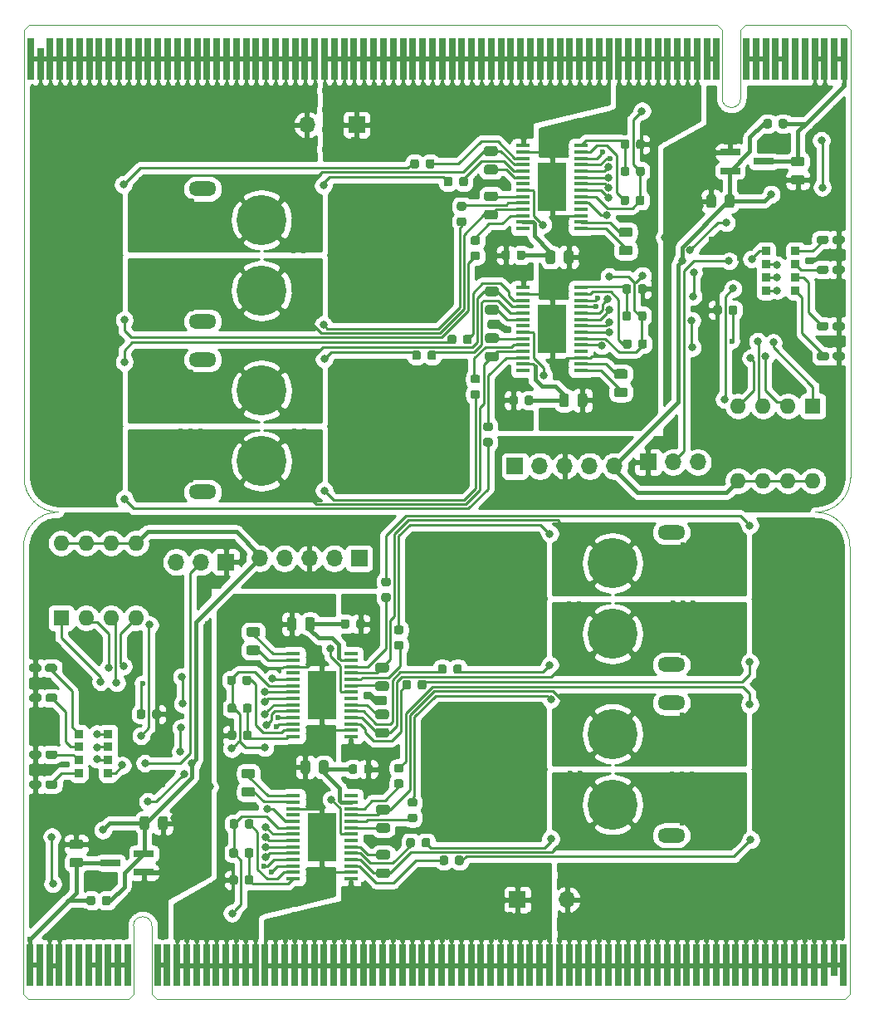
<source format=gbr>
%TF.GenerationSoftware,KiCad,Pcbnew,(5.1.6)-1*%
%TF.CreationDate,2020-06-21T16:42:46+09:00*%
%TF.ProjectId,CAN_Dual_H-Bridge_MD,43414e5f-4475-4616-9c5f-482d42726964,rev?*%
%TF.SameCoordinates,Original*%
%TF.FileFunction,Copper,L1,Top*%
%TF.FilePolarity,Positive*%
%FSLAX46Y46*%
G04 Gerber Fmt 4.6, Leading zero omitted, Abs format (unit mm)*
G04 Created by KiCad (PCBNEW (5.1.6)-1) date 2020-06-21 16:42:46*
%MOMM*%
%LPD*%
G01*
G04 APERTURE LIST*
%TA.AperFunction,Profile*%
%ADD10C,0.100000*%
%TD*%
%TA.AperFunction,EtchedComponent*%
%ADD11C,0.100000*%
%TD*%
%TA.AperFunction,ComponentPad*%
%ADD12O,2.800000X1.500000*%
%TD*%
%TA.AperFunction,ComponentPad*%
%ADD13C,5.100000*%
%TD*%
%TA.AperFunction,SMDPad,CuDef*%
%ADD14R,1.475000X0.450000*%
%TD*%
%TA.AperFunction,SMDPad,CuDef*%
%ADD15R,3.000000X5.000000*%
%TD*%
%TA.AperFunction,ComponentPad*%
%ADD16R,1.600000X1.600000*%
%TD*%
%TA.AperFunction,ComponentPad*%
%ADD17O,1.600000X1.600000*%
%TD*%
%TA.AperFunction,SMDPad,CuDef*%
%ADD18R,2.000000X0.700000*%
%TD*%
%TA.AperFunction,SMDPad,CuDef*%
%ADD19R,0.900000X0.900000*%
%TD*%
%TA.AperFunction,ComponentPad*%
%ADD20O,1.700000X1.700000*%
%TD*%
%TA.AperFunction,ComponentPad*%
%ADD21R,1.700000X1.700000*%
%TD*%
%TA.AperFunction,ConnectorPad*%
%ADD22R,0.700000X4.300000*%
%TD*%
%TA.AperFunction,ConnectorPad*%
%ADD23R,0.700000X3.200000*%
%TD*%
%TA.AperFunction,ViaPad*%
%ADD24C,0.600000*%
%TD*%
%TA.AperFunction,ViaPad*%
%ADD25C,0.800000*%
%TD*%
%TA.AperFunction,Conductor*%
%ADD26C,0.400000*%
%TD*%
%TA.AperFunction,Conductor*%
%ADD27C,0.500000*%
%TD*%
%TA.AperFunction,Conductor*%
%ADD28C,0.250000*%
%TD*%
%TA.AperFunction,Conductor*%
%ADD29C,0.254000*%
%TD*%
%ADD30C,0.300000*%
%ADD31C,0.350000*%
%ADD32O,2.200000X1.000000*%
G04 APERTURE END LIST*
D10*
X184680000Y-91500000D02*
G75*
G02*
X181180000Y-95000000I-3500000J0D01*
G01*
X100380000Y-91500000D02*
X100380000Y-53750000D01*
X184680000Y-91500000D02*
X184680000Y-53750000D01*
X103880000Y-95000000D02*
G75*
G02*
X100380000Y-91500000I0J3500000D01*
G01*
X100320000Y-98500000D02*
G75*
G02*
X103820000Y-95000000I3500000J0D01*
G01*
X181120000Y-95000000D02*
G75*
G02*
X184620000Y-98500000I0J-3500000D01*
G01*
X100320000Y-98500000D02*
X100320000Y-136250000D01*
X184620000Y-98500000D02*
X184620000Y-136250000D01*
D11*
%TO.C,J3*%
X100380000Y-45850000D02*
X100880000Y-45350000D01*
X171580000Y-45850000D02*
X171080000Y-45350000D01*
X173480000Y-45850000D02*
X173980000Y-45350000D01*
X184680000Y-45850000D02*
X184180000Y-45350000D01*
X171080000Y-45350000D02*
X100880000Y-45350000D01*
X100380000Y-53750000D02*
X100380000Y-45850000D01*
X184180000Y-45350000D02*
X173980000Y-45350000D01*
X184680000Y-53750000D02*
X184680000Y-45850000D01*
X171580000Y-52800000D02*
X171580000Y-45850000D01*
X173480000Y-52800000D02*
X173480000Y-45850000D01*
X173480000Y-52800000D02*
G75*
G02*
X171580000Y-52800000I-950000J0D01*
G01*
X111520000Y-137200000D02*
X111520000Y-144150000D01*
X113420000Y-137200000D02*
X113420000Y-144150000D01*
X100320000Y-136250000D02*
X100320000Y-144150000D01*
X100820000Y-144650000D02*
X111020000Y-144650000D01*
X184620000Y-136250000D02*
X184620000Y-144150000D01*
X113920000Y-144650000D02*
X184120000Y-144650000D01*
X100320000Y-144150000D02*
X100820000Y-144650000D01*
X111520000Y-144150000D02*
X111020000Y-144650000D01*
X113420000Y-144150000D02*
X113920000Y-144650000D01*
X184620000Y-144150000D02*
X184120000Y-144650000D01*
X111520000Y-137200000D02*
G75*
G02*
X113420000Y-137200000I950000J0D01*
G01*
%TD*%
D12*
%TO.P,J5,4*%
%TO.N,N/C*%
X118600000Y-62050000D03*
X118600000Y-75550000D03*
D13*
%TO.P,J5,2*%
%TO.N,SB_1*%
X124600000Y-65200000D03*
%TO.P,J5,1*%
%TO.N,SA_1*%
X124600000Y-72400000D03*
%TD*%
D12*
%TO.P,J4,4*%
%TO.N,N/C*%
X118600000Y-79450000D03*
X118600000Y-92950000D03*
D13*
%TO.P,J4,2*%
%TO.N,SB_0*%
X124600000Y-82600000D03*
%TO.P,J4,1*%
%TO.N,SA_0*%
X124600000Y-89800000D03*
%TD*%
%TO.P,R10,2*%
%TO.N,GLB_0*%
%TA.AperFunction,SMDPad,CuDef*%
G36*
G01*
X145162500Y-77656250D02*
X145162500Y-77143750D01*
G75*
G02*
X145381250Y-76925000I218750J0D01*
G01*
X145818750Y-76925000D01*
G75*
G02*
X146037500Y-77143750I0J-218750D01*
G01*
X146037500Y-77656250D01*
G75*
G02*
X145818750Y-77875000I-218750J0D01*
G01*
X145381250Y-77875000D01*
G75*
G02*
X145162500Y-77656250I0J218750D01*
G01*
G37*
%TD.AperFunction*%
%TO.P,R10,1*%
%TO.N,Net-(Q2-Pad4)*%
%TA.AperFunction,SMDPad,CuDef*%
G36*
G01*
X143587500Y-77656250D02*
X143587500Y-77143750D01*
G75*
G02*
X143806250Y-76925000I218750J0D01*
G01*
X144243750Y-76925000D01*
G75*
G02*
X144462500Y-77143750I0J-218750D01*
G01*
X144462500Y-77656250D01*
G75*
G02*
X144243750Y-77875000I-218750J0D01*
G01*
X143806250Y-77875000D01*
G75*
G02*
X143587500Y-77656250I0J218750D01*
G01*
G37*
%TD.AperFunction*%
%TD*%
D14*
%TO.P,IC5,1*%
%TO.N,VCC*%
X151290000Y-57623000D03*
%TO.P,IC5,2*%
%TO.N,GNDPWR*%
X151290000Y-58273000D03*
%TO.P,IC5,3*%
%TO.N,GLB_1*%
X151290000Y-58923000D03*
%TO.P,IC5,4*%
%TO.N,SB_1*%
X151290000Y-59573000D03*
%TO.P,IC5,5*%
%TO.N,GHB_1*%
X151290000Y-60223000D03*
%TO.P,IC5,6*%
%TO.N,Net-(C17-Pad2)*%
X151290000Y-60873000D03*
%TO.P,IC5,7*%
%TO.N,Net-(IC5-Pad7)*%
X151290000Y-61523000D03*
%TO.P,IC5,8*%
%TO.N,/VREG_1*%
X151290000Y-62173000D03*
%TO.P,IC5,9*%
%TO.N,Net-(C18-Pad2)*%
X151290000Y-62823000D03*
%TO.P,IC5,10*%
%TO.N,GHA_1*%
X151290000Y-63473000D03*
%TO.P,IC5,11*%
%TO.N,SA_1*%
X151290000Y-64123000D03*
%TO.P,IC5,12*%
%TO.N,GLA_1*%
X151290000Y-64773000D03*
%TO.P,IC5,13*%
%TO.N,Net-(C20-Pad1)*%
X151290000Y-65423000D03*
%TO.P,IC5,14*%
%TO.N,Net-(IC5-Pad14)*%
X151290000Y-66073000D03*
%TO.P,IC5,15*%
%TO.N,Net-(C21-Pad1)*%
X157166000Y-66073000D03*
%TO.P,IC5,16*%
%TO.N,Net-(C21-Pad2)*%
X157166000Y-65423000D03*
%TO.P,IC5,17*%
%TO.N,GNDPWR*%
X157166000Y-64773000D03*
%TO.P,IC5,18*%
%TO.N,Net-(IC5-Pad18)*%
X157166000Y-64123000D03*
%TO.P,IC5,19*%
%TO.N,MD_PHASE_1*%
X157166000Y-63473000D03*
%TO.P,IC5,20*%
%TO.N,V5_1*%
X157166000Y-62823000D03*
%TO.P,IC5,21*%
%TO.N,MD_SR_1*%
X157166000Y-62173000D03*
%TO.P,IC5,22*%
%TO.N,MD_PWML_1*%
X157166000Y-61523000D03*
%TO.P,IC5,23*%
%TO.N,MD_PWMH_1*%
X157166000Y-60873000D03*
%TO.P,IC5,24*%
%TO.N,MD_RESET_1*%
X157166000Y-60223000D03*
%TO.P,IC5,25*%
%TO.N,Net-(IC5-Pad25)*%
X157166000Y-59573000D03*
%TO.P,IC5,26*%
%TO.N,Net-(IC5-Pad26)*%
X157166000Y-58923000D03*
%TO.P,IC5,27*%
%TO.N,Net-(IC5-Pad27)*%
X157166000Y-58273000D03*
%TO.P,IC5,28*%
%TO.N,Net-(IC5-Pad28)*%
X157166000Y-57623000D03*
D15*
%TO.P,IC5,29*%
%TO.N,GNDPWR*%
X154228000Y-61848000D03*
%TD*%
D14*
%TO.P,IC3,1*%
%TO.N,VCC*%
X151290000Y-72101000D03*
%TO.P,IC3,2*%
%TO.N,GNDPWR*%
X151290000Y-72751000D03*
%TO.P,IC3,3*%
%TO.N,GLB_0*%
X151290000Y-73401000D03*
%TO.P,IC3,4*%
%TO.N,SB_0*%
X151290000Y-74051000D03*
%TO.P,IC3,5*%
%TO.N,GHB_0*%
X151290000Y-74701000D03*
%TO.P,IC3,6*%
%TO.N,Net-(C11-Pad2)*%
X151290000Y-75351000D03*
%TO.P,IC3,7*%
%TO.N,Net-(IC3-Pad7)*%
X151290000Y-76001000D03*
%TO.P,IC3,8*%
%TO.N,/VREG_0*%
X151290000Y-76651000D03*
%TO.P,IC3,9*%
%TO.N,Net-(C12-Pad1)*%
X151290000Y-77301000D03*
%TO.P,IC3,10*%
%TO.N,GHA_0*%
X151290000Y-77951000D03*
%TO.P,IC3,11*%
%TO.N,SA_0*%
X151290000Y-78601000D03*
%TO.P,IC3,12*%
%TO.N,GLA_0*%
X151290000Y-79251000D03*
%TO.P,IC3,13*%
%TO.N,Net-(C14-Pad1)*%
X151290000Y-79901000D03*
%TO.P,IC3,14*%
%TO.N,Net-(IC3-Pad14)*%
X151290000Y-80551000D03*
%TO.P,IC3,15*%
%TO.N,Net-(C15-Pad1)*%
X157166000Y-80551000D03*
%TO.P,IC3,16*%
%TO.N,Net-(C15-Pad2)*%
X157166000Y-79901000D03*
%TO.P,IC3,17*%
%TO.N,GNDPWR*%
X157166000Y-79251000D03*
%TO.P,IC3,18*%
%TO.N,Net-(IC3-Pad18)*%
X157166000Y-78601000D03*
%TO.P,IC3,19*%
%TO.N,MD_PHASE_0*%
X157166000Y-77951000D03*
%TO.P,IC3,20*%
%TO.N,V5_0*%
X157166000Y-77301000D03*
%TO.P,IC3,21*%
%TO.N,MD_SR_0*%
X157166000Y-76651000D03*
%TO.P,IC3,22*%
%TO.N,MD_PWML_0*%
X157166000Y-76001000D03*
%TO.P,IC3,23*%
%TO.N,MD_PWMH_0*%
X157166000Y-75351000D03*
%TO.P,IC3,24*%
%TO.N,MD_RESET_0*%
X157166000Y-74701000D03*
%TO.P,IC3,25*%
%TO.N,Net-(IC3-Pad25)*%
X157166000Y-74051000D03*
%TO.P,IC3,26*%
%TO.N,Net-(IC3-Pad26)*%
X157166000Y-73401000D03*
%TO.P,IC3,27*%
%TO.N,Net-(IC3-Pad27)*%
X157166000Y-72751000D03*
%TO.P,IC3,28*%
%TO.N,Net-(IC3-Pad28)*%
X157166000Y-72101000D03*
D15*
%TO.P,IC3,29*%
%TO.N,GNDPWR*%
X154228000Y-76326000D03*
%TD*%
%TO.P,D11,1*%
%TO.N,+5V*%
%TA.AperFunction,SMDPad,CuDef*%
G36*
G01*
X178237500Y-55143750D02*
X178237500Y-55656250D01*
G75*
G02*
X178018750Y-55875000I-218750J0D01*
G01*
X177581250Y-55875000D01*
G75*
G02*
X177362500Y-55656250I0J218750D01*
G01*
X177362500Y-55143750D01*
G75*
G02*
X177581250Y-54925000I218750J0D01*
G01*
X178018750Y-54925000D01*
G75*
G02*
X178237500Y-55143750I0J-218750D01*
G01*
G37*
%TD.AperFunction*%
%TO.P,D11,2*%
%TO.N,+3V3*%
%TA.AperFunction,SMDPad,CuDef*%
G36*
G01*
X176662500Y-55143750D02*
X176662500Y-55656250D01*
G75*
G02*
X176443750Y-55875000I-218750J0D01*
G01*
X176006250Y-55875000D01*
G75*
G02*
X175787500Y-55656250I0J218750D01*
G01*
X175787500Y-55143750D01*
G75*
G02*
X176006250Y-54925000I218750J0D01*
G01*
X176443750Y-54925000D01*
G75*
G02*
X176662500Y-55143750I0J-218750D01*
G01*
G37*
%TD.AperFunction*%
%TD*%
D16*
%TO.P,S2,1*%
%TO.N,/DIP_SW1*%
X180840000Y-84200000D03*
D17*
%TO.P,S2,5*%
%TO.N,+3V3*%
X173220000Y-91820000D03*
%TO.P,S2,2*%
%TO.N,/DIP_SW2*%
X178300000Y-84200000D03*
%TO.P,S2,6*%
%TO.N,+3V3*%
X175760000Y-91820000D03*
%TO.P,S2,3*%
%TO.N,/DIP_SW3*%
X175760000Y-84200000D03*
%TO.P,S2,7*%
%TO.N,+3V3*%
X178300000Y-91820000D03*
%TO.P,S2,4*%
%TO.N,/DIP_SW4*%
X173220000Y-84200000D03*
%TO.P,S2,8*%
%TO.N,+3V3*%
X180840000Y-91820000D03*
%TD*%
D18*
%TO.P,U1,1*%
%TO.N,GND*%
X172400000Y-58300000D03*
%TO.P,U1,2*%
%TO.N,+3V3*%
X172400000Y-60200000D03*
%TO.P,U1,3*%
%TO.N,+5V*%
X175800000Y-59250000D03*
%TD*%
%TO.P,R8,2*%
%TO.N,Net-(Q2-Pad2)*%
%TA.AperFunction,SMDPad,CuDef*%
G36*
G01*
X147443750Y-87437500D02*
X147956250Y-87437500D01*
G75*
G02*
X148175000Y-87656250I0J-218750D01*
G01*
X148175000Y-88093750D01*
G75*
G02*
X147956250Y-88312500I-218750J0D01*
G01*
X147443750Y-88312500D01*
G75*
G02*
X147225000Y-88093750I0J218750D01*
G01*
X147225000Y-87656250D01*
G75*
G02*
X147443750Y-87437500I218750J0D01*
G01*
G37*
%TD.AperFunction*%
%TO.P,R8,1*%
%TO.N,GLA_0*%
%TA.AperFunction,SMDPad,CuDef*%
G36*
G01*
X147443750Y-85862500D02*
X147956250Y-85862500D01*
G75*
G02*
X148175000Y-86081250I0J-218750D01*
G01*
X148175000Y-86518750D01*
G75*
G02*
X147956250Y-86737500I-218750J0D01*
G01*
X147443750Y-86737500D01*
G75*
G02*
X147225000Y-86518750I0J218750D01*
G01*
X147225000Y-86081250D01*
G75*
G02*
X147443750Y-85862500I218750J0D01*
G01*
G37*
%TD.AperFunction*%
%TD*%
%TO.P,R4,2*%
%TO.N,Net-(IC3-Pad27)*%
%TA.AperFunction,SMDPad,CuDef*%
G36*
G01*
X162337500Y-77597750D02*
X162337500Y-78110250D01*
G75*
G02*
X162118750Y-78329000I-218750J0D01*
G01*
X161681250Y-78329000D01*
G75*
G02*
X161462500Y-78110250I0J218750D01*
G01*
X161462500Y-77597750D01*
G75*
G02*
X161681250Y-77379000I218750J0D01*
G01*
X162118750Y-77379000D01*
G75*
G02*
X162337500Y-77597750I0J-218750D01*
G01*
G37*
%TD.AperFunction*%
%TO.P,R4,1*%
%TO.N,V5_0*%
%TA.AperFunction,SMDPad,CuDef*%
G36*
G01*
X163912500Y-77597750D02*
X163912500Y-78110250D01*
G75*
G02*
X163693750Y-78329000I-218750J0D01*
G01*
X163256250Y-78329000D01*
G75*
G02*
X163037500Y-78110250I0J218750D01*
G01*
X163037500Y-77597750D01*
G75*
G02*
X163256250Y-77379000I218750J0D01*
G01*
X163693750Y-77379000D01*
G75*
G02*
X163912500Y-77597750I0J-218750D01*
G01*
G37*
%TD.AperFunction*%
%TD*%
%TO.P,R5,2*%
%TO.N,Net-(IC3-Pad28)*%
%TA.AperFunction,SMDPad,CuDef*%
G36*
G01*
X162288500Y-74743750D02*
X162288500Y-75256250D01*
G75*
G02*
X162069750Y-75475000I-218750J0D01*
G01*
X161632250Y-75475000D01*
G75*
G02*
X161413500Y-75256250I0J218750D01*
G01*
X161413500Y-74743750D01*
G75*
G02*
X161632250Y-74525000I218750J0D01*
G01*
X162069750Y-74525000D01*
G75*
G02*
X162288500Y-74743750I0J-218750D01*
G01*
G37*
%TD.AperFunction*%
%TO.P,R5,1*%
%TO.N,V5_0*%
%TA.AperFunction,SMDPad,CuDef*%
G36*
G01*
X163863500Y-74743750D02*
X163863500Y-75256250D01*
G75*
G02*
X163644750Y-75475000I-218750J0D01*
G01*
X163207250Y-75475000D01*
G75*
G02*
X162988500Y-75256250I0J218750D01*
G01*
X162988500Y-74743750D01*
G75*
G02*
X163207250Y-74525000I218750J0D01*
G01*
X163644750Y-74525000D01*
G75*
G02*
X163863500Y-74743750I0J-218750D01*
G01*
G37*
%TD.AperFunction*%
%TD*%
D19*
%TO.P,RN1,1*%
%TO.N,Net-(D1-Pad2)*%
X179050000Y-72400000D03*
%TO.P,RN1,4*%
%TO.N,Net-(D4-Pad2)*%
X179050000Y-68400000D03*
%TO.P,RN1,2*%
%TO.N,Net-(D2-Pad2)*%
X179050000Y-71060000D03*
%TO.P,RN1,3*%
%TO.N,Net-(D3-Pad2)*%
X179050000Y-69740000D03*
%TO.P,RN1,7*%
%TO.N,MD0_LED_L*%
X176050000Y-71060000D03*
%TO.P,RN1,8*%
%TO.N,MD0_LED_H*%
X176050000Y-72400000D03*
%TO.P,RN1,5*%
%TO.N,MD1_LED_L*%
X176050000Y-68400000D03*
%TO.P,RN1,6*%
%TO.N,MD1_LED_H*%
X176050000Y-69740000D03*
%TD*%
%TO.P,D10,1*%
%TO.N,Net-(C20-Pad1)*%
%TA.AperFunction,SMDPad,CuDef*%
G36*
G01*
X151512500Y-68543750D02*
X151512500Y-69056250D01*
G75*
G02*
X151293750Y-69275000I-218750J0D01*
G01*
X150856250Y-69275000D01*
G75*
G02*
X150637500Y-69056250I0J218750D01*
G01*
X150637500Y-68543750D01*
G75*
G02*
X150856250Y-68325000I218750J0D01*
G01*
X151293750Y-68325000D01*
G75*
G02*
X151512500Y-68543750I0J-218750D01*
G01*
G37*
%TD.AperFunction*%
%TO.P,D10,2*%
%TO.N,VCC*%
%TA.AperFunction,SMDPad,CuDef*%
G36*
G01*
X149937500Y-68543750D02*
X149937500Y-69056250D01*
G75*
G02*
X149718750Y-69275000I-218750J0D01*
G01*
X149281250Y-69275000D01*
G75*
G02*
X149062500Y-69056250I0J218750D01*
G01*
X149062500Y-68543750D01*
G75*
G02*
X149281250Y-68325000I218750J0D01*
G01*
X149718750Y-68325000D01*
G75*
G02*
X149937500Y-68543750I0J-218750D01*
G01*
G37*
%TD.AperFunction*%
%TD*%
%TO.P,R6,2*%
%TO.N,GNDPWR*%
%TA.AperFunction,SMDPad,CuDef*%
G36*
G01*
X162988500Y-72506250D02*
X162988500Y-71993750D01*
G75*
G02*
X163207250Y-71775000I218750J0D01*
G01*
X163644750Y-71775000D01*
G75*
G02*
X163863500Y-71993750I0J-218750D01*
G01*
X163863500Y-72506250D01*
G75*
G02*
X163644750Y-72725000I-218750J0D01*
G01*
X163207250Y-72725000D01*
G75*
G02*
X162988500Y-72506250I0J218750D01*
G01*
G37*
%TD.AperFunction*%
%TO.P,R6,1*%
%TO.N,Net-(IC3-Pad28)*%
%TA.AperFunction,SMDPad,CuDef*%
G36*
G01*
X161413500Y-72506250D02*
X161413500Y-71993750D01*
G75*
G02*
X161632250Y-71775000I218750J0D01*
G01*
X162069750Y-71775000D01*
G75*
G02*
X162288500Y-71993750I0J-218750D01*
G01*
X162288500Y-72506250D01*
G75*
G02*
X162069750Y-72725000I-218750J0D01*
G01*
X161632250Y-72725000D01*
G75*
G02*
X161413500Y-72506250I0J218750D01*
G01*
G37*
%TD.AperFunction*%
%TD*%
%TO.P,C21,1*%
%TO.N,Net-(C21-Pad1)*%
%TA.AperFunction,SMDPad,CuDef*%
G36*
G01*
X162206250Y-68825000D02*
X161293750Y-68825000D01*
G75*
G02*
X161050000Y-68581250I0J243750D01*
G01*
X161050000Y-68093750D01*
G75*
G02*
X161293750Y-67850000I243750J0D01*
G01*
X162206250Y-67850000D01*
G75*
G02*
X162450000Y-68093750I0J-243750D01*
G01*
X162450000Y-68581250D01*
G75*
G02*
X162206250Y-68825000I-243750J0D01*
G01*
G37*
%TD.AperFunction*%
%TO.P,C21,2*%
%TO.N,Net-(C21-Pad2)*%
%TA.AperFunction,SMDPad,CuDef*%
G36*
G01*
X162206250Y-66950000D02*
X161293750Y-66950000D01*
G75*
G02*
X161050000Y-66706250I0J243750D01*
G01*
X161050000Y-66218750D01*
G75*
G02*
X161293750Y-65975000I243750J0D01*
G01*
X162206250Y-65975000D01*
G75*
G02*
X162450000Y-66218750I0J-243750D01*
G01*
X162450000Y-66706250D01*
G75*
G02*
X162206250Y-66950000I-243750J0D01*
G01*
G37*
%TD.AperFunction*%
%TD*%
%TO.P,C15,1*%
%TO.N,Net-(C15-Pad1)*%
%TA.AperFunction,SMDPad,CuDef*%
G36*
G01*
X161706250Y-83275000D02*
X160793750Y-83275000D01*
G75*
G02*
X160550000Y-83031250I0J243750D01*
G01*
X160550000Y-82543750D01*
G75*
G02*
X160793750Y-82300000I243750J0D01*
G01*
X161706250Y-82300000D01*
G75*
G02*
X161950000Y-82543750I0J-243750D01*
G01*
X161950000Y-83031250D01*
G75*
G02*
X161706250Y-83275000I-243750J0D01*
G01*
G37*
%TD.AperFunction*%
%TO.P,C15,2*%
%TO.N,Net-(C15-Pad2)*%
%TA.AperFunction,SMDPad,CuDef*%
G36*
G01*
X161706250Y-81400000D02*
X160793750Y-81400000D01*
G75*
G02*
X160550000Y-81156250I0J243750D01*
G01*
X160550000Y-80668750D01*
G75*
G02*
X160793750Y-80425000I243750J0D01*
G01*
X161706250Y-80425000D01*
G75*
G02*
X161950000Y-80668750I0J-243750D01*
G01*
X161950000Y-81156250D01*
G75*
G02*
X161706250Y-81400000I-243750J0D01*
G01*
G37*
%TD.AperFunction*%
%TD*%
%TO.P,R17,2*%
%TO.N,GNDPWR*%
%TA.AperFunction,SMDPad,CuDef*%
G36*
G01*
X162814000Y-57756250D02*
X162814000Y-57243750D01*
G75*
G02*
X163032750Y-57025000I218750J0D01*
G01*
X163470250Y-57025000D01*
G75*
G02*
X163689000Y-57243750I0J-218750D01*
G01*
X163689000Y-57756250D01*
G75*
G02*
X163470250Y-57975000I-218750J0D01*
G01*
X163032750Y-57975000D01*
G75*
G02*
X162814000Y-57756250I0J218750D01*
G01*
G37*
%TD.AperFunction*%
%TO.P,R17,1*%
%TO.N,Net-(IC5-Pad28)*%
%TA.AperFunction,SMDPad,CuDef*%
G36*
G01*
X161239000Y-57756250D02*
X161239000Y-57243750D01*
G75*
G02*
X161457750Y-57025000I218750J0D01*
G01*
X161895250Y-57025000D01*
G75*
G02*
X162114000Y-57243750I0J-218750D01*
G01*
X162114000Y-57756250D01*
G75*
G02*
X161895250Y-57975000I-218750J0D01*
G01*
X161457750Y-57975000D01*
G75*
G02*
X161239000Y-57756250I0J218750D01*
G01*
G37*
%TD.AperFunction*%
%TD*%
%TO.P,C2,1*%
%TO.N,+5V*%
%TA.AperFunction,SMDPad,CuDef*%
G36*
G01*
X178843750Y-58775000D02*
X179756250Y-58775000D01*
G75*
G02*
X180000000Y-59018750I0J-243750D01*
G01*
X180000000Y-59506250D01*
G75*
G02*
X179756250Y-59750000I-243750J0D01*
G01*
X178843750Y-59750000D01*
G75*
G02*
X178600000Y-59506250I0J243750D01*
G01*
X178600000Y-59018750D01*
G75*
G02*
X178843750Y-58775000I243750J0D01*
G01*
G37*
%TD.AperFunction*%
%TO.P,C2,2*%
%TO.N,GND*%
%TA.AperFunction,SMDPad,CuDef*%
G36*
G01*
X178843750Y-60650000D02*
X179756250Y-60650000D01*
G75*
G02*
X180000000Y-60893750I0J-243750D01*
G01*
X180000000Y-61381250D01*
G75*
G02*
X179756250Y-61625000I-243750J0D01*
G01*
X178843750Y-61625000D01*
G75*
G02*
X178600000Y-61381250I0J243750D01*
G01*
X178600000Y-60893750D01*
G75*
G02*
X178843750Y-60650000I243750J0D01*
G01*
G37*
%TD.AperFunction*%
%TD*%
%TO.P,C3,1*%
%TO.N,GND*%
%TA.AperFunction,SMDPad,CuDef*%
G36*
G01*
X169975000Y-63756250D02*
X169975000Y-62843750D01*
G75*
G02*
X170218750Y-62600000I243750J0D01*
G01*
X170706250Y-62600000D01*
G75*
G02*
X170950000Y-62843750I0J-243750D01*
G01*
X170950000Y-63756250D01*
G75*
G02*
X170706250Y-64000000I-243750J0D01*
G01*
X170218750Y-64000000D01*
G75*
G02*
X169975000Y-63756250I0J243750D01*
G01*
G37*
%TD.AperFunction*%
%TO.P,C3,2*%
%TO.N,+3V3*%
%TA.AperFunction,SMDPad,CuDef*%
G36*
G01*
X171850000Y-63756250D02*
X171850000Y-62843750D01*
G75*
G02*
X172093750Y-62600000I243750J0D01*
G01*
X172581250Y-62600000D01*
G75*
G02*
X172825000Y-62843750I0J-243750D01*
G01*
X172825000Y-63756250D01*
G75*
G02*
X172581250Y-64000000I-243750J0D01*
G01*
X172093750Y-64000000D01*
G75*
G02*
X171850000Y-63756250I0J243750D01*
G01*
G37*
%TD.AperFunction*%
%TD*%
%TO.P,C18,2*%
%TO.N,Net-(C18-Pad2)*%
%TA.AperFunction,SMDPad,CuDef*%
G36*
G01*
X148456250Y-63287500D02*
X147543750Y-63287500D01*
G75*
G02*
X147300000Y-63043750I0J243750D01*
G01*
X147300000Y-62556250D01*
G75*
G02*
X147543750Y-62312500I243750J0D01*
G01*
X148456250Y-62312500D01*
G75*
G02*
X148700000Y-62556250I0J-243750D01*
G01*
X148700000Y-63043750D01*
G75*
G02*
X148456250Y-63287500I-243750J0D01*
G01*
G37*
%TD.AperFunction*%
%TO.P,C18,1*%
%TO.N,SA_1*%
%TA.AperFunction,SMDPad,CuDef*%
G36*
G01*
X148456250Y-65162500D02*
X147543750Y-65162500D01*
G75*
G02*
X147300000Y-64918750I0J243750D01*
G01*
X147300000Y-64431250D01*
G75*
G02*
X147543750Y-64187500I243750J0D01*
G01*
X148456250Y-64187500D01*
G75*
G02*
X148700000Y-64431250I0J-243750D01*
G01*
X148700000Y-64918750D01*
G75*
G02*
X148456250Y-65162500I-243750J0D01*
G01*
G37*
%TD.AperFunction*%
%TD*%
%TO.P,C11,2*%
%TO.N,Net-(C11-Pad2)*%
%TA.AperFunction,SMDPad,CuDef*%
G36*
G01*
X147643750Y-73887500D02*
X148556250Y-73887500D01*
G75*
G02*
X148800000Y-74131250I0J-243750D01*
G01*
X148800000Y-74618750D01*
G75*
G02*
X148556250Y-74862500I-243750J0D01*
G01*
X147643750Y-74862500D01*
G75*
G02*
X147400000Y-74618750I0J243750D01*
G01*
X147400000Y-74131250D01*
G75*
G02*
X147643750Y-73887500I243750J0D01*
G01*
G37*
%TD.AperFunction*%
%TO.P,C11,1*%
%TO.N,SB_0*%
%TA.AperFunction,SMDPad,CuDef*%
G36*
G01*
X147643750Y-72012500D02*
X148556250Y-72012500D01*
G75*
G02*
X148800000Y-72256250I0J-243750D01*
G01*
X148800000Y-72743750D01*
G75*
G02*
X148556250Y-72987500I-243750J0D01*
G01*
X147643750Y-72987500D01*
G75*
G02*
X147400000Y-72743750I0J243750D01*
G01*
X147400000Y-72256250D01*
G75*
G02*
X147643750Y-72012500I243750J0D01*
G01*
G37*
%TD.AperFunction*%
%TD*%
%TO.P,R16,2*%
%TO.N,Net-(IC5-Pad28)*%
%TA.AperFunction,SMDPad,CuDef*%
G36*
G01*
X162114000Y-59993750D02*
X162114000Y-60506250D01*
G75*
G02*
X161895250Y-60725000I-218750J0D01*
G01*
X161457750Y-60725000D01*
G75*
G02*
X161239000Y-60506250I0J218750D01*
G01*
X161239000Y-59993750D01*
G75*
G02*
X161457750Y-59775000I218750J0D01*
G01*
X161895250Y-59775000D01*
G75*
G02*
X162114000Y-59993750I0J-218750D01*
G01*
G37*
%TD.AperFunction*%
%TO.P,R16,1*%
%TO.N,V5_1*%
%TA.AperFunction,SMDPad,CuDef*%
G36*
G01*
X163689000Y-59993750D02*
X163689000Y-60506250D01*
G75*
G02*
X163470250Y-60725000I-218750J0D01*
G01*
X163032750Y-60725000D01*
G75*
G02*
X162814000Y-60506250I0J218750D01*
G01*
X162814000Y-59993750D01*
G75*
G02*
X163032750Y-59775000I218750J0D01*
G01*
X163470250Y-59775000D01*
G75*
G02*
X163689000Y-59993750I0J-218750D01*
G01*
G37*
%TD.AperFunction*%
%TD*%
%TO.P,C20,1*%
%TO.N,Net-(C20-Pad1)*%
%TA.AperFunction,SMDPad,CuDef*%
G36*
G01*
X153575000Y-69456250D02*
X153575000Y-68543750D01*
G75*
G02*
X153818750Y-68300000I243750J0D01*
G01*
X154306250Y-68300000D01*
G75*
G02*
X154550000Y-68543750I0J-243750D01*
G01*
X154550000Y-69456250D01*
G75*
G02*
X154306250Y-69700000I-243750J0D01*
G01*
X153818750Y-69700000D01*
G75*
G02*
X153575000Y-69456250I0J243750D01*
G01*
G37*
%TD.AperFunction*%
%TO.P,C20,2*%
%TO.N,GNDPWR*%
%TA.AperFunction,SMDPad,CuDef*%
G36*
G01*
X155450000Y-69456250D02*
X155450000Y-68543750D01*
G75*
G02*
X155693750Y-68300000I243750J0D01*
G01*
X156181250Y-68300000D01*
G75*
G02*
X156425000Y-68543750I0J-243750D01*
G01*
X156425000Y-69456250D01*
G75*
G02*
X156181250Y-69700000I-243750J0D01*
G01*
X155693750Y-69700000D01*
G75*
G02*
X155450000Y-69456250I0J243750D01*
G01*
G37*
%TD.AperFunction*%
%TD*%
%TO.P,R1,2*%
%TO.N,GND*%
%TA.AperFunction,SMDPad,CuDef*%
G36*
G01*
X171550000Y-74143750D02*
X171550000Y-74656250D01*
G75*
G02*
X171331250Y-74875000I-218750J0D01*
G01*
X170893750Y-74875000D01*
G75*
G02*
X170675000Y-74656250I0J218750D01*
G01*
X170675000Y-74143750D01*
G75*
G02*
X170893750Y-73925000I218750J0D01*
G01*
X171331250Y-73925000D01*
G75*
G02*
X171550000Y-74143750I0J-218750D01*
G01*
G37*
%TD.AperFunction*%
%TO.P,R1,1*%
%TO.N,/BOOT*%
%TA.AperFunction,SMDPad,CuDef*%
G36*
G01*
X173125000Y-74143750D02*
X173125000Y-74656250D01*
G75*
G02*
X172906250Y-74875000I-218750J0D01*
G01*
X172468750Y-74875000D01*
G75*
G02*
X172250000Y-74656250I0J218750D01*
G01*
X172250000Y-74143750D01*
G75*
G02*
X172468750Y-73925000I218750J0D01*
G01*
X172906250Y-73925000D01*
G75*
G02*
X173125000Y-74143750I0J-218750D01*
G01*
G37*
%TD.AperFunction*%
%TD*%
%TO.P,R9,2*%
%TO.N,Net-(Q1-Pad4)*%
%TA.AperFunction,SMDPad,CuDef*%
G36*
G01*
X140837500Y-78743750D02*
X140837500Y-79256250D01*
G75*
G02*
X140618750Y-79475000I-218750J0D01*
G01*
X140181250Y-79475000D01*
G75*
G02*
X139962500Y-79256250I0J218750D01*
G01*
X139962500Y-78743750D01*
G75*
G02*
X140181250Y-78525000I218750J0D01*
G01*
X140618750Y-78525000D01*
G75*
G02*
X140837500Y-78743750I0J-218750D01*
G01*
G37*
%TD.AperFunction*%
%TO.P,R9,1*%
%TO.N,GHB_0*%
%TA.AperFunction,SMDPad,CuDef*%
G36*
G01*
X142412500Y-78743750D02*
X142412500Y-79256250D01*
G75*
G02*
X142193750Y-79475000I-218750J0D01*
G01*
X141756250Y-79475000D01*
G75*
G02*
X141537500Y-79256250I0J218750D01*
G01*
X141537500Y-78743750D01*
G75*
G02*
X141756250Y-78525000I218750J0D01*
G01*
X142193750Y-78525000D01*
G75*
G02*
X142412500Y-78743750I0J-218750D01*
G01*
G37*
%TD.AperFunction*%
%TD*%
%TO.P,R19,1*%
%TO.N,GLB_1*%
%TA.AperFunction,SMDPad,CuDef*%
G36*
G01*
X142237500Y-59243750D02*
X142237500Y-59756250D01*
G75*
G02*
X142018750Y-59975000I-218750J0D01*
G01*
X141581250Y-59975000D01*
G75*
G02*
X141362500Y-59756250I0J218750D01*
G01*
X141362500Y-59243750D01*
G75*
G02*
X141581250Y-59025000I218750J0D01*
G01*
X142018750Y-59025000D01*
G75*
G02*
X142237500Y-59243750I0J-218750D01*
G01*
G37*
%TD.AperFunction*%
%TO.P,R19,2*%
%TO.N,Net-(Q4-Pad4)*%
%TA.AperFunction,SMDPad,CuDef*%
G36*
G01*
X140662500Y-59243750D02*
X140662500Y-59756250D01*
G75*
G02*
X140443750Y-59975000I-218750J0D01*
G01*
X140006250Y-59975000D01*
G75*
G02*
X139787500Y-59756250I0J218750D01*
G01*
X139787500Y-59243750D01*
G75*
G02*
X140006250Y-59025000I218750J0D01*
G01*
X140443750Y-59025000D01*
G75*
G02*
X140662500Y-59243750I0J-218750D01*
G01*
G37*
%TD.AperFunction*%
%TD*%
%TO.P,R13,2*%
%TO.N,GHA_1*%
%TA.AperFunction,SMDPad,CuDef*%
G36*
G01*
X145256250Y-64262500D02*
X144743750Y-64262500D01*
G75*
G02*
X144525000Y-64043750I0J218750D01*
G01*
X144525000Y-63606250D01*
G75*
G02*
X144743750Y-63387500I218750J0D01*
G01*
X145256250Y-63387500D01*
G75*
G02*
X145475000Y-63606250I0J-218750D01*
G01*
X145475000Y-64043750D01*
G75*
G02*
X145256250Y-64262500I-218750J0D01*
G01*
G37*
%TD.AperFunction*%
%TO.P,R13,1*%
%TO.N,Net-(Q3-Pad2)*%
%TA.AperFunction,SMDPad,CuDef*%
G36*
G01*
X145256250Y-65837500D02*
X144743750Y-65837500D01*
G75*
G02*
X144525000Y-65618750I0J218750D01*
G01*
X144525000Y-65181250D01*
G75*
G02*
X144743750Y-64962500I218750J0D01*
G01*
X145256250Y-64962500D01*
G75*
G02*
X145475000Y-65181250I0J-218750D01*
G01*
X145475000Y-65618750D01*
G75*
G02*
X145256250Y-65837500I-218750J0D01*
G01*
G37*
%TD.AperFunction*%
%TD*%
%TO.P,R15,2*%
%TO.N,Net-(IC5-Pad27)*%
%TA.AperFunction,SMDPad,CuDef*%
G36*
G01*
X162088500Y-62958750D02*
X162088500Y-63471250D01*
G75*
G02*
X161869750Y-63690000I-218750J0D01*
G01*
X161432250Y-63690000D01*
G75*
G02*
X161213500Y-63471250I0J218750D01*
G01*
X161213500Y-62958750D01*
G75*
G02*
X161432250Y-62740000I218750J0D01*
G01*
X161869750Y-62740000D01*
G75*
G02*
X162088500Y-62958750I0J-218750D01*
G01*
G37*
%TD.AperFunction*%
%TO.P,R15,1*%
%TO.N,V5_1*%
%TA.AperFunction,SMDPad,CuDef*%
G36*
G01*
X163663500Y-62958750D02*
X163663500Y-63471250D01*
G75*
G02*
X163444750Y-63690000I-218750J0D01*
G01*
X163007250Y-63690000D01*
G75*
G02*
X162788500Y-63471250I0J218750D01*
G01*
X162788500Y-62958750D01*
G75*
G02*
X163007250Y-62740000I218750J0D01*
G01*
X163444750Y-62740000D01*
G75*
G02*
X163663500Y-62958750I0J-218750D01*
G01*
G37*
%TD.AperFunction*%
%TD*%
%TO.P,C14,2*%
%TO.N,GNDPWR*%
%TA.AperFunction,SMDPad,CuDef*%
G36*
G01*
X156850000Y-84056250D02*
X156850000Y-83143750D01*
G75*
G02*
X157093750Y-82900000I243750J0D01*
G01*
X157581250Y-82900000D01*
G75*
G02*
X157825000Y-83143750I0J-243750D01*
G01*
X157825000Y-84056250D01*
G75*
G02*
X157581250Y-84300000I-243750J0D01*
G01*
X157093750Y-84300000D01*
G75*
G02*
X156850000Y-84056250I0J243750D01*
G01*
G37*
%TD.AperFunction*%
%TO.P,C14,1*%
%TO.N,Net-(C14-Pad1)*%
%TA.AperFunction,SMDPad,CuDef*%
G36*
G01*
X154975000Y-84056250D02*
X154975000Y-83143750D01*
G75*
G02*
X155218750Y-82900000I243750J0D01*
G01*
X155706250Y-82900000D01*
G75*
G02*
X155950000Y-83143750I0J-243750D01*
G01*
X155950000Y-84056250D01*
G75*
G02*
X155706250Y-84300000I-243750J0D01*
G01*
X155218750Y-84300000D01*
G75*
G02*
X154975000Y-84056250I0J243750D01*
G01*
G37*
%TD.AperFunction*%
%TD*%
%TO.P,C17,2*%
%TO.N,Net-(C17-Pad2)*%
%TA.AperFunction,SMDPad,CuDef*%
G36*
G01*
X147543750Y-59587500D02*
X148456250Y-59587500D01*
G75*
G02*
X148700000Y-59831250I0J-243750D01*
G01*
X148700000Y-60318750D01*
G75*
G02*
X148456250Y-60562500I-243750J0D01*
G01*
X147543750Y-60562500D01*
G75*
G02*
X147300000Y-60318750I0J243750D01*
G01*
X147300000Y-59831250D01*
G75*
G02*
X147543750Y-59587500I243750J0D01*
G01*
G37*
%TD.AperFunction*%
%TO.P,C17,1*%
%TO.N,SB_1*%
%TA.AperFunction,SMDPad,CuDef*%
G36*
G01*
X147543750Y-57712500D02*
X148456250Y-57712500D01*
G75*
G02*
X148700000Y-57956250I0J-243750D01*
G01*
X148700000Y-58443750D01*
G75*
G02*
X148456250Y-58687500I-243750J0D01*
G01*
X147543750Y-58687500D01*
G75*
G02*
X147300000Y-58443750I0J243750D01*
G01*
X147300000Y-57956250D01*
G75*
G02*
X147543750Y-57712500I243750J0D01*
G01*
G37*
%TD.AperFunction*%
%TD*%
%TO.P,C12,2*%
%TO.N,SA_0*%
%TA.AperFunction,SMDPad,CuDef*%
G36*
G01*
X147643750Y-78650000D02*
X148556250Y-78650000D01*
G75*
G02*
X148800000Y-78893750I0J-243750D01*
G01*
X148800000Y-79381250D01*
G75*
G02*
X148556250Y-79625000I-243750J0D01*
G01*
X147643750Y-79625000D01*
G75*
G02*
X147400000Y-79381250I0J243750D01*
G01*
X147400000Y-78893750D01*
G75*
G02*
X147643750Y-78650000I243750J0D01*
G01*
G37*
%TD.AperFunction*%
%TO.P,C12,1*%
%TO.N,Net-(C12-Pad1)*%
%TA.AperFunction,SMDPad,CuDef*%
G36*
G01*
X147643750Y-76775000D02*
X148556250Y-76775000D01*
G75*
G02*
X148800000Y-77018750I0J-243750D01*
G01*
X148800000Y-77506250D01*
G75*
G02*
X148556250Y-77750000I-243750J0D01*
G01*
X147643750Y-77750000D01*
G75*
G02*
X147400000Y-77506250I0J243750D01*
G01*
X147400000Y-77018750D01*
G75*
G02*
X147643750Y-76775000I243750J0D01*
G01*
G37*
%TD.AperFunction*%
%TD*%
%TO.P,R18,2*%
%TO.N,Net-(Q3-Pad4)*%
%TA.AperFunction,SMDPad,CuDef*%
G36*
G01*
X144062500Y-61043750D02*
X144062500Y-61556250D01*
G75*
G02*
X143843750Y-61775000I-218750J0D01*
G01*
X143406250Y-61775000D01*
G75*
G02*
X143187500Y-61556250I0J218750D01*
G01*
X143187500Y-61043750D01*
G75*
G02*
X143406250Y-60825000I218750J0D01*
G01*
X143843750Y-60825000D01*
G75*
G02*
X144062500Y-61043750I0J-218750D01*
G01*
G37*
%TD.AperFunction*%
%TO.P,R18,1*%
%TO.N,GHB_1*%
%TA.AperFunction,SMDPad,CuDef*%
G36*
G01*
X145637500Y-61043750D02*
X145637500Y-61556250D01*
G75*
G02*
X145418750Y-61775000I-218750J0D01*
G01*
X144981250Y-61775000D01*
G75*
G02*
X144762500Y-61556250I0J218750D01*
G01*
X144762500Y-61043750D01*
G75*
G02*
X144981250Y-60825000I218750J0D01*
G01*
X145418750Y-60825000D01*
G75*
G02*
X145637500Y-61043750I0J-218750D01*
G01*
G37*
%TD.AperFunction*%
%TD*%
D20*
%TO.P,J2,5*%
%TO.N,+3V3*%
X160610000Y-90300000D03*
%TO.P,J2,4*%
%TO.N,/SWCLK*%
X158070000Y-90300000D03*
%TO.P,J2,3*%
%TO.N,GND*%
X155530000Y-90300000D03*
%TO.P,J2,2*%
%TO.N,/SWDIO*%
X152990000Y-90300000D03*
D21*
%TO.P,J2,1*%
%TO.N,NRST*%
X150450000Y-90300000D03*
%TD*%
%TO.P,R14,2*%
%TO.N,GLA_1*%
%TA.AperFunction,SMDPad,CuDef*%
G36*
G01*
X146656250Y-67750000D02*
X146143750Y-67750000D01*
G75*
G02*
X145925000Y-67531250I0J218750D01*
G01*
X145925000Y-67093750D01*
G75*
G02*
X146143750Y-66875000I218750J0D01*
G01*
X146656250Y-66875000D01*
G75*
G02*
X146875000Y-67093750I0J-218750D01*
G01*
X146875000Y-67531250D01*
G75*
G02*
X146656250Y-67750000I-218750J0D01*
G01*
G37*
%TD.AperFunction*%
%TO.P,R14,1*%
%TO.N,Net-(Q4-Pad2)*%
%TA.AperFunction,SMDPad,CuDef*%
G36*
G01*
X146656250Y-69325000D02*
X146143750Y-69325000D01*
G75*
G02*
X145925000Y-69106250I0J218750D01*
G01*
X145925000Y-68668750D01*
G75*
G02*
X146143750Y-68450000I218750J0D01*
G01*
X146656250Y-68450000D01*
G75*
G02*
X146875000Y-68668750I0J-218750D01*
G01*
X146875000Y-69106250D01*
G75*
G02*
X146656250Y-69325000I-218750J0D01*
G01*
G37*
%TD.AperFunction*%
%TD*%
%TO.P,D1,1*%
%TO.N,GND*%
%TA.AperFunction,SMDPad,CuDef*%
G36*
G01*
X184105000Y-78891500D02*
X184105000Y-79316500D01*
G75*
G02*
X183892500Y-79529000I-212500J0D01*
G01*
X183092500Y-79529000D01*
G75*
G02*
X182880000Y-79316500I0J212500D01*
G01*
X182880000Y-78891500D01*
G75*
G02*
X183092500Y-78679000I212500J0D01*
G01*
X183892500Y-78679000D01*
G75*
G02*
X184105000Y-78891500I0J-212500D01*
G01*
G37*
%TD.AperFunction*%
%TO.P,D1,2*%
%TO.N,Net-(D1-Pad2)*%
%TA.AperFunction,SMDPad,CuDef*%
G36*
G01*
X182480000Y-78891500D02*
X182480000Y-79316500D01*
G75*
G02*
X182267500Y-79529000I-212500J0D01*
G01*
X181467500Y-79529000D01*
G75*
G02*
X181255000Y-79316500I0J212500D01*
G01*
X181255000Y-78891500D01*
G75*
G02*
X181467500Y-78679000I212500J0D01*
G01*
X182267500Y-78679000D01*
G75*
G02*
X182480000Y-78891500I0J-212500D01*
G01*
G37*
%TD.AperFunction*%
%TD*%
%TO.P,D4,1*%
%TO.N,GND*%
%TA.AperFunction,SMDPad,CuDef*%
G36*
G01*
X184079500Y-67021500D02*
X184079500Y-67446500D01*
G75*
G02*
X183867000Y-67659000I-212500J0D01*
G01*
X183067000Y-67659000D01*
G75*
G02*
X182854500Y-67446500I0J212500D01*
G01*
X182854500Y-67021500D01*
G75*
G02*
X183067000Y-66809000I212500J0D01*
G01*
X183867000Y-66809000D01*
G75*
G02*
X184079500Y-67021500I0J-212500D01*
G01*
G37*
%TD.AperFunction*%
%TO.P,D4,2*%
%TO.N,Net-(D4-Pad2)*%
%TA.AperFunction,SMDPad,CuDef*%
G36*
G01*
X182454500Y-67021500D02*
X182454500Y-67446500D01*
G75*
G02*
X182242000Y-67659000I-212500J0D01*
G01*
X181442000Y-67659000D01*
G75*
G02*
X181229500Y-67446500I0J212500D01*
G01*
X181229500Y-67021500D01*
G75*
G02*
X181442000Y-66809000I212500J0D01*
G01*
X182242000Y-66809000D01*
G75*
G02*
X182454500Y-67021500I0J-212500D01*
G01*
G37*
%TD.AperFunction*%
%TD*%
%TO.P,J1,1*%
%TO.N,GND*%
X164020000Y-89900000D03*
D20*
%TO.P,J1,2*%
%TO.N,VCP_TX*%
X166560000Y-89900000D03*
%TO.P,J1,3*%
%TO.N,VCP_RX*%
X169100000Y-89900000D03*
%TD*%
%TO.P,D2,1*%
%TO.N,GND*%
%TA.AperFunction,SMDPad,CuDef*%
G36*
G01*
X184079500Y-75843500D02*
X184079500Y-76268500D01*
G75*
G02*
X183867000Y-76481000I-212500J0D01*
G01*
X183067000Y-76481000D01*
G75*
G02*
X182854500Y-76268500I0J212500D01*
G01*
X182854500Y-75843500D01*
G75*
G02*
X183067000Y-75631000I212500J0D01*
G01*
X183867000Y-75631000D01*
G75*
G02*
X184079500Y-75843500I0J-212500D01*
G01*
G37*
%TD.AperFunction*%
%TO.P,D2,2*%
%TO.N,Net-(D2-Pad2)*%
%TA.AperFunction,SMDPad,CuDef*%
G36*
G01*
X182454500Y-75843500D02*
X182454500Y-76268500D01*
G75*
G02*
X182242000Y-76481000I-212500J0D01*
G01*
X181442000Y-76481000D01*
G75*
G02*
X181229500Y-76268500I0J212500D01*
G01*
X181229500Y-75843500D01*
G75*
G02*
X181442000Y-75631000I212500J0D01*
G01*
X182242000Y-75631000D01*
G75*
G02*
X182454500Y-75843500I0J-212500D01*
G01*
G37*
%TD.AperFunction*%
%TD*%
D21*
%TO.P,C8,1*%
%TO.N,VCC*%
X134300000Y-55500000D03*
D20*
%TO.P,C8,2*%
%TO.N,GNDPWR*%
X129220000Y-55500000D03*
%TD*%
%TO.P,D3,1*%
%TO.N,GND*%
%TA.AperFunction,SMDPad,CuDef*%
G36*
G01*
X184079500Y-70069500D02*
X184079500Y-70494500D01*
G75*
G02*
X183867000Y-70707000I-212500J0D01*
G01*
X183067000Y-70707000D01*
G75*
G02*
X182854500Y-70494500I0J212500D01*
G01*
X182854500Y-70069500D01*
G75*
G02*
X183067000Y-69857000I212500J0D01*
G01*
X183867000Y-69857000D01*
G75*
G02*
X184079500Y-70069500I0J-212500D01*
G01*
G37*
%TD.AperFunction*%
%TO.P,D3,2*%
%TO.N,Net-(D3-Pad2)*%
%TA.AperFunction,SMDPad,CuDef*%
G36*
G01*
X182454500Y-70069500D02*
X182454500Y-70494500D01*
G75*
G02*
X182242000Y-70707000I-212500J0D01*
G01*
X181442000Y-70707000D01*
G75*
G02*
X181229500Y-70494500I0J212500D01*
G01*
X181229500Y-70069500D01*
G75*
G02*
X181442000Y-69857000I212500J0D01*
G01*
X182242000Y-69857000D01*
G75*
G02*
X182454500Y-70069500I0J-212500D01*
G01*
G37*
%TD.AperFunction*%
%TD*%
%TO.P,D7,1*%
%TO.N,Net-(C14-Pad1)*%
%TA.AperFunction,SMDPad,CuDef*%
G36*
G01*
X152312500Y-83343750D02*
X152312500Y-83856250D01*
G75*
G02*
X152093750Y-84075000I-218750J0D01*
G01*
X151656250Y-84075000D01*
G75*
G02*
X151437500Y-83856250I0J218750D01*
G01*
X151437500Y-83343750D01*
G75*
G02*
X151656250Y-83125000I218750J0D01*
G01*
X152093750Y-83125000D01*
G75*
G02*
X152312500Y-83343750I0J-218750D01*
G01*
G37*
%TD.AperFunction*%
%TO.P,D7,2*%
%TO.N,VCC*%
%TA.AperFunction,SMDPad,CuDef*%
G36*
G01*
X150737500Y-83343750D02*
X150737500Y-83856250D01*
G75*
G02*
X150518750Y-84075000I-218750J0D01*
G01*
X150081250Y-84075000D01*
G75*
G02*
X149862500Y-83856250I0J218750D01*
G01*
X149862500Y-83343750D01*
G75*
G02*
X150081250Y-83125000I218750J0D01*
G01*
X150518750Y-83125000D01*
G75*
G02*
X150737500Y-83343750I0J-218750D01*
G01*
G37*
%TD.AperFunction*%
%TD*%
D22*
%TO.P,J3,B10*%
%TO.N,GNDPWR*%
X101030000Y-48800000D03*
D23*
X102030000Y-49350000D03*
D22*
X103030000Y-48800000D03*
X104030000Y-48800000D03*
X105030000Y-48800000D03*
X106030000Y-48800000D03*
X107030000Y-48800000D03*
X108030000Y-48800000D03*
X109030000Y-48800000D03*
X110030000Y-48800000D03*
X111030000Y-48800000D03*
X112030000Y-48800000D03*
X113030000Y-48800000D03*
X114030000Y-48800000D03*
X115030000Y-48800000D03*
X116030000Y-48800000D03*
X117030000Y-48800000D03*
X118030000Y-48800000D03*
X119030000Y-48800000D03*
X120030000Y-48800000D03*
X121030000Y-48800000D03*
X122030000Y-48800000D03*
X123030000Y-48800000D03*
X124030000Y-48800000D03*
X125030000Y-48800000D03*
X126030000Y-48800000D03*
X127030000Y-48800000D03*
X128030000Y-48800000D03*
X129030000Y-48800000D03*
X130030000Y-48800000D03*
%TO.P,J3,B9*%
%TO.N,VCC*%
X131030000Y-48800000D03*
X132030000Y-48800000D03*
X133030000Y-48800000D03*
%TO.P,J3,B7*%
%TO.N,Net-(J3-PadB7)*%
X170030000Y-48800000D03*
X171030000Y-48800000D03*
%TO.P,J3,B8*%
%TO.N,GNDPWR*%
X165030000Y-48800000D03*
X166030000Y-48800000D03*
X167030000Y-48800000D03*
X168030000Y-48800000D03*
X169030000Y-48800000D03*
%TO.P,J3,B6*%
%TO.N,Net-(J3-PadB6)*%
X174030000Y-48800000D03*
X175030000Y-48800000D03*
X176030000Y-48800000D03*
%TO.P,J3,B5*%
%TO.N,Net-(J3-PadB5)*%
X177030000Y-48800000D03*
X178030000Y-48800000D03*
%TO.P,J3,B4*%
%TO.N,Net-(J3-PadB4)*%
X179030000Y-48800000D03*
%TO.P,J3,B3*%
%TO.N,Net-(J3-PadB3)*%
X180030000Y-48800000D03*
%TO.P,J3,B2*%
%TO.N,GND*%
X181030000Y-48800000D03*
X182030000Y-48800000D03*
%TO.P,J3,B1*%
%TO.N,+5V*%
X183030000Y-48800000D03*
X184030000Y-48800000D03*
%TO.P,J3,B8*%
%TO.N,GNDPWR*%
X164030000Y-48800000D03*
X163030000Y-48800000D03*
X162030000Y-48800000D03*
X161030000Y-48800000D03*
%TO.P,J3,B9*%
%TO.N,VCC*%
X160030000Y-48800000D03*
X159030000Y-48800000D03*
X158030000Y-48800000D03*
X157030000Y-48800000D03*
X156030000Y-48800000D03*
X155030000Y-48800000D03*
X154030000Y-48800000D03*
X153030000Y-48800000D03*
X152030000Y-48800000D03*
X151030000Y-48800000D03*
X150030000Y-48800000D03*
X149030000Y-48800000D03*
X148030000Y-48800000D03*
X147030000Y-48800000D03*
X146030000Y-48800000D03*
X145030000Y-48800000D03*
X144030000Y-48800000D03*
X143030000Y-48800000D03*
X142030000Y-48800000D03*
X141030000Y-48800000D03*
X140030000Y-48800000D03*
X139030000Y-48800000D03*
X138030000Y-48800000D03*
X137030000Y-48800000D03*
X136030000Y-48800000D03*
X135030000Y-48800000D03*
X134030000Y-48800000D03*
%TD*%
%TO.P,R7,2*%
%TO.N,GHA_0*%
%TA.AperFunction,SMDPad,CuDef*%
G36*
G01*
X146656250Y-81862500D02*
X146143750Y-81862500D01*
G75*
G02*
X145925000Y-81643750I0J218750D01*
G01*
X145925000Y-81206250D01*
G75*
G02*
X146143750Y-80987500I218750J0D01*
G01*
X146656250Y-80987500D01*
G75*
G02*
X146875000Y-81206250I0J-218750D01*
G01*
X146875000Y-81643750D01*
G75*
G02*
X146656250Y-81862500I-218750J0D01*
G01*
G37*
%TD.AperFunction*%
%TO.P,R7,1*%
%TO.N,Net-(Q1-Pad2)*%
%TA.AperFunction,SMDPad,CuDef*%
G36*
G01*
X146656250Y-83437500D02*
X146143750Y-83437500D01*
G75*
G02*
X145925000Y-83218750I0J218750D01*
G01*
X145925000Y-82781250D01*
G75*
G02*
X146143750Y-82562500I218750J0D01*
G01*
X146656250Y-82562500D01*
G75*
G02*
X146875000Y-82781250I0J-218750D01*
G01*
X146875000Y-83218750D01*
G75*
G02*
X146656250Y-83437500I-218750J0D01*
G01*
G37*
%TD.AperFunction*%
%TD*%
D17*
%TO.P,S2,8*%
%TO.N,+3V3*%
X104160000Y-98180000D03*
%TO.P,S2,4*%
%TO.N,/DIP_SW4*%
X111780000Y-105800000D03*
%TO.P,S2,7*%
%TO.N,+3V3*%
X106700000Y-98180000D03*
%TO.P,S2,3*%
%TO.N,/DIP_SW3*%
X109240000Y-105800000D03*
%TO.P,S2,6*%
%TO.N,+3V3*%
X109240000Y-98180000D03*
%TO.P,S2,2*%
%TO.N,/DIP_SW2*%
X106700000Y-105800000D03*
%TO.P,S2,5*%
%TO.N,+3V3*%
X111780000Y-98180000D03*
D16*
%TO.P,S2,1*%
%TO.N,/DIP_SW1*%
X104160000Y-105800000D03*
%TD*%
D18*
%TO.P,U1,3*%
%TO.N,+5V*%
X109200000Y-130750000D03*
%TO.P,U1,2*%
%TO.N,+3V3*%
X112600000Y-129800000D03*
%TO.P,U1,1*%
%TO.N,GND*%
X112600000Y-131700000D03*
%TD*%
D13*
%TO.P,J5,1*%
%TO.N,SA_1*%
X160400000Y-117600000D03*
%TO.P,J5,2*%
%TO.N,SB_1*%
X160400000Y-124800000D03*
D12*
%TO.P,J5,4*%
%TO.N,N/C*%
X166400000Y-114450000D03*
X166400000Y-127950000D03*
%TD*%
D13*
%TO.P,J4,1*%
%TO.N,SA_0*%
X160400000Y-100200000D03*
%TO.P,J4,2*%
%TO.N,SB_0*%
X160400000Y-107400000D03*
D12*
%TO.P,J4,4*%
%TO.N,N/C*%
X166400000Y-97050000D03*
X166400000Y-110550000D03*
%TD*%
%TO.P,D11,2*%
%TO.N,+3V3*%
%TA.AperFunction,SMDPad,CuDef*%
G36*
G01*
X108337500Y-134856250D02*
X108337500Y-134343750D01*
G75*
G02*
X108556250Y-134125000I218750J0D01*
G01*
X108993750Y-134125000D01*
G75*
G02*
X109212500Y-134343750I0J-218750D01*
G01*
X109212500Y-134856250D01*
G75*
G02*
X108993750Y-135075000I-218750J0D01*
G01*
X108556250Y-135075000D01*
G75*
G02*
X108337500Y-134856250I0J218750D01*
G01*
G37*
%TD.AperFunction*%
%TO.P,D11,1*%
%TO.N,+5V*%
%TA.AperFunction,SMDPad,CuDef*%
G36*
G01*
X106762500Y-134856250D02*
X106762500Y-134343750D01*
G75*
G02*
X106981250Y-134125000I218750J0D01*
G01*
X107418750Y-134125000D01*
G75*
G02*
X107637500Y-134343750I0J-218750D01*
G01*
X107637500Y-134856250D01*
G75*
G02*
X107418750Y-135075000I-218750J0D01*
G01*
X106981250Y-135075000D01*
G75*
G02*
X106762500Y-134856250I0J218750D01*
G01*
G37*
%TD.AperFunction*%
%TD*%
D15*
%TO.P,IC3,29*%
%TO.N,GNDPWR*%
X130772000Y-113674000D03*
D14*
%TO.P,IC3,28*%
%TO.N,Net-(IC3-Pad28)*%
X127834000Y-117899000D03*
%TO.P,IC3,27*%
%TO.N,Net-(IC3-Pad27)*%
X127834000Y-117249000D03*
%TO.P,IC3,26*%
%TO.N,Net-(IC3-Pad26)*%
X127834000Y-116599000D03*
%TO.P,IC3,25*%
%TO.N,Net-(IC3-Pad25)*%
X127834000Y-115949000D03*
%TO.P,IC3,24*%
%TO.N,MD_RESET_0*%
X127834000Y-115299000D03*
%TO.P,IC3,23*%
%TO.N,MD_PWMH_0*%
X127834000Y-114649000D03*
%TO.P,IC3,22*%
%TO.N,MD_PWML_0*%
X127834000Y-113999000D03*
%TO.P,IC3,21*%
%TO.N,MD_SR_0*%
X127834000Y-113349000D03*
%TO.P,IC3,20*%
%TO.N,V5_0*%
X127834000Y-112699000D03*
%TO.P,IC3,19*%
%TO.N,MD_PHASE_0*%
X127834000Y-112049000D03*
%TO.P,IC3,18*%
%TO.N,Net-(IC3-Pad18)*%
X127834000Y-111399000D03*
%TO.P,IC3,17*%
%TO.N,GNDPWR*%
X127834000Y-110749000D03*
%TO.P,IC3,16*%
%TO.N,Net-(C15-Pad2)*%
X127834000Y-110099000D03*
%TO.P,IC3,15*%
%TO.N,Net-(C15-Pad1)*%
X127834000Y-109449000D03*
%TO.P,IC3,14*%
%TO.N,Net-(IC3-Pad14)*%
X133710000Y-109449000D03*
%TO.P,IC3,13*%
%TO.N,Net-(C14-Pad1)*%
X133710000Y-110099000D03*
%TO.P,IC3,12*%
%TO.N,GLA_0*%
X133710000Y-110749000D03*
%TO.P,IC3,11*%
%TO.N,SA_0*%
X133710000Y-111399000D03*
%TO.P,IC3,10*%
%TO.N,GHA_0*%
X133710000Y-112049000D03*
%TO.P,IC3,9*%
%TO.N,Net-(C12-Pad1)*%
X133710000Y-112699000D03*
%TO.P,IC3,8*%
%TO.N,/VREG_0*%
X133710000Y-113349000D03*
%TO.P,IC3,7*%
%TO.N,Net-(IC3-Pad7)*%
X133710000Y-113999000D03*
%TO.P,IC3,6*%
%TO.N,Net-(C11-Pad2)*%
X133710000Y-114649000D03*
%TO.P,IC3,5*%
%TO.N,GHB_0*%
X133710000Y-115299000D03*
%TO.P,IC3,4*%
%TO.N,SB_0*%
X133710000Y-115949000D03*
%TO.P,IC3,3*%
%TO.N,GLB_0*%
X133710000Y-116599000D03*
%TO.P,IC3,2*%
%TO.N,GNDPWR*%
X133710000Y-117249000D03*
%TO.P,IC3,1*%
%TO.N,VCC*%
X133710000Y-117899000D03*
%TD*%
D15*
%TO.P,IC5,29*%
%TO.N,GNDPWR*%
X130772000Y-128152000D03*
D14*
%TO.P,IC5,28*%
%TO.N,Net-(IC5-Pad28)*%
X127834000Y-132377000D03*
%TO.P,IC5,27*%
%TO.N,Net-(IC5-Pad27)*%
X127834000Y-131727000D03*
%TO.P,IC5,26*%
%TO.N,Net-(IC5-Pad26)*%
X127834000Y-131077000D03*
%TO.P,IC5,25*%
%TO.N,Net-(IC5-Pad25)*%
X127834000Y-130427000D03*
%TO.P,IC5,24*%
%TO.N,MD_RESET_1*%
X127834000Y-129777000D03*
%TO.P,IC5,23*%
%TO.N,MD_PWMH_1*%
X127834000Y-129127000D03*
%TO.P,IC5,22*%
%TO.N,MD_PWML_1*%
X127834000Y-128477000D03*
%TO.P,IC5,21*%
%TO.N,MD_SR_1*%
X127834000Y-127827000D03*
%TO.P,IC5,20*%
%TO.N,V5_1*%
X127834000Y-127177000D03*
%TO.P,IC5,19*%
%TO.N,MD_PHASE_1*%
X127834000Y-126527000D03*
%TO.P,IC5,18*%
%TO.N,Net-(IC5-Pad18)*%
X127834000Y-125877000D03*
%TO.P,IC5,17*%
%TO.N,GNDPWR*%
X127834000Y-125227000D03*
%TO.P,IC5,16*%
%TO.N,Net-(C21-Pad2)*%
X127834000Y-124577000D03*
%TO.P,IC5,15*%
%TO.N,Net-(C21-Pad1)*%
X127834000Y-123927000D03*
%TO.P,IC5,14*%
%TO.N,Net-(IC5-Pad14)*%
X133710000Y-123927000D03*
%TO.P,IC5,13*%
%TO.N,Net-(C20-Pad1)*%
X133710000Y-124577000D03*
%TO.P,IC5,12*%
%TO.N,GLA_1*%
X133710000Y-125227000D03*
%TO.P,IC5,11*%
%TO.N,SA_1*%
X133710000Y-125877000D03*
%TO.P,IC5,10*%
%TO.N,GHA_1*%
X133710000Y-126527000D03*
%TO.P,IC5,9*%
%TO.N,Net-(C18-Pad2)*%
X133710000Y-127177000D03*
%TO.P,IC5,8*%
%TO.N,/VREG_1*%
X133710000Y-127827000D03*
%TO.P,IC5,7*%
%TO.N,Net-(IC5-Pad7)*%
X133710000Y-128477000D03*
%TO.P,IC5,6*%
%TO.N,Net-(C17-Pad2)*%
X133710000Y-129127000D03*
%TO.P,IC5,5*%
%TO.N,GHB_1*%
X133710000Y-129777000D03*
%TO.P,IC5,4*%
%TO.N,SB_1*%
X133710000Y-130427000D03*
%TO.P,IC5,3*%
%TO.N,GLB_1*%
X133710000Y-131077000D03*
%TO.P,IC5,2*%
%TO.N,GNDPWR*%
X133710000Y-131727000D03*
%TO.P,IC5,1*%
%TO.N,VCC*%
X133710000Y-132377000D03*
%TD*%
%TO.P,R10,1*%
%TO.N,Net-(Q2-Pad4)*%
%TA.AperFunction,SMDPad,CuDef*%
G36*
G01*
X141412500Y-112343750D02*
X141412500Y-112856250D01*
G75*
G02*
X141193750Y-113075000I-218750J0D01*
G01*
X140756250Y-113075000D01*
G75*
G02*
X140537500Y-112856250I0J218750D01*
G01*
X140537500Y-112343750D01*
G75*
G02*
X140756250Y-112125000I218750J0D01*
G01*
X141193750Y-112125000D01*
G75*
G02*
X141412500Y-112343750I0J-218750D01*
G01*
G37*
%TD.AperFunction*%
%TO.P,R10,2*%
%TO.N,GLB_0*%
%TA.AperFunction,SMDPad,CuDef*%
G36*
G01*
X139837500Y-112343750D02*
X139837500Y-112856250D01*
G75*
G02*
X139618750Y-113075000I-218750J0D01*
G01*
X139181250Y-113075000D01*
G75*
G02*
X138962500Y-112856250I0J218750D01*
G01*
X138962500Y-112343750D01*
G75*
G02*
X139181250Y-112125000I218750J0D01*
G01*
X139618750Y-112125000D01*
G75*
G02*
X139837500Y-112343750I0J-218750D01*
G01*
G37*
%TD.AperFunction*%
%TD*%
D20*
%TO.P,C8,2*%
%TO.N,GNDPWR*%
X155780000Y-134500000D03*
D21*
%TO.P,C8,1*%
%TO.N,VCC*%
X150700000Y-134500000D03*
%TD*%
D22*
%TO.P,J3,B9*%
%TO.N,VCC*%
X150970000Y-141200000D03*
X149970000Y-141200000D03*
X148970000Y-141200000D03*
X147970000Y-141200000D03*
X146970000Y-141200000D03*
X145970000Y-141200000D03*
X144970000Y-141200000D03*
X143970000Y-141200000D03*
X142970000Y-141200000D03*
X141970000Y-141200000D03*
X140970000Y-141200000D03*
X139970000Y-141200000D03*
X138970000Y-141200000D03*
X137970000Y-141200000D03*
X136970000Y-141200000D03*
X135970000Y-141200000D03*
X134970000Y-141200000D03*
X133970000Y-141200000D03*
X132970000Y-141200000D03*
X131970000Y-141200000D03*
X130970000Y-141200000D03*
X129970000Y-141200000D03*
X128970000Y-141200000D03*
X127970000Y-141200000D03*
X126970000Y-141200000D03*
X125970000Y-141200000D03*
X124970000Y-141200000D03*
%TO.P,J3,B8*%
%TO.N,GNDPWR*%
X123970000Y-141200000D03*
X122970000Y-141200000D03*
X121970000Y-141200000D03*
X120970000Y-141200000D03*
%TO.P,J3,B1*%
%TO.N,+5V*%
X100970000Y-141200000D03*
X101970000Y-141200000D03*
%TO.P,J3,B2*%
%TO.N,GND*%
X102970000Y-141200000D03*
X103970000Y-141200000D03*
%TO.P,J3,B3*%
%TO.N,Net-(J3-PadB3)*%
X104970000Y-141200000D03*
%TO.P,J3,B4*%
%TO.N,Net-(J3-PadB4)*%
X105970000Y-141200000D03*
%TO.P,J3,B5*%
%TO.N,Net-(J3-PadB5)*%
X106970000Y-141200000D03*
X107970000Y-141200000D03*
%TO.P,J3,B6*%
%TO.N,Net-(J3-PadB6)*%
X108970000Y-141200000D03*
X109970000Y-141200000D03*
X110970000Y-141200000D03*
%TO.P,J3,B8*%
%TO.N,GNDPWR*%
X115970000Y-141200000D03*
X116970000Y-141200000D03*
X117970000Y-141200000D03*
X118970000Y-141200000D03*
X119970000Y-141200000D03*
%TO.P,J3,B7*%
%TO.N,Net-(J3-PadB7)*%
X113970000Y-141200000D03*
X114970000Y-141200000D03*
%TO.P,J3,B9*%
%TO.N,VCC*%
X151970000Y-141200000D03*
X152970000Y-141200000D03*
X153970000Y-141200000D03*
%TO.P,J3,B10*%
%TO.N,GNDPWR*%
X154970000Y-141200000D03*
X155970000Y-141200000D03*
X156970000Y-141200000D03*
X157970000Y-141200000D03*
X158970000Y-141200000D03*
X159970000Y-141200000D03*
X160970000Y-141200000D03*
X161970000Y-141200000D03*
X162970000Y-141200000D03*
X163970000Y-141200000D03*
X164970000Y-141200000D03*
X165970000Y-141200000D03*
X166970000Y-141200000D03*
X167970000Y-141200000D03*
X168970000Y-141200000D03*
X169970000Y-141200000D03*
X170970000Y-141200000D03*
X171970000Y-141200000D03*
X172970000Y-141200000D03*
X173970000Y-141200000D03*
X174970000Y-141200000D03*
X175970000Y-141200000D03*
X176970000Y-141200000D03*
X177970000Y-141200000D03*
X178970000Y-141200000D03*
X179970000Y-141200000D03*
X180970000Y-141200000D03*
X181970000Y-141200000D03*
D23*
X182970000Y-140650000D03*
D22*
X183970000Y-141200000D03*
%TD*%
D21*
%TO.P,J2,1*%
%TO.N,NRST*%
X134550000Y-99700000D03*
D20*
%TO.P,J2,2*%
%TO.N,/SWDIO*%
X132010000Y-99700000D03*
%TO.P,J2,3*%
%TO.N,GND*%
X129470000Y-99700000D03*
%TO.P,J2,4*%
%TO.N,/SWCLK*%
X126930000Y-99700000D03*
%TO.P,J2,5*%
%TO.N,+3V3*%
X124390000Y-99700000D03*
%TD*%
%TO.P,J1,3*%
%TO.N,VCP_RX*%
X115900000Y-100100000D03*
%TO.P,J1,2*%
%TO.N,VCP_TX*%
X118440000Y-100100000D03*
D21*
%TO.P,J1,1*%
%TO.N,GND*%
X120980000Y-100100000D03*
%TD*%
%TO.P,D7,2*%
%TO.N,VCC*%
%TA.AperFunction,SMDPad,CuDef*%
G36*
G01*
X134262500Y-106656250D02*
X134262500Y-106143750D01*
G75*
G02*
X134481250Y-105925000I218750J0D01*
G01*
X134918750Y-105925000D01*
G75*
G02*
X135137500Y-106143750I0J-218750D01*
G01*
X135137500Y-106656250D01*
G75*
G02*
X134918750Y-106875000I-218750J0D01*
G01*
X134481250Y-106875000D01*
G75*
G02*
X134262500Y-106656250I0J218750D01*
G01*
G37*
%TD.AperFunction*%
%TO.P,D7,1*%
%TO.N,Net-(C14-Pad1)*%
%TA.AperFunction,SMDPad,CuDef*%
G36*
G01*
X132687500Y-106656250D02*
X132687500Y-106143750D01*
G75*
G02*
X132906250Y-105925000I218750J0D01*
G01*
X133343750Y-105925000D01*
G75*
G02*
X133562500Y-106143750I0J-218750D01*
G01*
X133562500Y-106656250D01*
G75*
G02*
X133343750Y-106875000I-218750J0D01*
G01*
X132906250Y-106875000D01*
G75*
G02*
X132687500Y-106656250I0J218750D01*
G01*
G37*
%TD.AperFunction*%
%TD*%
%TO.P,R7,1*%
%TO.N,Net-(Q1-Pad2)*%
%TA.AperFunction,SMDPad,CuDef*%
G36*
G01*
X138343750Y-106562500D02*
X138856250Y-106562500D01*
G75*
G02*
X139075000Y-106781250I0J-218750D01*
G01*
X139075000Y-107218750D01*
G75*
G02*
X138856250Y-107437500I-218750J0D01*
G01*
X138343750Y-107437500D01*
G75*
G02*
X138125000Y-107218750I0J218750D01*
G01*
X138125000Y-106781250D01*
G75*
G02*
X138343750Y-106562500I218750J0D01*
G01*
G37*
%TD.AperFunction*%
%TO.P,R7,2*%
%TO.N,GHA_0*%
%TA.AperFunction,SMDPad,CuDef*%
G36*
G01*
X138343750Y-108137500D02*
X138856250Y-108137500D01*
G75*
G02*
X139075000Y-108356250I0J-218750D01*
G01*
X139075000Y-108793750D01*
G75*
G02*
X138856250Y-109012500I-218750J0D01*
G01*
X138343750Y-109012500D01*
G75*
G02*
X138125000Y-108793750I0J218750D01*
G01*
X138125000Y-108356250D01*
G75*
G02*
X138343750Y-108137500I218750J0D01*
G01*
G37*
%TD.AperFunction*%
%TD*%
%TO.P,R14,1*%
%TO.N,Net-(Q4-Pad2)*%
%TA.AperFunction,SMDPad,CuDef*%
G36*
G01*
X138343750Y-120675000D02*
X138856250Y-120675000D01*
G75*
G02*
X139075000Y-120893750I0J-218750D01*
G01*
X139075000Y-121331250D01*
G75*
G02*
X138856250Y-121550000I-218750J0D01*
G01*
X138343750Y-121550000D01*
G75*
G02*
X138125000Y-121331250I0J218750D01*
G01*
X138125000Y-120893750D01*
G75*
G02*
X138343750Y-120675000I218750J0D01*
G01*
G37*
%TD.AperFunction*%
%TO.P,R14,2*%
%TO.N,GLA_1*%
%TA.AperFunction,SMDPad,CuDef*%
G36*
G01*
X138343750Y-122250000D02*
X138856250Y-122250000D01*
G75*
G02*
X139075000Y-122468750I0J-218750D01*
G01*
X139075000Y-122906250D01*
G75*
G02*
X138856250Y-123125000I-218750J0D01*
G01*
X138343750Y-123125000D01*
G75*
G02*
X138125000Y-122906250I0J218750D01*
G01*
X138125000Y-122468750D01*
G75*
G02*
X138343750Y-122250000I218750J0D01*
G01*
G37*
%TD.AperFunction*%
%TD*%
%TO.P,D4,2*%
%TO.N,Net-(D4-Pad2)*%
%TA.AperFunction,SMDPad,CuDef*%
G36*
G01*
X102545500Y-122978500D02*
X102545500Y-122553500D01*
G75*
G02*
X102758000Y-122341000I212500J0D01*
G01*
X103558000Y-122341000D01*
G75*
G02*
X103770500Y-122553500I0J-212500D01*
G01*
X103770500Y-122978500D01*
G75*
G02*
X103558000Y-123191000I-212500J0D01*
G01*
X102758000Y-123191000D01*
G75*
G02*
X102545500Y-122978500I0J212500D01*
G01*
G37*
%TD.AperFunction*%
%TO.P,D4,1*%
%TO.N,GND*%
%TA.AperFunction,SMDPad,CuDef*%
G36*
G01*
X100920500Y-122978500D02*
X100920500Y-122553500D01*
G75*
G02*
X101133000Y-122341000I212500J0D01*
G01*
X101933000Y-122341000D01*
G75*
G02*
X102145500Y-122553500I0J-212500D01*
G01*
X102145500Y-122978500D01*
G75*
G02*
X101933000Y-123191000I-212500J0D01*
G01*
X101133000Y-123191000D01*
G75*
G02*
X100920500Y-122978500I0J212500D01*
G01*
G37*
%TD.AperFunction*%
%TD*%
%TO.P,D3,2*%
%TO.N,Net-(D3-Pad2)*%
%TA.AperFunction,SMDPad,CuDef*%
G36*
G01*
X102545500Y-119930500D02*
X102545500Y-119505500D01*
G75*
G02*
X102758000Y-119293000I212500J0D01*
G01*
X103558000Y-119293000D01*
G75*
G02*
X103770500Y-119505500I0J-212500D01*
G01*
X103770500Y-119930500D01*
G75*
G02*
X103558000Y-120143000I-212500J0D01*
G01*
X102758000Y-120143000D01*
G75*
G02*
X102545500Y-119930500I0J212500D01*
G01*
G37*
%TD.AperFunction*%
%TO.P,D3,1*%
%TO.N,GND*%
%TA.AperFunction,SMDPad,CuDef*%
G36*
G01*
X100920500Y-119930500D02*
X100920500Y-119505500D01*
G75*
G02*
X101133000Y-119293000I212500J0D01*
G01*
X101933000Y-119293000D01*
G75*
G02*
X102145500Y-119505500I0J-212500D01*
G01*
X102145500Y-119930500D01*
G75*
G02*
X101933000Y-120143000I-212500J0D01*
G01*
X101133000Y-120143000D01*
G75*
G02*
X100920500Y-119930500I0J212500D01*
G01*
G37*
%TD.AperFunction*%
%TD*%
%TO.P,D2,2*%
%TO.N,Net-(D2-Pad2)*%
%TA.AperFunction,SMDPad,CuDef*%
G36*
G01*
X102545500Y-114156500D02*
X102545500Y-113731500D01*
G75*
G02*
X102758000Y-113519000I212500J0D01*
G01*
X103558000Y-113519000D01*
G75*
G02*
X103770500Y-113731500I0J-212500D01*
G01*
X103770500Y-114156500D01*
G75*
G02*
X103558000Y-114369000I-212500J0D01*
G01*
X102758000Y-114369000D01*
G75*
G02*
X102545500Y-114156500I0J212500D01*
G01*
G37*
%TD.AperFunction*%
%TO.P,D2,1*%
%TO.N,GND*%
%TA.AperFunction,SMDPad,CuDef*%
G36*
G01*
X100920500Y-114156500D02*
X100920500Y-113731500D01*
G75*
G02*
X101133000Y-113519000I212500J0D01*
G01*
X101933000Y-113519000D01*
G75*
G02*
X102145500Y-113731500I0J-212500D01*
G01*
X102145500Y-114156500D01*
G75*
G02*
X101933000Y-114369000I-212500J0D01*
G01*
X101133000Y-114369000D01*
G75*
G02*
X100920500Y-114156500I0J212500D01*
G01*
G37*
%TD.AperFunction*%
%TD*%
%TO.P,D1,2*%
%TO.N,Net-(D1-Pad2)*%
%TA.AperFunction,SMDPad,CuDef*%
G36*
G01*
X102520000Y-111108500D02*
X102520000Y-110683500D01*
G75*
G02*
X102732500Y-110471000I212500J0D01*
G01*
X103532500Y-110471000D01*
G75*
G02*
X103745000Y-110683500I0J-212500D01*
G01*
X103745000Y-111108500D01*
G75*
G02*
X103532500Y-111321000I-212500J0D01*
G01*
X102732500Y-111321000D01*
G75*
G02*
X102520000Y-111108500I0J212500D01*
G01*
G37*
%TD.AperFunction*%
%TO.P,D1,1*%
%TO.N,GND*%
%TA.AperFunction,SMDPad,CuDef*%
G36*
G01*
X100895000Y-111108500D02*
X100895000Y-110683500D01*
G75*
G02*
X101107500Y-110471000I212500J0D01*
G01*
X101907500Y-110471000D01*
G75*
G02*
X102120000Y-110683500I0J-212500D01*
G01*
X102120000Y-111108500D01*
G75*
G02*
X101907500Y-111321000I-212500J0D01*
G01*
X101107500Y-111321000D01*
G75*
G02*
X100895000Y-111108500I0J212500D01*
G01*
G37*
%TD.AperFunction*%
%TD*%
D19*
%TO.P,RN1,6*%
%TO.N,MD1_LED_H*%
X108950000Y-120260000D03*
%TO.P,RN1,5*%
%TO.N,MD1_LED_L*%
X108950000Y-121600000D03*
%TO.P,RN1,8*%
%TO.N,MD0_LED_H*%
X108950000Y-117600000D03*
%TO.P,RN1,7*%
%TO.N,MD0_LED_L*%
X108950000Y-118940000D03*
%TO.P,RN1,3*%
%TO.N,Net-(D3-Pad2)*%
X105950000Y-120260000D03*
%TO.P,RN1,2*%
%TO.N,Net-(D2-Pad2)*%
X105950000Y-118940000D03*
%TO.P,RN1,4*%
%TO.N,Net-(D4-Pad2)*%
X105950000Y-121600000D03*
%TO.P,RN1,1*%
%TO.N,Net-(D1-Pad2)*%
X105950000Y-117600000D03*
%TD*%
%TO.P,C15,2*%
%TO.N,Net-(C15-Pad2)*%
%TA.AperFunction,SMDPad,CuDef*%
G36*
G01*
X123293750Y-108600000D02*
X124206250Y-108600000D01*
G75*
G02*
X124450000Y-108843750I0J-243750D01*
G01*
X124450000Y-109331250D01*
G75*
G02*
X124206250Y-109575000I-243750J0D01*
G01*
X123293750Y-109575000D01*
G75*
G02*
X123050000Y-109331250I0J243750D01*
G01*
X123050000Y-108843750D01*
G75*
G02*
X123293750Y-108600000I243750J0D01*
G01*
G37*
%TD.AperFunction*%
%TO.P,C15,1*%
%TO.N,Net-(C15-Pad1)*%
%TA.AperFunction,SMDPad,CuDef*%
G36*
G01*
X123293750Y-106725000D02*
X124206250Y-106725000D01*
G75*
G02*
X124450000Y-106968750I0J-243750D01*
G01*
X124450000Y-107456250D01*
G75*
G02*
X124206250Y-107700000I-243750J0D01*
G01*
X123293750Y-107700000D01*
G75*
G02*
X123050000Y-107456250I0J243750D01*
G01*
X123050000Y-106968750D01*
G75*
G02*
X123293750Y-106725000I243750J0D01*
G01*
G37*
%TD.AperFunction*%
%TD*%
%TO.P,C21,2*%
%TO.N,Net-(C21-Pad2)*%
%TA.AperFunction,SMDPad,CuDef*%
G36*
G01*
X122793750Y-123050000D02*
X123706250Y-123050000D01*
G75*
G02*
X123950000Y-123293750I0J-243750D01*
G01*
X123950000Y-123781250D01*
G75*
G02*
X123706250Y-124025000I-243750J0D01*
G01*
X122793750Y-124025000D01*
G75*
G02*
X122550000Y-123781250I0J243750D01*
G01*
X122550000Y-123293750D01*
G75*
G02*
X122793750Y-123050000I243750J0D01*
G01*
G37*
%TD.AperFunction*%
%TO.P,C21,1*%
%TO.N,Net-(C21-Pad1)*%
%TA.AperFunction,SMDPad,CuDef*%
G36*
G01*
X122793750Y-121175000D02*
X123706250Y-121175000D01*
G75*
G02*
X123950000Y-121418750I0J-243750D01*
G01*
X123950000Y-121906250D01*
G75*
G02*
X123706250Y-122150000I-243750J0D01*
G01*
X122793750Y-122150000D01*
G75*
G02*
X122550000Y-121906250I0J243750D01*
G01*
X122550000Y-121418750D01*
G75*
G02*
X122793750Y-121175000I243750J0D01*
G01*
G37*
%TD.AperFunction*%
%TD*%
%TO.P,D10,2*%
%TO.N,VCC*%
%TA.AperFunction,SMDPad,CuDef*%
G36*
G01*
X135062500Y-121456250D02*
X135062500Y-120943750D01*
G75*
G02*
X135281250Y-120725000I218750J0D01*
G01*
X135718750Y-120725000D01*
G75*
G02*
X135937500Y-120943750I0J-218750D01*
G01*
X135937500Y-121456250D01*
G75*
G02*
X135718750Y-121675000I-218750J0D01*
G01*
X135281250Y-121675000D01*
G75*
G02*
X135062500Y-121456250I0J218750D01*
G01*
G37*
%TD.AperFunction*%
%TO.P,D10,1*%
%TO.N,Net-(C20-Pad1)*%
%TA.AperFunction,SMDPad,CuDef*%
G36*
G01*
X133487500Y-121456250D02*
X133487500Y-120943750D01*
G75*
G02*
X133706250Y-120725000I218750J0D01*
G01*
X134143750Y-120725000D01*
G75*
G02*
X134362500Y-120943750I0J-218750D01*
G01*
X134362500Y-121456250D01*
G75*
G02*
X134143750Y-121675000I-218750J0D01*
G01*
X133706250Y-121675000D01*
G75*
G02*
X133487500Y-121456250I0J218750D01*
G01*
G37*
%TD.AperFunction*%
%TD*%
%TO.P,R6,1*%
%TO.N,Net-(IC3-Pad28)*%
%TA.AperFunction,SMDPad,CuDef*%
G36*
G01*
X123586500Y-117493750D02*
X123586500Y-118006250D01*
G75*
G02*
X123367750Y-118225000I-218750J0D01*
G01*
X122930250Y-118225000D01*
G75*
G02*
X122711500Y-118006250I0J218750D01*
G01*
X122711500Y-117493750D01*
G75*
G02*
X122930250Y-117275000I218750J0D01*
G01*
X123367750Y-117275000D01*
G75*
G02*
X123586500Y-117493750I0J-218750D01*
G01*
G37*
%TD.AperFunction*%
%TO.P,R6,2*%
%TO.N,GNDPWR*%
%TA.AperFunction,SMDPad,CuDef*%
G36*
G01*
X122011500Y-117493750D02*
X122011500Y-118006250D01*
G75*
G02*
X121792750Y-118225000I-218750J0D01*
G01*
X121355250Y-118225000D01*
G75*
G02*
X121136500Y-118006250I0J218750D01*
G01*
X121136500Y-117493750D01*
G75*
G02*
X121355250Y-117275000I218750J0D01*
G01*
X121792750Y-117275000D01*
G75*
G02*
X122011500Y-117493750I0J-218750D01*
G01*
G37*
%TD.AperFunction*%
%TD*%
%TO.P,R5,1*%
%TO.N,V5_0*%
%TA.AperFunction,SMDPad,CuDef*%
G36*
G01*
X121136500Y-115256250D02*
X121136500Y-114743750D01*
G75*
G02*
X121355250Y-114525000I218750J0D01*
G01*
X121792750Y-114525000D01*
G75*
G02*
X122011500Y-114743750I0J-218750D01*
G01*
X122011500Y-115256250D01*
G75*
G02*
X121792750Y-115475000I-218750J0D01*
G01*
X121355250Y-115475000D01*
G75*
G02*
X121136500Y-115256250I0J218750D01*
G01*
G37*
%TD.AperFunction*%
%TO.P,R5,2*%
%TO.N,Net-(IC3-Pad28)*%
%TA.AperFunction,SMDPad,CuDef*%
G36*
G01*
X122711500Y-115256250D02*
X122711500Y-114743750D01*
G75*
G02*
X122930250Y-114525000I218750J0D01*
G01*
X123367750Y-114525000D01*
G75*
G02*
X123586500Y-114743750I0J-218750D01*
G01*
X123586500Y-115256250D01*
G75*
G02*
X123367750Y-115475000I-218750J0D01*
G01*
X122930250Y-115475000D01*
G75*
G02*
X122711500Y-115256250I0J218750D01*
G01*
G37*
%TD.AperFunction*%
%TD*%
%TO.P,R4,1*%
%TO.N,V5_0*%
%TA.AperFunction,SMDPad,CuDef*%
G36*
G01*
X121087500Y-112402250D02*
X121087500Y-111889750D01*
G75*
G02*
X121306250Y-111671000I218750J0D01*
G01*
X121743750Y-111671000D01*
G75*
G02*
X121962500Y-111889750I0J-218750D01*
G01*
X121962500Y-112402250D01*
G75*
G02*
X121743750Y-112621000I-218750J0D01*
G01*
X121306250Y-112621000D01*
G75*
G02*
X121087500Y-112402250I0J218750D01*
G01*
G37*
%TD.AperFunction*%
%TO.P,R4,2*%
%TO.N,Net-(IC3-Pad27)*%
%TA.AperFunction,SMDPad,CuDef*%
G36*
G01*
X122662500Y-112402250D02*
X122662500Y-111889750D01*
G75*
G02*
X122881250Y-111671000I218750J0D01*
G01*
X123318750Y-111671000D01*
G75*
G02*
X123537500Y-111889750I0J-218750D01*
G01*
X123537500Y-112402250D01*
G75*
G02*
X123318750Y-112621000I-218750J0D01*
G01*
X122881250Y-112621000D01*
G75*
G02*
X122662500Y-112402250I0J218750D01*
G01*
G37*
%TD.AperFunction*%
%TD*%
%TO.P,R8,1*%
%TO.N,GLA_0*%
%TA.AperFunction,SMDPad,CuDef*%
G36*
G01*
X137556250Y-104137500D02*
X137043750Y-104137500D01*
G75*
G02*
X136825000Y-103918750I0J218750D01*
G01*
X136825000Y-103481250D01*
G75*
G02*
X137043750Y-103262500I218750J0D01*
G01*
X137556250Y-103262500D01*
G75*
G02*
X137775000Y-103481250I0J-218750D01*
G01*
X137775000Y-103918750D01*
G75*
G02*
X137556250Y-104137500I-218750J0D01*
G01*
G37*
%TD.AperFunction*%
%TO.P,R8,2*%
%TO.N,Net-(Q2-Pad2)*%
%TA.AperFunction,SMDPad,CuDef*%
G36*
G01*
X137556250Y-102562500D02*
X137043750Y-102562500D01*
G75*
G02*
X136825000Y-102343750I0J218750D01*
G01*
X136825000Y-101906250D01*
G75*
G02*
X137043750Y-101687500I218750J0D01*
G01*
X137556250Y-101687500D01*
G75*
G02*
X137775000Y-101906250I0J-218750D01*
G01*
X137775000Y-102343750D01*
G75*
G02*
X137556250Y-102562500I-218750J0D01*
G01*
G37*
%TD.AperFunction*%
%TD*%
%TO.P,R17,1*%
%TO.N,Net-(IC5-Pad28)*%
%TA.AperFunction,SMDPad,CuDef*%
G36*
G01*
X123761000Y-132243750D02*
X123761000Y-132756250D01*
G75*
G02*
X123542250Y-132975000I-218750J0D01*
G01*
X123104750Y-132975000D01*
G75*
G02*
X122886000Y-132756250I0J218750D01*
G01*
X122886000Y-132243750D01*
G75*
G02*
X123104750Y-132025000I218750J0D01*
G01*
X123542250Y-132025000D01*
G75*
G02*
X123761000Y-132243750I0J-218750D01*
G01*
G37*
%TD.AperFunction*%
%TO.P,R17,2*%
%TO.N,GNDPWR*%
%TA.AperFunction,SMDPad,CuDef*%
G36*
G01*
X122186000Y-132243750D02*
X122186000Y-132756250D01*
G75*
G02*
X121967250Y-132975000I-218750J0D01*
G01*
X121529750Y-132975000D01*
G75*
G02*
X121311000Y-132756250I0J218750D01*
G01*
X121311000Y-132243750D01*
G75*
G02*
X121529750Y-132025000I218750J0D01*
G01*
X121967250Y-132025000D01*
G75*
G02*
X122186000Y-132243750I0J-218750D01*
G01*
G37*
%TD.AperFunction*%
%TD*%
%TO.P,R16,1*%
%TO.N,V5_1*%
%TA.AperFunction,SMDPad,CuDef*%
G36*
G01*
X121311000Y-130006250D02*
X121311000Y-129493750D01*
G75*
G02*
X121529750Y-129275000I218750J0D01*
G01*
X121967250Y-129275000D01*
G75*
G02*
X122186000Y-129493750I0J-218750D01*
G01*
X122186000Y-130006250D01*
G75*
G02*
X121967250Y-130225000I-218750J0D01*
G01*
X121529750Y-130225000D01*
G75*
G02*
X121311000Y-130006250I0J218750D01*
G01*
G37*
%TD.AperFunction*%
%TO.P,R16,2*%
%TO.N,Net-(IC5-Pad28)*%
%TA.AperFunction,SMDPad,CuDef*%
G36*
G01*
X122886000Y-130006250D02*
X122886000Y-129493750D01*
G75*
G02*
X123104750Y-129275000I218750J0D01*
G01*
X123542250Y-129275000D01*
G75*
G02*
X123761000Y-129493750I0J-218750D01*
G01*
X123761000Y-130006250D01*
G75*
G02*
X123542250Y-130225000I-218750J0D01*
G01*
X123104750Y-130225000D01*
G75*
G02*
X122886000Y-130006250I0J218750D01*
G01*
G37*
%TD.AperFunction*%
%TD*%
%TO.P,R15,1*%
%TO.N,V5_1*%
%TA.AperFunction,SMDPad,CuDef*%
G36*
G01*
X121336500Y-127041250D02*
X121336500Y-126528750D01*
G75*
G02*
X121555250Y-126310000I218750J0D01*
G01*
X121992750Y-126310000D01*
G75*
G02*
X122211500Y-126528750I0J-218750D01*
G01*
X122211500Y-127041250D01*
G75*
G02*
X121992750Y-127260000I-218750J0D01*
G01*
X121555250Y-127260000D01*
G75*
G02*
X121336500Y-127041250I0J218750D01*
G01*
G37*
%TD.AperFunction*%
%TO.P,R15,2*%
%TO.N,Net-(IC5-Pad27)*%
%TA.AperFunction,SMDPad,CuDef*%
G36*
G01*
X122911500Y-127041250D02*
X122911500Y-126528750D01*
G75*
G02*
X123130250Y-126310000I218750J0D01*
G01*
X123567750Y-126310000D01*
G75*
G02*
X123786500Y-126528750I0J-218750D01*
G01*
X123786500Y-127041250D01*
G75*
G02*
X123567750Y-127260000I-218750J0D01*
G01*
X123130250Y-127260000D01*
G75*
G02*
X122911500Y-127041250I0J218750D01*
G01*
G37*
%TD.AperFunction*%
%TD*%
%TO.P,R19,2*%
%TO.N,Net-(Q4-Pad4)*%
%TA.AperFunction,SMDPad,CuDef*%
G36*
G01*
X144337500Y-130756250D02*
X144337500Y-130243750D01*
G75*
G02*
X144556250Y-130025000I218750J0D01*
G01*
X144993750Y-130025000D01*
G75*
G02*
X145212500Y-130243750I0J-218750D01*
G01*
X145212500Y-130756250D01*
G75*
G02*
X144993750Y-130975000I-218750J0D01*
G01*
X144556250Y-130975000D01*
G75*
G02*
X144337500Y-130756250I0J218750D01*
G01*
G37*
%TD.AperFunction*%
%TO.P,R19,1*%
%TO.N,GLB_1*%
%TA.AperFunction,SMDPad,CuDef*%
G36*
G01*
X142762500Y-130756250D02*
X142762500Y-130243750D01*
G75*
G02*
X142981250Y-130025000I218750J0D01*
G01*
X143418750Y-130025000D01*
G75*
G02*
X143637500Y-130243750I0J-218750D01*
G01*
X143637500Y-130756250D01*
G75*
G02*
X143418750Y-130975000I-218750J0D01*
G01*
X142981250Y-130975000D01*
G75*
G02*
X142762500Y-130756250I0J218750D01*
G01*
G37*
%TD.AperFunction*%
%TD*%
%TO.P,R9,1*%
%TO.N,GHB_0*%
%TA.AperFunction,SMDPad,CuDef*%
G36*
G01*
X142587500Y-111256250D02*
X142587500Y-110743750D01*
G75*
G02*
X142806250Y-110525000I218750J0D01*
G01*
X143243750Y-110525000D01*
G75*
G02*
X143462500Y-110743750I0J-218750D01*
G01*
X143462500Y-111256250D01*
G75*
G02*
X143243750Y-111475000I-218750J0D01*
G01*
X142806250Y-111475000D01*
G75*
G02*
X142587500Y-111256250I0J218750D01*
G01*
G37*
%TD.AperFunction*%
%TO.P,R9,2*%
%TO.N,Net-(Q1-Pad4)*%
%TA.AperFunction,SMDPad,CuDef*%
G36*
G01*
X144162500Y-111256250D02*
X144162500Y-110743750D01*
G75*
G02*
X144381250Y-110525000I218750J0D01*
G01*
X144818750Y-110525000D01*
G75*
G02*
X145037500Y-110743750I0J-218750D01*
G01*
X145037500Y-111256250D01*
G75*
G02*
X144818750Y-111475000I-218750J0D01*
G01*
X144381250Y-111475000D01*
G75*
G02*
X144162500Y-111256250I0J218750D01*
G01*
G37*
%TD.AperFunction*%
%TD*%
%TO.P,R13,1*%
%TO.N,Net-(Q3-Pad2)*%
%TA.AperFunction,SMDPad,CuDef*%
G36*
G01*
X139743750Y-124162500D02*
X140256250Y-124162500D01*
G75*
G02*
X140475000Y-124381250I0J-218750D01*
G01*
X140475000Y-124818750D01*
G75*
G02*
X140256250Y-125037500I-218750J0D01*
G01*
X139743750Y-125037500D01*
G75*
G02*
X139525000Y-124818750I0J218750D01*
G01*
X139525000Y-124381250D01*
G75*
G02*
X139743750Y-124162500I218750J0D01*
G01*
G37*
%TD.AperFunction*%
%TO.P,R13,2*%
%TO.N,GHA_1*%
%TA.AperFunction,SMDPad,CuDef*%
G36*
G01*
X139743750Y-125737500D02*
X140256250Y-125737500D01*
G75*
G02*
X140475000Y-125956250I0J-218750D01*
G01*
X140475000Y-126393750D01*
G75*
G02*
X140256250Y-126612500I-218750J0D01*
G01*
X139743750Y-126612500D01*
G75*
G02*
X139525000Y-126393750I0J218750D01*
G01*
X139525000Y-125956250D01*
G75*
G02*
X139743750Y-125737500I218750J0D01*
G01*
G37*
%TD.AperFunction*%
%TD*%
%TO.P,R18,1*%
%TO.N,GHB_1*%
%TA.AperFunction,SMDPad,CuDef*%
G36*
G01*
X139362500Y-128956250D02*
X139362500Y-128443750D01*
G75*
G02*
X139581250Y-128225000I218750J0D01*
G01*
X140018750Y-128225000D01*
G75*
G02*
X140237500Y-128443750I0J-218750D01*
G01*
X140237500Y-128956250D01*
G75*
G02*
X140018750Y-129175000I-218750J0D01*
G01*
X139581250Y-129175000D01*
G75*
G02*
X139362500Y-128956250I0J218750D01*
G01*
G37*
%TD.AperFunction*%
%TO.P,R18,2*%
%TO.N,Net-(Q3-Pad4)*%
%TA.AperFunction,SMDPad,CuDef*%
G36*
G01*
X140937500Y-128956250D02*
X140937500Y-128443750D01*
G75*
G02*
X141156250Y-128225000I218750J0D01*
G01*
X141593750Y-128225000D01*
G75*
G02*
X141812500Y-128443750I0J-218750D01*
G01*
X141812500Y-128956250D01*
G75*
G02*
X141593750Y-129175000I-218750J0D01*
G01*
X141156250Y-129175000D01*
G75*
G02*
X140937500Y-128956250I0J218750D01*
G01*
G37*
%TD.AperFunction*%
%TD*%
%TO.P,R1,1*%
%TO.N,/BOOT*%
%TA.AperFunction,SMDPad,CuDef*%
G36*
G01*
X111875000Y-115856250D02*
X111875000Y-115343750D01*
G75*
G02*
X112093750Y-115125000I218750J0D01*
G01*
X112531250Y-115125000D01*
G75*
G02*
X112750000Y-115343750I0J-218750D01*
G01*
X112750000Y-115856250D01*
G75*
G02*
X112531250Y-116075000I-218750J0D01*
G01*
X112093750Y-116075000D01*
G75*
G02*
X111875000Y-115856250I0J218750D01*
G01*
G37*
%TD.AperFunction*%
%TO.P,R1,2*%
%TO.N,GND*%
%TA.AperFunction,SMDPad,CuDef*%
G36*
G01*
X113450000Y-115856250D02*
X113450000Y-115343750D01*
G75*
G02*
X113668750Y-115125000I218750J0D01*
G01*
X114106250Y-115125000D01*
G75*
G02*
X114325000Y-115343750I0J-218750D01*
G01*
X114325000Y-115856250D01*
G75*
G02*
X114106250Y-116075000I-218750J0D01*
G01*
X113668750Y-116075000D01*
G75*
G02*
X113450000Y-115856250I0J218750D01*
G01*
G37*
%TD.AperFunction*%
%TD*%
%TO.P,C14,1*%
%TO.N,Net-(C14-Pad1)*%
%TA.AperFunction,SMDPad,CuDef*%
G36*
G01*
X130025000Y-105943750D02*
X130025000Y-106856250D01*
G75*
G02*
X129781250Y-107100000I-243750J0D01*
G01*
X129293750Y-107100000D01*
G75*
G02*
X129050000Y-106856250I0J243750D01*
G01*
X129050000Y-105943750D01*
G75*
G02*
X129293750Y-105700000I243750J0D01*
G01*
X129781250Y-105700000D01*
G75*
G02*
X130025000Y-105943750I0J-243750D01*
G01*
G37*
%TD.AperFunction*%
%TO.P,C14,2*%
%TO.N,GNDPWR*%
%TA.AperFunction,SMDPad,CuDef*%
G36*
G01*
X128150000Y-105943750D02*
X128150000Y-106856250D01*
G75*
G02*
X127906250Y-107100000I-243750J0D01*
G01*
X127418750Y-107100000D01*
G75*
G02*
X127175000Y-106856250I0J243750D01*
G01*
X127175000Y-105943750D01*
G75*
G02*
X127418750Y-105700000I243750J0D01*
G01*
X127906250Y-105700000D01*
G75*
G02*
X128150000Y-105943750I0J-243750D01*
G01*
G37*
%TD.AperFunction*%
%TD*%
%TO.P,C12,1*%
%TO.N,Net-(C12-Pad1)*%
%TA.AperFunction,SMDPad,CuDef*%
G36*
G01*
X137356250Y-113225000D02*
X136443750Y-113225000D01*
G75*
G02*
X136200000Y-112981250I0J243750D01*
G01*
X136200000Y-112493750D01*
G75*
G02*
X136443750Y-112250000I243750J0D01*
G01*
X137356250Y-112250000D01*
G75*
G02*
X137600000Y-112493750I0J-243750D01*
G01*
X137600000Y-112981250D01*
G75*
G02*
X137356250Y-113225000I-243750J0D01*
G01*
G37*
%TD.AperFunction*%
%TO.P,C12,2*%
%TO.N,SA_0*%
%TA.AperFunction,SMDPad,CuDef*%
G36*
G01*
X137356250Y-111350000D02*
X136443750Y-111350000D01*
G75*
G02*
X136200000Y-111106250I0J243750D01*
G01*
X136200000Y-110618750D01*
G75*
G02*
X136443750Y-110375000I243750J0D01*
G01*
X137356250Y-110375000D01*
G75*
G02*
X137600000Y-110618750I0J-243750D01*
G01*
X137600000Y-111106250D01*
G75*
G02*
X137356250Y-111350000I-243750J0D01*
G01*
G37*
%TD.AperFunction*%
%TD*%
%TO.P,C11,1*%
%TO.N,SB_0*%
%TA.AperFunction,SMDPad,CuDef*%
G36*
G01*
X137356250Y-117987500D02*
X136443750Y-117987500D01*
G75*
G02*
X136200000Y-117743750I0J243750D01*
G01*
X136200000Y-117256250D01*
G75*
G02*
X136443750Y-117012500I243750J0D01*
G01*
X137356250Y-117012500D01*
G75*
G02*
X137600000Y-117256250I0J-243750D01*
G01*
X137600000Y-117743750D01*
G75*
G02*
X137356250Y-117987500I-243750J0D01*
G01*
G37*
%TD.AperFunction*%
%TO.P,C11,2*%
%TO.N,Net-(C11-Pad2)*%
%TA.AperFunction,SMDPad,CuDef*%
G36*
G01*
X137356250Y-116112500D02*
X136443750Y-116112500D01*
G75*
G02*
X136200000Y-115868750I0J243750D01*
G01*
X136200000Y-115381250D01*
G75*
G02*
X136443750Y-115137500I243750J0D01*
G01*
X137356250Y-115137500D01*
G75*
G02*
X137600000Y-115381250I0J-243750D01*
G01*
X137600000Y-115868750D01*
G75*
G02*
X137356250Y-116112500I-243750J0D01*
G01*
G37*
%TD.AperFunction*%
%TD*%
%TO.P,C20,2*%
%TO.N,GNDPWR*%
%TA.AperFunction,SMDPad,CuDef*%
G36*
G01*
X129550000Y-120543750D02*
X129550000Y-121456250D01*
G75*
G02*
X129306250Y-121700000I-243750J0D01*
G01*
X128818750Y-121700000D01*
G75*
G02*
X128575000Y-121456250I0J243750D01*
G01*
X128575000Y-120543750D01*
G75*
G02*
X128818750Y-120300000I243750J0D01*
G01*
X129306250Y-120300000D01*
G75*
G02*
X129550000Y-120543750I0J-243750D01*
G01*
G37*
%TD.AperFunction*%
%TO.P,C20,1*%
%TO.N,Net-(C20-Pad1)*%
%TA.AperFunction,SMDPad,CuDef*%
G36*
G01*
X131425000Y-120543750D02*
X131425000Y-121456250D01*
G75*
G02*
X131181250Y-121700000I-243750J0D01*
G01*
X130693750Y-121700000D01*
G75*
G02*
X130450000Y-121456250I0J243750D01*
G01*
X130450000Y-120543750D01*
G75*
G02*
X130693750Y-120300000I243750J0D01*
G01*
X131181250Y-120300000D01*
G75*
G02*
X131425000Y-120543750I0J-243750D01*
G01*
G37*
%TD.AperFunction*%
%TD*%
%TO.P,C18,1*%
%TO.N,SA_1*%
%TA.AperFunction,SMDPad,CuDef*%
G36*
G01*
X136543750Y-124837500D02*
X137456250Y-124837500D01*
G75*
G02*
X137700000Y-125081250I0J-243750D01*
G01*
X137700000Y-125568750D01*
G75*
G02*
X137456250Y-125812500I-243750J0D01*
G01*
X136543750Y-125812500D01*
G75*
G02*
X136300000Y-125568750I0J243750D01*
G01*
X136300000Y-125081250D01*
G75*
G02*
X136543750Y-124837500I243750J0D01*
G01*
G37*
%TD.AperFunction*%
%TO.P,C18,2*%
%TO.N,Net-(C18-Pad2)*%
%TA.AperFunction,SMDPad,CuDef*%
G36*
G01*
X136543750Y-126712500D02*
X137456250Y-126712500D01*
G75*
G02*
X137700000Y-126956250I0J-243750D01*
G01*
X137700000Y-127443750D01*
G75*
G02*
X137456250Y-127687500I-243750J0D01*
G01*
X136543750Y-127687500D01*
G75*
G02*
X136300000Y-127443750I0J243750D01*
G01*
X136300000Y-126956250D01*
G75*
G02*
X136543750Y-126712500I243750J0D01*
G01*
G37*
%TD.AperFunction*%
%TD*%
%TO.P,C17,1*%
%TO.N,SB_1*%
%TA.AperFunction,SMDPad,CuDef*%
G36*
G01*
X137456250Y-132287500D02*
X136543750Y-132287500D01*
G75*
G02*
X136300000Y-132043750I0J243750D01*
G01*
X136300000Y-131556250D01*
G75*
G02*
X136543750Y-131312500I243750J0D01*
G01*
X137456250Y-131312500D01*
G75*
G02*
X137700000Y-131556250I0J-243750D01*
G01*
X137700000Y-132043750D01*
G75*
G02*
X137456250Y-132287500I-243750J0D01*
G01*
G37*
%TD.AperFunction*%
%TO.P,C17,2*%
%TO.N,Net-(C17-Pad2)*%
%TA.AperFunction,SMDPad,CuDef*%
G36*
G01*
X137456250Y-130412500D02*
X136543750Y-130412500D01*
G75*
G02*
X136300000Y-130168750I0J243750D01*
G01*
X136300000Y-129681250D01*
G75*
G02*
X136543750Y-129437500I243750J0D01*
G01*
X137456250Y-129437500D01*
G75*
G02*
X137700000Y-129681250I0J-243750D01*
G01*
X137700000Y-130168750D01*
G75*
G02*
X137456250Y-130412500I-243750J0D01*
G01*
G37*
%TD.AperFunction*%
%TD*%
%TO.P,C3,2*%
%TO.N,+3V3*%
%TA.AperFunction,SMDPad,CuDef*%
G36*
G01*
X113150000Y-126243750D02*
X113150000Y-127156250D01*
G75*
G02*
X112906250Y-127400000I-243750J0D01*
G01*
X112418750Y-127400000D01*
G75*
G02*
X112175000Y-127156250I0J243750D01*
G01*
X112175000Y-126243750D01*
G75*
G02*
X112418750Y-126000000I243750J0D01*
G01*
X112906250Y-126000000D01*
G75*
G02*
X113150000Y-126243750I0J-243750D01*
G01*
G37*
%TD.AperFunction*%
%TO.P,C3,1*%
%TO.N,GND*%
%TA.AperFunction,SMDPad,CuDef*%
G36*
G01*
X115025000Y-126243750D02*
X115025000Y-127156250D01*
G75*
G02*
X114781250Y-127400000I-243750J0D01*
G01*
X114293750Y-127400000D01*
G75*
G02*
X114050000Y-127156250I0J243750D01*
G01*
X114050000Y-126243750D01*
G75*
G02*
X114293750Y-126000000I243750J0D01*
G01*
X114781250Y-126000000D01*
G75*
G02*
X115025000Y-126243750I0J-243750D01*
G01*
G37*
%TD.AperFunction*%
%TD*%
%TO.P,C2,2*%
%TO.N,GND*%
%TA.AperFunction,SMDPad,CuDef*%
G36*
G01*
X106156250Y-129350000D02*
X105243750Y-129350000D01*
G75*
G02*
X105000000Y-129106250I0J243750D01*
G01*
X105000000Y-128618750D01*
G75*
G02*
X105243750Y-128375000I243750J0D01*
G01*
X106156250Y-128375000D01*
G75*
G02*
X106400000Y-128618750I0J-243750D01*
G01*
X106400000Y-129106250D01*
G75*
G02*
X106156250Y-129350000I-243750J0D01*
G01*
G37*
%TD.AperFunction*%
%TO.P,C2,1*%
%TO.N,+5V*%
%TA.AperFunction,SMDPad,CuDef*%
G36*
G01*
X106156250Y-131225000D02*
X105243750Y-131225000D01*
G75*
G02*
X105000000Y-130981250I0J243750D01*
G01*
X105000000Y-130493750D01*
G75*
G02*
X105243750Y-130250000I243750J0D01*
G01*
X106156250Y-130250000D01*
G75*
G02*
X106400000Y-130493750I0J-243750D01*
G01*
X106400000Y-130981250D01*
G75*
G02*
X106156250Y-131225000I-243750J0D01*
G01*
G37*
%TD.AperFunction*%
%TD*%
D24*
%TO.N,GND*%
X109800000Y-125200000D03*
X116000000Y-110100000D03*
X101200000Y-124800000D03*
X101200000Y-116800000D03*
X115000000Y-95900000D03*
X128000000Y-95900000D03*
X103000000Y-138200000D03*
X101200000Y-128300000D03*
X101200000Y-109000000D03*
X110300000Y-137900000D03*
X104900000Y-122900000D03*
X105250000Y-111000000D03*
X118300000Y-104200000D03*
X114400000Y-114300000D03*
X101800000Y-136200000D03*
X103000000Y-96000000D03*
X101300000Y-100200000D03*
X111200000Y-119700000D03*
D25*
X119299998Y-123000000D03*
D24*
X115900000Y-106200000D03*
X108000000Y-107900000D03*
X108600000Y-124000000D03*
X114000000Y-110700000D03*
X115100000Y-112700000D03*
X111600000Y-120900000D03*
X110500000Y-117500000D03*
X107400000Y-128400000D03*
X107100000Y-137900000D03*
X116700000Y-133000000D03*
X115900000Y-101900000D03*
X118900000Y-121700000D03*
X101300000Y-103600000D03*
X119100000Y-106400000D03*
X114500000Y-138200000D03*
X111700000Y-110900000D03*
X107900000Y-116000000D03*
X108600000Y-133200000D03*
X114800000Y-134100000D03*
D25*
X115700000Y-126200000D03*
D24*
X133600000Y-101400000D03*
X114500000Y-122800000D03*
X137300000Y-95900000D03*
X104600000Y-120700000D03*
X123300000Y-102400000D03*
X108000000Y-101900000D03*
X105300000Y-107500000D03*
X112500000Y-104300000D03*
X112500000Y-99700000D03*
X113600000Y-98000000D03*
X103200000Y-107500000D03*
X105000000Y-127100000D03*
X114400000Y-130800000D03*
X106600000Y-135700000D03*
X104600000Y-133300000D03*
X183800000Y-81000000D03*
D25*
X165700002Y-67000000D03*
D24*
X169900000Y-77300000D03*
X179750000Y-79000000D03*
X182000000Y-94000000D03*
X174700000Y-52100000D03*
X170600000Y-75700000D03*
X157000000Y-94100000D03*
X173400000Y-69100000D03*
X169100000Y-83800000D03*
X177600000Y-61600000D03*
X183200000Y-53800000D03*
X168300000Y-57000000D03*
X169100000Y-88100000D03*
X183700000Y-89800000D03*
X183700000Y-86400000D03*
X165900000Y-83600000D03*
X166700000Y-85800000D03*
X174500000Y-72500000D03*
X170500000Y-51800000D03*
X175200000Y-64800000D03*
X166100000Y-68300000D03*
X180100000Y-67100000D03*
X183800000Y-61700000D03*
X183800000Y-65200000D03*
X177900000Y-52100000D03*
X173300000Y-79100000D03*
X183800000Y-73200000D03*
X169000000Y-79900000D03*
X177000000Y-82100000D03*
X176400000Y-66000000D03*
X170000000Y-94100000D03*
X182000000Y-51800000D03*
X177100000Y-74000000D03*
X176400000Y-56800000D03*
X170200000Y-55900000D03*
D25*
X169300000Y-63800000D03*
D24*
X151400000Y-88600000D03*
X170500000Y-67200000D03*
X147700000Y-94100000D03*
X171000000Y-79300000D03*
X180400000Y-69300000D03*
X173800000Y-70300000D03*
X172500000Y-85700000D03*
X172500000Y-90300000D03*
X180400000Y-56700000D03*
X177000000Y-88100000D03*
X171400000Y-92000000D03*
X180000000Y-62900000D03*
X170600000Y-59200000D03*
X178400000Y-54300000D03*
X161700000Y-87600000D03*
X181800000Y-82500000D03*
X179700000Y-82500000D03*
%TO.N,+5V*%
X100970000Y-138530000D03*
X184030000Y-51470000D03*
D25*
%TO.N,NRST*%
X113200000Y-106500000D03*
X112300000Y-117800000D03*
X172700000Y-72200000D03*
X171800000Y-83500000D03*
%TO.N,+3V3*%
X117500000Y-120600000D03*
X108400000Y-127400000D03*
X167500000Y-69400000D03*
X176600000Y-62600000D03*
D24*
%TO.N,GNDPWR*%
X178450000Y-124750000D03*
X178450000Y-120750000D03*
X178450000Y-119750000D03*
X178450000Y-123750000D03*
X178450000Y-115750000D03*
X178450000Y-117750000D03*
X178450000Y-116750000D03*
X178450000Y-122750000D03*
X178450000Y-121750000D03*
X178450000Y-125750000D03*
X178450000Y-118750000D03*
X178450000Y-126750000D03*
X178450000Y-105350000D03*
X178450000Y-103350000D03*
X178450000Y-101350000D03*
X178450000Y-107350000D03*
X178450000Y-102350000D03*
X178450000Y-104350000D03*
X178450000Y-100350000D03*
X178450000Y-106350000D03*
X178450000Y-99350000D03*
X178450000Y-108350000D03*
X178450000Y-98350000D03*
X178450000Y-109350000D03*
X177450000Y-115750000D03*
X176450000Y-122750000D03*
X176450000Y-121750000D03*
X177450000Y-121750000D03*
X176450000Y-123750000D03*
X177450000Y-125750000D03*
X177450000Y-124750000D03*
X176450000Y-124750000D03*
X176450000Y-125750000D03*
X175450000Y-124750000D03*
X175450000Y-125750000D03*
X176450000Y-126750000D03*
X177450000Y-123750000D03*
X175450000Y-126750000D03*
X177450000Y-122750000D03*
X176450000Y-116750000D03*
X176450000Y-115750000D03*
X177450000Y-119750000D03*
X176450000Y-117750000D03*
X177450000Y-116750000D03*
X177450000Y-117750000D03*
X175450000Y-116750000D03*
X175450000Y-115750000D03*
X176450000Y-120750000D03*
X175450000Y-117750000D03*
X176450000Y-118750000D03*
X176450000Y-119750000D03*
X177450000Y-120750000D03*
X177450000Y-118750000D03*
X176450000Y-105350000D03*
X176450000Y-104350000D03*
X177450000Y-104350000D03*
X176450000Y-106350000D03*
X177450000Y-108350000D03*
X177450000Y-107350000D03*
X176450000Y-107350000D03*
X176450000Y-108350000D03*
X175450000Y-107350000D03*
X175450000Y-108350000D03*
X176450000Y-109350000D03*
X177450000Y-106350000D03*
X175450000Y-109350000D03*
X177450000Y-105350000D03*
X176450000Y-99350000D03*
X176450000Y-98350000D03*
X177450000Y-102350000D03*
X176450000Y-100350000D03*
X177450000Y-99350000D03*
X177450000Y-100350000D03*
X175450000Y-99350000D03*
X175450000Y-98350000D03*
X176450000Y-103350000D03*
X175450000Y-100350000D03*
X176450000Y-101350000D03*
X176450000Y-102350000D03*
X177450000Y-103350000D03*
X177450000Y-101350000D03*
X129750000Y-129250000D03*
X130750000Y-130250000D03*
X131750000Y-130250000D03*
X131750000Y-129250000D03*
X130750000Y-129250000D03*
X130750000Y-128250000D03*
X131750000Y-128250000D03*
X131750000Y-127250000D03*
X130750000Y-127250000D03*
X130750000Y-126250000D03*
X131750000Y-126250000D03*
X130750000Y-112750000D03*
X129750000Y-112750000D03*
X129750000Y-113750000D03*
X130750000Y-113750000D03*
X130750000Y-114750000D03*
X129750000Y-114750000D03*
X129750000Y-115750000D03*
X130750000Y-115750000D03*
X131750000Y-115750000D03*
X131750000Y-114750000D03*
X131750000Y-113750000D03*
X131750000Y-112750000D03*
X131750000Y-111750000D03*
X130750000Y-111750000D03*
X129750000Y-111750000D03*
X120750000Y-123000000D03*
X120500000Y-105000000D03*
X124900000Y-106000000D03*
X120000000Y-138000000D03*
X116000000Y-138000000D03*
X120500000Y-113750000D03*
X131700000Y-133850000D03*
X129500000Y-124500000D03*
X124000000Y-138000000D03*
X119800000Y-133000000D03*
X128000000Y-134850000D03*
X124000000Y-136000000D03*
X116000000Y-136000000D03*
X170000000Y-136000000D03*
X162000000Y-136000000D03*
X166000000Y-136000000D03*
X180000000Y-138000000D03*
X176000000Y-138000000D03*
X172000000Y-138000000D03*
X168000000Y-138000000D03*
X164000000Y-138000000D03*
X160000000Y-138000000D03*
X156000000Y-138000000D03*
X158000000Y-136000000D03*
X174000000Y-136000000D03*
X178000000Y-136000000D03*
X182000000Y-136000000D03*
X180000000Y-134000000D03*
X176000000Y-134000000D03*
X172000000Y-134000000D03*
X168000000Y-134000000D03*
X164000000Y-134000000D03*
X160000000Y-134000000D03*
X162000000Y-132000000D03*
X158000000Y-132000000D03*
X166000000Y-132000000D03*
X178000000Y-132000000D03*
X182000000Y-132000000D03*
X180000000Y-130000000D03*
X181000000Y-128000000D03*
X181000000Y-124000000D03*
X181000000Y-120000000D03*
X181000000Y-116000000D03*
X181000000Y-108000000D03*
X120500000Y-110500000D03*
X181000000Y-104000000D03*
X181000000Y-100000000D03*
X170000000Y-132000000D03*
X174000000Y-132000000D03*
X177450000Y-126750000D03*
X175100000Y-112500000D03*
X156000000Y-136000000D03*
X158000000Y-138000000D03*
X160000000Y-136000000D03*
X162000000Y-138000000D03*
X164000000Y-136000000D03*
X166000000Y-138000000D03*
X168000000Y-136000000D03*
X170000000Y-138000000D03*
X172000000Y-136000000D03*
X174000000Y-138000000D03*
X176000000Y-136000000D03*
X178000000Y-138000000D03*
X180000000Y-136000000D03*
X182000000Y-138000000D03*
X182000000Y-134000000D03*
X178000000Y-134000000D03*
X174000000Y-134000000D03*
X170000000Y-134000000D03*
X166000000Y-134000000D03*
X162000000Y-134000000D03*
X160000000Y-132000000D03*
X164000000Y-132000000D03*
X168000000Y-132000000D03*
X172000000Y-132000000D03*
X176000000Y-132000000D03*
X180000000Y-132000000D03*
X181000000Y-118000000D03*
X181000000Y-122000000D03*
X181000000Y-126000000D03*
X181000000Y-114000000D03*
X181000000Y-110000000D03*
X181000000Y-106000000D03*
X181000000Y-102000000D03*
X181000000Y-98000000D03*
X127600000Y-119500000D03*
X129750000Y-110000000D03*
X130750000Y-110000000D03*
X131500000Y-132000000D03*
X177450000Y-98350000D03*
X177450000Y-109350000D03*
X183000000Y-98000000D03*
X183000000Y-100000000D03*
X183000000Y-102000000D03*
X183000000Y-104000000D03*
X183000000Y-106000000D03*
X183000000Y-108000000D03*
X181000000Y-112000000D03*
X183000000Y-110000000D03*
X183000000Y-112000000D03*
X183000000Y-114000000D03*
X183000000Y-116000000D03*
X183000000Y-118000000D03*
X183000000Y-120000000D03*
X183000000Y-122000000D03*
X183000000Y-124000000D03*
X183000000Y-126000000D03*
X183000000Y-128000000D03*
X182000000Y-130000000D03*
X178000000Y-130000000D03*
X181000000Y-96000000D03*
X175600000Y-95900000D03*
X156000000Y-132000000D03*
X158000000Y-134000000D03*
X128700000Y-104400000D03*
X131600000Y-104600000D03*
X106550000Y-73250000D03*
X106550000Y-69250000D03*
X106550000Y-87650000D03*
X106550000Y-80650000D03*
X106550000Y-71250000D03*
X107550000Y-74250000D03*
X108550000Y-64250000D03*
X106550000Y-68250000D03*
X106550000Y-74250000D03*
X106550000Y-84650000D03*
X108550000Y-68250000D03*
X108550000Y-67250000D03*
X107550000Y-68250000D03*
X107550000Y-64250000D03*
X109550000Y-65250000D03*
X106550000Y-65250000D03*
X106550000Y-81650000D03*
X106550000Y-63250000D03*
X106550000Y-83650000D03*
X106550000Y-72250000D03*
X106550000Y-64250000D03*
X106550000Y-85650000D03*
X108550000Y-66250000D03*
X106550000Y-67250000D03*
X107550000Y-65250000D03*
X108550000Y-65250000D03*
X106550000Y-70250000D03*
X106550000Y-66250000D03*
X106550000Y-86650000D03*
X106550000Y-88650000D03*
X106550000Y-89650000D03*
X106550000Y-90650000D03*
X106550000Y-82650000D03*
X106550000Y-91650000D03*
X108550000Y-69250000D03*
X107550000Y-83650000D03*
X108550000Y-83650000D03*
X109550000Y-80650000D03*
X108550000Y-85650000D03*
X108550000Y-72250000D03*
X109550000Y-82650000D03*
X108550000Y-89650000D03*
X107550000Y-67250000D03*
X107550000Y-71250000D03*
X107550000Y-89650000D03*
X109550000Y-91650000D03*
X107550000Y-85650000D03*
X107550000Y-84650000D03*
X107550000Y-66250000D03*
X108550000Y-81650000D03*
X108550000Y-71250000D03*
X108550000Y-86650000D03*
X109550000Y-72250000D03*
X107550000Y-73250000D03*
X107550000Y-70250000D03*
X109550000Y-90650000D03*
X108550000Y-90650000D03*
X107550000Y-82650000D03*
X109550000Y-89650000D03*
X108550000Y-87650000D03*
X107550000Y-69250000D03*
X107550000Y-86650000D03*
X107550000Y-88650000D03*
X155250000Y-60750000D03*
X107550000Y-90650000D03*
X108550000Y-63250000D03*
X108550000Y-88650000D03*
X154250000Y-59750000D03*
X108550000Y-82650000D03*
X109550000Y-74250000D03*
X107550000Y-81650000D03*
X153250000Y-59750000D03*
X108550000Y-80650000D03*
X109550000Y-64250000D03*
X107550000Y-87650000D03*
X108550000Y-73250000D03*
X109550000Y-63250000D03*
X108550000Y-74250000D03*
X109550000Y-73250000D03*
X107550000Y-72250000D03*
X108550000Y-70250000D03*
X108550000Y-84650000D03*
X108550000Y-91650000D03*
X109550000Y-81650000D03*
X153250000Y-76250000D03*
X155250000Y-75250000D03*
X153300000Y-56150000D03*
X154250000Y-61750000D03*
X161000000Y-52000000D03*
X161000000Y-54000000D03*
X153250000Y-60750000D03*
X157000000Y-55150000D03*
X154250000Y-75250000D03*
X164500000Y-85000000D03*
X153250000Y-62750000D03*
X155500000Y-65500000D03*
X109000000Y-52000000D03*
X129000000Y-52000000D03*
X117000000Y-52000000D03*
X125000000Y-52000000D03*
X123000000Y-54000000D03*
X127000000Y-54000000D03*
X111000000Y-54000000D03*
X107000000Y-54000000D03*
X103000000Y-54000000D03*
X154250000Y-74250000D03*
X164250000Y-67000000D03*
X169000000Y-54000000D03*
X165200000Y-57000000D03*
X105000000Y-52000000D03*
X154250000Y-78250000D03*
X154250000Y-62750000D03*
X154250000Y-63750000D03*
X153250000Y-63750000D03*
X153250000Y-77250000D03*
X119000000Y-54000000D03*
X113000000Y-52000000D03*
X121000000Y-52000000D03*
X164500000Y-76250000D03*
X155250000Y-74250000D03*
X153250000Y-74250000D03*
X154250000Y-60750000D03*
X155250000Y-76250000D03*
X160100000Y-84000000D03*
X115000000Y-54000000D03*
X153250000Y-61750000D03*
X154250000Y-77250000D03*
X153250000Y-75250000D03*
X155250000Y-78250000D03*
X165000000Y-52000000D03*
X169000000Y-52000000D03*
X153250000Y-78250000D03*
X155250000Y-77250000D03*
X154250000Y-76250000D03*
X111000000Y-52000000D03*
X107000000Y-56000000D03*
X115000000Y-56000000D03*
X105000000Y-56000000D03*
X119000000Y-56000000D03*
X104000000Y-74000000D03*
X121000000Y-54000000D03*
X104000000Y-62000000D03*
X107000000Y-52000000D03*
X113000000Y-58000000D03*
X103000000Y-52000000D03*
X121000000Y-56000000D03*
X125000000Y-54000000D03*
X119000000Y-58000000D03*
X117000000Y-56000000D03*
X119000000Y-52000000D03*
X105000000Y-54000000D03*
X125000000Y-58000000D03*
X129000000Y-54000000D03*
X104000000Y-82000000D03*
X104000000Y-70000000D03*
X109000000Y-56000000D03*
X111000000Y-58000000D03*
X109000000Y-54000000D03*
X123000000Y-56000000D03*
X121000000Y-58000000D03*
X103000000Y-56000000D03*
X113000000Y-56000000D03*
X117000000Y-58000000D03*
X127000000Y-52000000D03*
X109000000Y-58000000D03*
X107550000Y-63250000D03*
X115000000Y-52000000D03*
X105000000Y-58000000D03*
X111000000Y-56000000D03*
X109900000Y-77500000D03*
X127000000Y-58000000D03*
X123000000Y-58000000D03*
X107000000Y-58000000D03*
X115000000Y-58000000D03*
X123000000Y-52000000D03*
X104000000Y-86000000D03*
X103000000Y-58000000D03*
X125000000Y-56000000D03*
X105000000Y-60000000D03*
X164500000Y-79500000D03*
X104000000Y-90000000D03*
X117000000Y-54000000D03*
X113000000Y-54000000D03*
X104000000Y-66000000D03*
X104000000Y-84000000D03*
X153400000Y-85400000D03*
X104000000Y-92000000D03*
X155250000Y-80000000D03*
X104000000Y-78000000D03*
X102000000Y-70000000D03*
X102000000Y-68000000D03*
X104000000Y-68000000D03*
X102000000Y-78000000D03*
X103000000Y-60000000D03*
X127000000Y-56000000D03*
X104000000Y-88000000D03*
X104000000Y-64000000D03*
X154250000Y-80000000D03*
X102000000Y-92000000D03*
X102000000Y-66000000D03*
X102000000Y-82000000D03*
X102000000Y-64000000D03*
X104000000Y-72000000D03*
X102000000Y-62000000D03*
X107000000Y-60000000D03*
X102000000Y-76000000D03*
X129000000Y-58000000D03*
X102000000Y-72000000D03*
X102000000Y-74000000D03*
X104000000Y-94000000D03*
X102000000Y-80000000D03*
X104000000Y-76000000D03*
X104000000Y-80000000D03*
X157400000Y-70500000D03*
X153500000Y-58000000D03*
X102000000Y-86000000D03*
X102000000Y-84000000D03*
X156300000Y-85600000D03*
X107550000Y-91650000D03*
X102000000Y-90000000D03*
X107550000Y-80650000D03*
X102000000Y-88000000D03*
X109400000Y-94100000D03*
%TO.N,SB_1*%
X156100000Y-122650000D03*
X156100000Y-121650000D03*
X157100000Y-121650000D03*
X156100000Y-123650000D03*
X157100000Y-125650000D03*
X157100000Y-124650000D03*
X156100000Y-124650000D03*
X156100000Y-125650000D03*
X155100000Y-124650000D03*
X155100000Y-125650000D03*
X156100000Y-126650000D03*
X157100000Y-123650000D03*
X155100000Y-126650000D03*
X157100000Y-122650000D03*
X171500000Y-126700000D03*
X170500000Y-126700000D03*
X172500000Y-126700000D03*
X166500000Y-122700000D03*
X166500000Y-125700000D03*
X166500000Y-124700000D03*
X166500000Y-121700000D03*
X166500000Y-123700000D03*
X171500000Y-125700000D03*
X170500000Y-125700000D03*
X172500000Y-125700000D03*
X172500000Y-124700000D03*
X169500000Y-124700000D03*
X169500000Y-125700000D03*
X171500000Y-124700000D03*
X168500000Y-124700000D03*
X173500000Y-124700000D03*
X167500000Y-124700000D03*
X167500000Y-123700000D03*
X167500000Y-121700000D03*
X167500000Y-122700000D03*
X170500000Y-124700000D03*
X168500000Y-121700000D03*
X168500000Y-123700000D03*
X167500000Y-125700000D03*
X168500000Y-122700000D03*
X168500000Y-125700000D03*
X173500000Y-126700000D03*
X173500000Y-122950000D03*
X173500000Y-121950000D03*
X172400000Y-122950000D03*
X170200000Y-122950000D03*
X172400000Y-121950000D03*
X171300000Y-122950000D03*
X171300000Y-121950000D03*
X170200000Y-121950000D03*
X173500000Y-125700000D03*
X157100000Y-126650000D03*
X167500000Y-126700000D03*
X168500000Y-126700000D03*
X169500000Y-126700000D03*
X127900000Y-67350000D03*
X128900000Y-64350000D03*
X128900000Y-63350000D03*
X112500000Y-63300000D03*
X114500000Y-63300000D03*
X118500000Y-65300000D03*
X128900000Y-65350000D03*
X129900000Y-65350000D03*
X118500000Y-67300000D03*
X118500000Y-64300000D03*
X118500000Y-68300000D03*
X118500000Y-66300000D03*
X113500000Y-64300000D03*
X114500000Y-64300000D03*
X112500000Y-64300000D03*
X128900000Y-66350000D03*
X129900000Y-63350000D03*
X113500000Y-63300000D03*
X127900000Y-68350000D03*
X128900000Y-68350000D03*
X127900000Y-64350000D03*
X127900000Y-65350000D03*
X128900000Y-67350000D03*
X129900000Y-64350000D03*
X127900000Y-66350000D03*
X117500000Y-66300000D03*
X111500000Y-67050000D03*
X112600000Y-68050000D03*
X115500000Y-65300000D03*
X117500000Y-68300000D03*
X114800000Y-67050000D03*
X114500000Y-65300000D03*
X113700000Y-67050000D03*
X113700000Y-68050000D03*
X115500000Y-64300000D03*
X117500000Y-67300000D03*
X116500000Y-66300000D03*
X111500000Y-64300000D03*
X117500000Y-65300000D03*
X113500000Y-65300000D03*
X127900000Y-63350000D03*
X117500000Y-63300000D03*
X116500000Y-68300000D03*
X117500000Y-64300000D03*
X116500000Y-63300000D03*
X111500000Y-68050000D03*
X116500000Y-67300000D03*
X116500000Y-65300000D03*
X116500000Y-64300000D03*
X111500000Y-63300000D03*
X114800000Y-68050000D03*
X111500000Y-65300000D03*
X112600000Y-67050000D03*
X115500000Y-63300000D03*
X112500000Y-65300000D03*
%TO.N,SA_1*%
X156100000Y-116650000D03*
X156100000Y-115650000D03*
X157100000Y-119650000D03*
X156100000Y-117650000D03*
X157100000Y-116650000D03*
X157100000Y-117650000D03*
X155100000Y-116650000D03*
X155100000Y-115650000D03*
X156100000Y-120650000D03*
X155100000Y-117650000D03*
X156100000Y-118650000D03*
X156100000Y-119650000D03*
X157100000Y-120650000D03*
X157100000Y-118650000D03*
X166500000Y-119700000D03*
X166500000Y-116700000D03*
X166500000Y-117700000D03*
X166500000Y-118700000D03*
X172500000Y-115700000D03*
X170500000Y-115700000D03*
X171500000Y-115700000D03*
X167500000Y-117700000D03*
X171500000Y-116700000D03*
X169500000Y-116700000D03*
X171500000Y-117700000D03*
X172500000Y-116700000D03*
X169500000Y-117700000D03*
X172500000Y-117700000D03*
X168500000Y-119700000D03*
X168500000Y-117700000D03*
X170500000Y-116700000D03*
X173500000Y-117700000D03*
X168500000Y-118700000D03*
X173500000Y-116700000D03*
X170500000Y-117700000D03*
X168500000Y-116700000D03*
X167500000Y-118700000D03*
X167500000Y-116700000D03*
X167500000Y-119700000D03*
X173500000Y-115700000D03*
X171300000Y-119450000D03*
X173500000Y-119450000D03*
X170200000Y-119450000D03*
X173500000Y-120450000D03*
X172400000Y-120450000D03*
X171300000Y-120450000D03*
X172400000Y-119450000D03*
X170200000Y-120450000D03*
X166500000Y-120600000D03*
X167500000Y-120600000D03*
X168500000Y-120600000D03*
X157100000Y-115650000D03*
X167500000Y-115700000D03*
X168500000Y-115700000D03*
X169500000Y-115700000D03*
X127900000Y-73350000D03*
X129900000Y-73350000D03*
X127900000Y-72350000D03*
X128900000Y-73350000D03*
X128900000Y-74350000D03*
X127900000Y-70350000D03*
X128900000Y-72350000D03*
X112600000Y-69550000D03*
X116500000Y-74300000D03*
X117500000Y-74300000D03*
X117500000Y-69400000D03*
X113700000Y-69550000D03*
X112600000Y-70550000D03*
X114800000Y-69550000D03*
X118500000Y-69400000D03*
X116500000Y-69400000D03*
X127900000Y-74350000D03*
X115500000Y-74300000D03*
X111500000Y-69550000D03*
X129900000Y-72350000D03*
X128900000Y-70350000D03*
X128900000Y-71350000D03*
X127900000Y-71350000D03*
X118500000Y-72300000D03*
X112500000Y-73300000D03*
X113500000Y-73300000D03*
X129900000Y-74350000D03*
X127900000Y-69350000D03*
X128900000Y-69350000D03*
X114500000Y-74300000D03*
X117500000Y-72300000D03*
X112500000Y-72300000D03*
X118500000Y-71300000D03*
X116500000Y-70300000D03*
X118500000Y-70300000D03*
X118500000Y-73300000D03*
X115500000Y-73300000D03*
X116500000Y-72300000D03*
X111500000Y-72300000D03*
X117500000Y-71300000D03*
X113500000Y-74300000D03*
X114500000Y-73300000D03*
X116500000Y-73300000D03*
X111500000Y-74300000D03*
X112500000Y-74300000D03*
X116500000Y-71300000D03*
X115500000Y-72300000D03*
X111500000Y-70550000D03*
X113500000Y-72300000D03*
X111500000Y-73300000D03*
X114500000Y-72300000D03*
X113700000Y-70550000D03*
X114800000Y-70550000D03*
X117500000Y-73300000D03*
X117500000Y-70300000D03*
%TO.N,VCC*%
X151250000Y-126750000D03*
X148250000Y-126750000D03*
X147250000Y-126750000D03*
X149250000Y-126750000D03*
X146250000Y-126750000D03*
X150250000Y-126750000D03*
X152250000Y-126750000D03*
X146250000Y-122750000D03*
X146250000Y-125750000D03*
X146250000Y-120750000D03*
X146250000Y-119750000D03*
X146250000Y-124750000D03*
X146250000Y-121750000D03*
X146250000Y-123750000D03*
X148250000Y-115750000D03*
X146250000Y-116750000D03*
X146250000Y-117750000D03*
X146250000Y-118750000D03*
X147250000Y-115750000D03*
X149250000Y-115750000D03*
X152250000Y-115750000D03*
X150250000Y-115750000D03*
X151250000Y-115750000D03*
X146250000Y-115750000D03*
X151250000Y-125750000D03*
X150250000Y-125750000D03*
X152250000Y-125750000D03*
X152250000Y-124750000D03*
X149250000Y-124750000D03*
X149250000Y-125750000D03*
X147250000Y-117750000D03*
X151250000Y-124750000D03*
X148250000Y-124750000D03*
X151250000Y-116750000D03*
X149250000Y-116750000D03*
X151250000Y-117750000D03*
X153250000Y-124750000D03*
X147250000Y-124750000D03*
X152250000Y-116750000D03*
X147250000Y-123750000D03*
X149250000Y-117750000D03*
X152250000Y-117750000D03*
X148250000Y-119750000D03*
X147250000Y-121750000D03*
X147250000Y-122750000D03*
X150250000Y-124750000D03*
X153250000Y-125750000D03*
X148250000Y-117750000D03*
X147250000Y-120750000D03*
X150250000Y-116750000D03*
X153250000Y-117750000D03*
X148250000Y-118750000D03*
X148250000Y-121750000D03*
X148250000Y-123750000D03*
X153250000Y-116750000D03*
X150250000Y-117750000D03*
X148250000Y-116750000D03*
X147250000Y-118750000D03*
X148250000Y-120750000D03*
X147250000Y-116750000D03*
X147250000Y-119750000D03*
X147250000Y-125750000D03*
X148250000Y-122750000D03*
X148250000Y-125750000D03*
X153250000Y-115750000D03*
X153250000Y-126750000D03*
X151050000Y-119500000D03*
X153250000Y-119500000D03*
X149950000Y-119500000D03*
X153250000Y-120500000D03*
X152150000Y-120500000D03*
X151050000Y-120500000D03*
X152150000Y-119500000D03*
X153250000Y-123000000D03*
X153250000Y-122000000D03*
X152150000Y-123000000D03*
X149950000Y-123000000D03*
X152150000Y-122000000D03*
X151050000Y-123000000D03*
X149950000Y-120500000D03*
X151050000Y-122000000D03*
X149950000Y-122000000D03*
X151000000Y-99250000D03*
X153000000Y-99250000D03*
X150000000Y-99250000D03*
X153000000Y-100250000D03*
X152000000Y-100250000D03*
X151000000Y-100250000D03*
X152000000Y-99250000D03*
X150000000Y-100250000D03*
X147000000Y-99250000D03*
X149000000Y-99250000D03*
X149000000Y-100250000D03*
X148000000Y-100250000D03*
X147000000Y-100250000D03*
X148000000Y-99250000D03*
X147000000Y-103250000D03*
X147000000Y-101250000D03*
X147000000Y-104250000D03*
X148000000Y-101250000D03*
X148000000Y-102250000D03*
X148000000Y-103250000D03*
X147000000Y-102250000D03*
X148000000Y-104250000D03*
X147000000Y-107250000D03*
X147000000Y-105250000D03*
X147000000Y-108250000D03*
X148000000Y-105250000D03*
X148000000Y-106250000D03*
X148000000Y-107250000D03*
X147000000Y-106250000D03*
X148000000Y-108250000D03*
X151000000Y-107250000D03*
X153000000Y-107250000D03*
X150000000Y-107250000D03*
X153000000Y-108250000D03*
X152000000Y-108250000D03*
X151000000Y-108250000D03*
X152000000Y-107250000D03*
X150000000Y-108250000D03*
X149700000Y-105500000D03*
X150800000Y-105500000D03*
X151900000Y-105500000D03*
X153000000Y-105500000D03*
X153000000Y-104500000D03*
X151900000Y-104500000D03*
X150800000Y-104500000D03*
X149700000Y-104500000D03*
X149700000Y-103000000D03*
X150800000Y-103000000D03*
X151900000Y-103000000D03*
X151900000Y-102000000D03*
X150800000Y-102000000D03*
X149700000Y-102000000D03*
X127000000Y-137000000D03*
X128000000Y-138000000D03*
X129000000Y-137000000D03*
X130000000Y-138000000D03*
X131000000Y-137000000D03*
X132000000Y-138000000D03*
X134000000Y-138000000D03*
X136000000Y-138000000D03*
X138000000Y-138000000D03*
X140000000Y-138000000D03*
X142000000Y-138000000D03*
X144000000Y-138000000D03*
X146000000Y-138000000D03*
X148000000Y-138000000D03*
X150000000Y-138000000D03*
X152000000Y-138000000D03*
X154000000Y-138000000D03*
X151000000Y-137000000D03*
X149000000Y-137000000D03*
X147000000Y-137000000D03*
X145000000Y-137000000D03*
X143000000Y-137000000D03*
X141000000Y-137000000D03*
X139000000Y-137000000D03*
X137000000Y-137000000D03*
X135000000Y-137000000D03*
X133000000Y-137000000D03*
X130000000Y-136000000D03*
X132000000Y-136000000D03*
X134000000Y-136000000D03*
X136000000Y-136000000D03*
X138000000Y-136000000D03*
X140000000Y-136000000D03*
X142000000Y-136000000D03*
X144000000Y-136000000D03*
X146000000Y-136000000D03*
X148000000Y-136000000D03*
X150000000Y-136000000D03*
X152000000Y-136000000D03*
X149000000Y-135000000D03*
X147000000Y-135000000D03*
X145000000Y-135000000D03*
X143000000Y-135000000D03*
X141000000Y-135000000D03*
X139000000Y-135000000D03*
X137000000Y-135000000D03*
X135000000Y-135000000D03*
X133000000Y-135000000D03*
X134000000Y-134000000D03*
X136000000Y-134000000D03*
X138000000Y-134000000D03*
X135000000Y-133000000D03*
X154000000Y-136000000D03*
X153000000Y-137000000D03*
X148000000Y-134000000D03*
X151000000Y-133000000D03*
X146000000Y-134000000D03*
X144000000Y-134000000D03*
X142000000Y-134000000D03*
X141000000Y-133000000D03*
X143000000Y-133000000D03*
X145000000Y-133000000D03*
X147000000Y-133000000D03*
X149000000Y-133000000D03*
X154000000Y-134000000D03*
X152000000Y-132000000D03*
X148000000Y-132000000D03*
X150000000Y-132000000D03*
X146000000Y-132000000D03*
X144000000Y-132000000D03*
X142000000Y-132000000D03*
X140000000Y-134000000D03*
X138000000Y-119600000D03*
X137000000Y-119600000D03*
X136000000Y-119600000D03*
X135000000Y-119600000D03*
X137000000Y-123200000D03*
X153000000Y-103000000D03*
X153000000Y-102000000D03*
X149000000Y-107250000D03*
X149000000Y-108250000D03*
X152000000Y-98250000D03*
X151000000Y-98250000D03*
X150000000Y-98250000D03*
X149000000Y-98250000D03*
X148000000Y-98250000D03*
X147000000Y-98250000D03*
X146000000Y-98250000D03*
X146000000Y-99250000D03*
X146000000Y-100250000D03*
X146000000Y-101250000D03*
X146000000Y-102250000D03*
X146000000Y-103250000D03*
X146000000Y-104250000D03*
X146000000Y-105250000D03*
X146000000Y-106250000D03*
X146000000Y-107250000D03*
X146000000Y-108250000D03*
X153000000Y-98250000D03*
X153000000Y-109250000D03*
X152000000Y-109250000D03*
X151000000Y-109250000D03*
X150000000Y-109250000D03*
X149000000Y-109250000D03*
X148000000Y-109250000D03*
X147000000Y-109250000D03*
X146000000Y-109250000D03*
X141000000Y-98000000D03*
X143000000Y-100000000D03*
X145000000Y-98000000D03*
X145000000Y-102000000D03*
X141000000Y-102000000D03*
X143000000Y-104000000D03*
X145000000Y-106000000D03*
X141000000Y-106000000D03*
X143000000Y-108000000D03*
X141000000Y-110000000D03*
X145000000Y-115000000D03*
X143000000Y-117000000D03*
X145000000Y-119000000D03*
X143000000Y-121000000D03*
X145000000Y-123000000D03*
X143000000Y-125000000D03*
X145000000Y-127000000D03*
X137100000Y-114100000D03*
X126000000Y-138000000D03*
X135300000Y-128300000D03*
X136000000Y-123200000D03*
X135300000Y-109400000D03*
X136300000Y-108400000D03*
X135300000Y-108400000D03*
X136300000Y-107400000D03*
X136300000Y-106400000D03*
X136300000Y-105400000D03*
X138400000Y-129000000D03*
X138600000Y-127300000D03*
X143000000Y-128200000D03*
X125200000Y-136800000D03*
X128000000Y-136000000D03*
X154000000Y-132000000D03*
X153000000Y-133000000D03*
X153000000Y-135000000D03*
X138750000Y-65250000D03*
X138750000Y-74250000D03*
X136750000Y-74250000D03*
X136750000Y-65250000D03*
X137750000Y-63250000D03*
X133750000Y-73250000D03*
X136750000Y-70250000D03*
X137750000Y-67250000D03*
X134750000Y-65250000D03*
X132750000Y-74250000D03*
X131750000Y-64250000D03*
X136750000Y-72250000D03*
X133750000Y-64250000D03*
X137750000Y-69250000D03*
X138750000Y-68250000D03*
X132750000Y-64250000D03*
X133750000Y-65250000D03*
X134750000Y-74250000D03*
X138750000Y-66250000D03*
X138750000Y-72250000D03*
X133750000Y-63250000D03*
X138750000Y-64250000D03*
X138750000Y-71250000D03*
X135750000Y-65250000D03*
X135750000Y-64250000D03*
X137750000Y-65250000D03*
X137750000Y-66250000D03*
X137750000Y-68250000D03*
X134750000Y-63250000D03*
X137750000Y-74250000D03*
X138750000Y-69250000D03*
X134750000Y-73250000D03*
X131750000Y-72250000D03*
X138750000Y-73250000D03*
X137750000Y-72250000D03*
X136750000Y-71250000D03*
X136750000Y-68250000D03*
X133750000Y-72250000D03*
X135750000Y-74250000D03*
X132750000Y-63250000D03*
X135750000Y-72250000D03*
X138750000Y-63250000D03*
X131750000Y-65250000D03*
X133750000Y-74250000D03*
X134750000Y-64250000D03*
X132750000Y-73250000D03*
X138750000Y-67250000D03*
X136750000Y-63250000D03*
X135750000Y-63250000D03*
X138750000Y-70250000D03*
X135750000Y-73250000D03*
X132750000Y-65250000D03*
X132750000Y-72250000D03*
X131750000Y-63250000D03*
X138000000Y-86750000D03*
X136750000Y-67250000D03*
X133950000Y-67000000D03*
X137000000Y-89750000D03*
X137000000Y-87750000D03*
X137000000Y-86750000D03*
X137750000Y-73250000D03*
X138000000Y-85750000D03*
X138000000Y-82750000D03*
X132850000Y-68000000D03*
X133950000Y-69500000D03*
X131750000Y-73250000D03*
X137750000Y-70250000D03*
X136000000Y-89750000D03*
X136750000Y-73250000D03*
X138000000Y-84750000D03*
X138000000Y-81750000D03*
X137000000Y-84750000D03*
X137000000Y-82750000D03*
X138000000Y-83750000D03*
X133000000Y-90750000D03*
X137000000Y-81750000D03*
X134000000Y-90750000D03*
X138000000Y-89750000D03*
X138000000Y-88750000D03*
X137000000Y-83750000D03*
X134000000Y-82750000D03*
X135000000Y-82750000D03*
X132000000Y-81750000D03*
X137750000Y-64250000D03*
X137000000Y-90750000D03*
X136750000Y-64250000D03*
X132000000Y-82750000D03*
X133000000Y-81750000D03*
X131750000Y-69500000D03*
X132850000Y-69500000D03*
X132000000Y-90750000D03*
X133950000Y-70500000D03*
X135000000Y-90750000D03*
X132000000Y-89750000D03*
X138000000Y-87750000D03*
X132850000Y-67000000D03*
X137000000Y-85750000D03*
X133000000Y-89750000D03*
X138000000Y-90750000D03*
X137000000Y-88750000D03*
X133950000Y-68000000D03*
X135050000Y-67000000D03*
X135050000Y-68000000D03*
X134750000Y-72250000D03*
X131750000Y-68000000D03*
X131750000Y-74250000D03*
X135000000Y-89750000D03*
X131750000Y-70500000D03*
X136750000Y-69250000D03*
X131750000Y-67000000D03*
X134000000Y-89750000D03*
X136000000Y-90750000D03*
X132850000Y-70500000D03*
X137750000Y-71250000D03*
X135050000Y-70500000D03*
X136750000Y-66250000D03*
X135050000Y-69500000D03*
X147000000Y-52000000D03*
X135000000Y-81750000D03*
X158000000Y-53000000D03*
X149000000Y-52000000D03*
X157000000Y-52000000D03*
X154000000Y-53000000D03*
X133100000Y-88000000D03*
X132000000Y-84500000D03*
X134200000Y-87000000D03*
X151000000Y-52000000D03*
X156000000Y-53000000D03*
X155000000Y-52000000D03*
X143000000Y-52000000D03*
X141000000Y-52000000D03*
X145000000Y-52000000D03*
X139000000Y-52000000D03*
X137000000Y-52000000D03*
X133000000Y-52000000D03*
X135000000Y-52000000D03*
X131000000Y-52000000D03*
X134000000Y-53000000D03*
X136000000Y-53000000D03*
X138000000Y-53000000D03*
X133000000Y-82750000D03*
X133100000Y-85500000D03*
X135300000Y-87000000D03*
X153000000Y-52000000D03*
X134200000Y-84500000D03*
X133100000Y-84500000D03*
X135300000Y-85500000D03*
X134200000Y-88000000D03*
X132000000Y-85500000D03*
X133100000Y-87000000D03*
X134200000Y-85500000D03*
X135300000Y-88000000D03*
X134000000Y-81750000D03*
X135300000Y-84500000D03*
X147000000Y-56000000D03*
X152000000Y-55000000D03*
X140000000Y-57000000D03*
X148000000Y-70400000D03*
X149000000Y-70400000D03*
X151000000Y-56000000D03*
X140000000Y-53000000D03*
X150000000Y-70400000D03*
X150000000Y-53000000D03*
X132000000Y-88000000D03*
X136000000Y-82750000D03*
X142000000Y-57000000D03*
X131000000Y-56000000D03*
X139000000Y-58000000D03*
X137000000Y-54000000D03*
X135000000Y-54000000D03*
X140000000Y-55000000D03*
X150000000Y-55000000D03*
X147000000Y-54000000D03*
X145000000Y-54000000D03*
X137000000Y-58000000D03*
X152000000Y-53000000D03*
X146000000Y-55000000D03*
X144000000Y-55000000D03*
X139000000Y-56000000D03*
X135000000Y-58000000D03*
X141000000Y-58000000D03*
X143000000Y-58000000D03*
X147000000Y-70400000D03*
X148000000Y-66800000D03*
X151000000Y-54000000D03*
X136000000Y-81750000D03*
X155000000Y-54000000D03*
X133000000Y-91750000D03*
X135000000Y-91750000D03*
X149000000Y-54000000D03*
X148000000Y-55000000D03*
X141000000Y-56000000D03*
X144000000Y-53000000D03*
X148000000Y-53000000D03*
X136000000Y-55000000D03*
X150000000Y-57000000D03*
X143000000Y-56000000D03*
X132000000Y-87000000D03*
X134000000Y-91750000D03*
X146000000Y-53000000D03*
X139000000Y-54000000D03*
X134000000Y-57000000D03*
X141000000Y-54000000D03*
X137000000Y-56000000D03*
X138000000Y-55000000D03*
X138000000Y-57000000D03*
X149000000Y-56000000D03*
X136000000Y-57000000D03*
X131000000Y-54000000D03*
X143000000Y-54000000D03*
X133000000Y-58000000D03*
X142000000Y-53000000D03*
X145000000Y-56000000D03*
X153000000Y-54000000D03*
X144000000Y-57000000D03*
X133000000Y-54000000D03*
X142000000Y-55000000D03*
X132000000Y-53000000D03*
X132000000Y-91750000D03*
X134000000Y-80750000D03*
X140000000Y-84000000D03*
X144000000Y-84000000D03*
X139000000Y-90750000D03*
X139000000Y-80750000D03*
X139000000Y-87750000D03*
X137000000Y-80750000D03*
X139000000Y-84750000D03*
X133000000Y-80750000D03*
X142000000Y-90000000D03*
X140000000Y-88000000D03*
X139000000Y-85750000D03*
X144000000Y-88000000D03*
X142000000Y-86000000D03*
X142000000Y-82000000D03*
X144000000Y-80000000D03*
X140000000Y-75000000D03*
X142000000Y-73000000D03*
X135000000Y-80750000D03*
X140000000Y-71000000D03*
X139000000Y-86750000D03*
X139000000Y-83750000D03*
X139000000Y-81750000D03*
X139000000Y-91750000D03*
X142000000Y-69000000D03*
X136000000Y-91750000D03*
X139000000Y-82750000D03*
X137000000Y-91750000D03*
X132000000Y-80750000D03*
X138000000Y-80750000D03*
X140000000Y-92000000D03*
X138000000Y-91750000D03*
X136000000Y-80750000D03*
X144000000Y-92000000D03*
X139000000Y-89750000D03*
X139000000Y-88750000D03*
X149700000Y-61700000D03*
X149000000Y-66800000D03*
X146400000Y-62700000D03*
X142000000Y-65000000D03*
X148700000Y-83600000D03*
X146600000Y-61000000D03*
X148700000Y-81600000D03*
X149700000Y-80600000D03*
X159000000Y-52000000D03*
X142000000Y-61800000D03*
X140000000Y-67000000D03*
X157000000Y-54000000D03*
X131000000Y-58000000D03*
X148700000Y-84600000D03*
X148700000Y-82600000D03*
X132000000Y-57000000D03*
X140000000Y-63000000D03*
X149700000Y-81600000D03*
X159800000Y-53200000D03*
X132000000Y-55000000D03*
X147900000Y-75900000D03*
%TO.N,SB_0*%
X157000000Y-107250000D03*
X157000000Y-108250000D03*
X157000000Y-106250000D03*
X156000000Y-107250000D03*
X156000000Y-108250000D03*
X155000000Y-109250000D03*
X156000000Y-109250000D03*
X155000000Y-107250000D03*
X155000000Y-108250000D03*
X157000000Y-105250000D03*
X171600000Y-109300000D03*
X170600000Y-109300000D03*
X172600000Y-109300000D03*
X166600000Y-105300000D03*
X166600000Y-108300000D03*
X166600000Y-107300000D03*
X166600000Y-104300000D03*
X166600000Y-106300000D03*
X171600000Y-108300000D03*
X170600000Y-108300000D03*
X172600000Y-108300000D03*
X172600000Y-107300000D03*
X169600000Y-107300000D03*
X169600000Y-108300000D03*
X171600000Y-107300000D03*
X168600000Y-107300000D03*
X173600000Y-107300000D03*
X167600000Y-107300000D03*
X167600000Y-106300000D03*
X167600000Y-104300000D03*
X167600000Y-105300000D03*
X170600000Y-107300000D03*
X173600000Y-108300000D03*
X168600000Y-104300000D03*
X168600000Y-106300000D03*
X167600000Y-108300000D03*
X168600000Y-105300000D03*
X168600000Y-108300000D03*
X173600000Y-109300000D03*
X173600000Y-105550000D03*
X173600000Y-104550000D03*
X172500000Y-105550000D03*
X170300000Y-105550000D03*
X172500000Y-104550000D03*
X171400000Y-105550000D03*
X171400000Y-104550000D03*
X170300000Y-104550000D03*
X157000000Y-104350000D03*
X156000000Y-106250000D03*
X156000000Y-105250000D03*
X156000000Y-104350000D03*
X167600000Y-109300000D03*
X168600000Y-109300000D03*
X169600000Y-109300000D03*
X157000000Y-109250000D03*
X111400000Y-80700000D03*
X128000000Y-84750000D03*
X111400000Y-84450000D03*
X111400000Y-85450000D03*
X112500000Y-84450000D03*
X129000000Y-80750000D03*
X117400000Y-83700000D03*
X129000000Y-81750000D03*
X130000000Y-81750000D03*
X114700000Y-84450000D03*
X118400000Y-84700000D03*
X130000000Y-82750000D03*
X114400000Y-80700000D03*
X112400000Y-80700000D03*
X128000000Y-83750000D03*
X118400000Y-81700000D03*
X118400000Y-82700000D03*
X118400000Y-85700000D03*
X118400000Y-83700000D03*
X113400000Y-81700000D03*
X112400000Y-82700000D03*
X116400000Y-82700000D03*
X117400000Y-85700000D03*
X116400000Y-84700000D03*
X129000000Y-82750000D03*
X114400000Y-81700000D03*
X128000000Y-82750000D03*
X115400000Y-81700000D03*
X111400000Y-81700000D03*
X116400000Y-83700000D03*
X116400000Y-81700000D03*
X113400000Y-80700000D03*
X112400000Y-81700000D03*
X128000000Y-81750000D03*
X113400000Y-82700000D03*
X117400000Y-82700000D03*
X117400000Y-84700000D03*
X130000000Y-80750000D03*
X114400000Y-82700000D03*
X111400000Y-82700000D03*
X115400000Y-82700000D03*
X116400000Y-85700000D03*
X117400000Y-81700000D03*
X112500000Y-85450000D03*
X115400000Y-80700000D03*
X128000000Y-85650000D03*
X117400000Y-80700000D03*
X129000000Y-84750000D03*
X113600000Y-84450000D03*
X116400000Y-80700000D03*
X129000000Y-85650000D03*
X113600000Y-85450000D03*
X129000000Y-83750000D03*
X128000000Y-80750000D03*
X114700000Y-85450000D03*
%TO.N,SA_0*%
X156000000Y-99250000D03*
X156000000Y-98250000D03*
X156000000Y-100250000D03*
X157000000Y-102250000D03*
X157000000Y-103250000D03*
X157000000Y-101250000D03*
X156000000Y-101250000D03*
X156000000Y-102250000D03*
X155000000Y-98250000D03*
X155000000Y-99250000D03*
X156000000Y-103250000D03*
X157000000Y-100250000D03*
X155000000Y-100250000D03*
X157000000Y-99250000D03*
X166600000Y-103300000D03*
X166600000Y-102300000D03*
X166600000Y-99300000D03*
X166600000Y-100300000D03*
X166600000Y-101300000D03*
X172600000Y-98300000D03*
X170600000Y-98300000D03*
X171600000Y-98300000D03*
X167600000Y-100300000D03*
X171600000Y-99300000D03*
X169600000Y-99300000D03*
X171600000Y-100300000D03*
X172600000Y-99300000D03*
X169600000Y-100300000D03*
X172600000Y-100300000D03*
X168600000Y-102300000D03*
X168600000Y-100300000D03*
X167600000Y-103300000D03*
X170600000Y-99300000D03*
X173600000Y-100300000D03*
X168600000Y-101300000D03*
X173600000Y-99300000D03*
X170600000Y-100300000D03*
X168600000Y-99300000D03*
X167600000Y-101300000D03*
X168600000Y-103300000D03*
X167600000Y-99300000D03*
X167600000Y-102300000D03*
X173600000Y-98300000D03*
X171400000Y-102050000D03*
X173600000Y-102050000D03*
X170300000Y-102050000D03*
X173600000Y-103050000D03*
X172500000Y-103050000D03*
X171400000Y-103050000D03*
X172500000Y-102050000D03*
X170300000Y-103050000D03*
X167600000Y-98300000D03*
X168600000Y-98300000D03*
X169600000Y-98300000D03*
X157000000Y-98250000D03*
X129000000Y-87750000D03*
X114700000Y-87950000D03*
X112500000Y-86950000D03*
X113600000Y-86950000D03*
X111400000Y-89700000D03*
X129000000Y-90750000D03*
X129000000Y-89750000D03*
X118400000Y-87700000D03*
X118400000Y-89700000D03*
X113400000Y-91700000D03*
X129000000Y-86750000D03*
X112400000Y-90700000D03*
X117400000Y-88700000D03*
X118400000Y-90700000D03*
X130000000Y-90750000D03*
X130000000Y-89750000D03*
X118400000Y-88700000D03*
X113400000Y-90700000D03*
X115400000Y-89700000D03*
X116400000Y-88700000D03*
X116400000Y-90700000D03*
X128000000Y-87750000D03*
X113600000Y-87950000D03*
X130000000Y-91750000D03*
X128000000Y-89750000D03*
X128000000Y-90750000D03*
X111400000Y-90700000D03*
X111400000Y-87950000D03*
X111400000Y-86950000D03*
X112500000Y-87950000D03*
X114700000Y-86950000D03*
X118400000Y-86700000D03*
X111400000Y-91700000D03*
X128000000Y-86750000D03*
X117400000Y-91700000D03*
X114400000Y-90700000D03*
X117400000Y-86700000D03*
X113400000Y-89700000D03*
X128000000Y-88750000D03*
X112400000Y-89700000D03*
X116400000Y-87700000D03*
X114400000Y-89700000D03*
X117400000Y-90700000D03*
X129000000Y-88750000D03*
X115400000Y-90700000D03*
X116400000Y-86700000D03*
X129000000Y-91750000D03*
X116400000Y-89700000D03*
X117400000Y-87700000D03*
X112400000Y-91700000D03*
X117400000Y-89700000D03*
X114400000Y-91700000D03*
X115400000Y-91700000D03*
X128000000Y-91750000D03*
X116400000Y-91700000D03*
D25*
%TO.N,MD_RESET_1*%
X125021818Y-130179269D03*
X159978182Y-59820731D03*
%TO.N,MD_PWMH_1*%
X125000161Y-129112589D03*
X159999839Y-60887411D03*
%TO.N,MD_PWML_1*%
X124987340Y-128112660D03*
X160012660Y-61887340D03*
%TO.N,MD_SR_1*%
X125024969Y-127100000D03*
X159975031Y-62900000D03*
%TO.N,MD_PHASE_1*%
X125202370Y-125261339D03*
X159797630Y-64738661D03*
%TO.N,MD_PHASE_0*%
X125700000Y-111973990D03*
X159300000Y-78026010D03*
%TO.N,MD_SR_0*%
X124968188Y-113344139D03*
X160031812Y-76655861D03*
%TO.N,MD_PWMH_0*%
X124900000Y-115600002D03*
X160100000Y-74399998D03*
%TO.N,MD_PWML_0*%
X124948868Y-114343964D03*
X160051132Y-75656036D03*
%TO.N,MD_RESET_0*%
X125100000Y-116700000D03*
X159900000Y-73300000D03*
%TO.N,IC_RESET_0*%
X116332518Y-119416052D03*
X116400000Y-117000000D03*
X168600000Y-73000000D03*
X168667482Y-70583948D03*
%TO.N,IC_PWML_0*%
X116525429Y-114536301D03*
X116450559Y-111775569D03*
X168549441Y-78224431D03*
X168474571Y-75463699D03*
%TO.N,IC_PWMH_0*%
X113000000Y-124500000D03*
X116684302Y-121684312D03*
X168315698Y-68315688D03*
X172000000Y-65500000D03*
%TO.N,VCP_TX*%
X112700000Y-120600000D03*
X172300000Y-69400000D03*
%TO.N,Net-(Q1-Pad4)*%
X154000000Y-110599998D03*
X131000000Y-79400002D03*
%TO.N,Net-(Q1-Pad2)*%
X154000000Y-97199998D03*
X131000000Y-92800002D03*
%TO.N,Net-(Q2-Pad4)*%
X174400000Y-110300000D03*
X110600000Y-79700000D03*
%TO.N,Net-(Q2-Pad2)*%
X174400000Y-96350052D03*
X110600000Y-93649948D03*
%TO.N,Net-(Q3-Pad4)*%
X154100000Y-128300000D03*
X130900000Y-61700000D03*
%TO.N,Net-(Q3-Pad2)*%
X154100000Y-114099998D03*
X130900000Y-75900002D03*
%TO.N,Net-(Q4-Pad4)*%
X174500000Y-128400000D03*
X110500000Y-61600000D03*
%TO.N,Net-(Q4-Pad2)*%
X174400000Y-114600000D03*
X110600000Y-75400000D03*
D24*
%TO.N,/BOOT*%
X112441949Y-112441949D03*
X172558051Y-77558051D03*
D25*
%TO.N,/CAN_TD*%
X103200000Y-128100000D03*
X103300000Y-132900000D03*
X181700000Y-57100000D03*
X181800000Y-61900000D03*
%TO.N,MD0_LED_L*%
X107800000Y-118950000D03*
X177200000Y-71050000D03*
%TO.N,MD0_LED_H*%
X107799992Y-117600000D03*
X177200008Y-72400000D03*
%TO.N,MD1_LED_L*%
X110400000Y-120800000D03*
X174600000Y-69200000D03*
%TO.N,MD1_LED_H*%
X107800000Y-120200004D03*
X177200000Y-69799996D03*
%TO.N,V5_1*%
X121600000Y-135900000D03*
X163400000Y-54100000D03*
%TO.N,V5_0*%
X121550000Y-119100000D03*
X124950000Y-119000000D03*
X163450000Y-70900000D03*
X160050000Y-71000000D03*
%TO.N,/VREG_0*%
X131600000Y-108900000D03*
X153400000Y-81100000D03*
%TO.N,/VREG_1*%
X131700000Y-124300000D03*
X153300000Y-65700000D03*
D24*
%TO.N,Net-(IC3-Pad26)*%
X126099996Y-116850000D03*
X158900004Y-73150000D03*
%TO.N,Net-(IC3-Pad25)*%
X126250011Y-115957307D03*
X158749989Y-74042693D03*
%TO.N,Net-(IC5-Pad26)*%
X125600000Y-131700000D03*
X159400000Y-58300000D03*
%TO.N,Net-(IC5-Pad25)*%
X124825010Y-131057499D03*
X160174990Y-58942501D03*
D25*
%TO.N,/DIP_SW4*%
X110500000Y-110700000D03*
X174500000Y-79300000D03*
%TO.N,/DIP_SW3*%
X109800000Y-112400000D03*
X175200000Y-77600000D03*
%TO.N,/DIP_SW2*%
X109000000Y-110900000D03*
X176000000Y-79100000D03*
%TO.N,/DIP_SW1*%
X108200000Y-112300004D03*
X176800000Y-77699996D03*
%TD*%
D26*
%TO.N,+5V*%
X100970000Y-141450000D02*
X100970000Y-138530000D01*
X105700000Y-130762500D02*
X109437500Y-130762500D01*
D27*
X101220000Y-141200000D02*
X100970000Y-141450000D01*
X101970000Y-141450000D02*
X101720000Y-141200000D01*
X101720000Y-141200000D02*
X101220000Y-141200000D01*
D26*
X107200000Y-134600000D02*
X104900000Y-134600000D01*
X105700000Y-133800000D02*
X104700000Y-134800000D01*
X105700000Y-130737500D02*
X105700000Y-133800000D01*
X104900000Y-134600000D02*
X104700000Y-134800000D01*
X104700000Y-134800000D02*
X100970000Y-138530000D01*
X177800000Y-55400000D02*
X180100000Y-55400000D01*
D27*
X183030000Y-48550000D02*
X183280000Y-48800000D01*
D26*
X180100000Y-55400000D02*
X180300000Y-55200000D01*
D27*
X183280000Y-48800000D02*
X183780000Y-48800000D01*
D26*
X179300000Y-59262500D02*
X179300000Y-56200000D01*
X179300000Y-56200000D02*
X180300000Y-55200000D01*
X184030000Y-48550000D02*
X184030000Y-51470000D01*
D27*
X183780000Y-48800000D02*
X184030000Y-48550000D01*
D26*
X180300000Y-55200000D02*
X184030000Y-51470000D01*
X179300000Y-59237500D02*
X175562500Y-59237500D01*
D28*
%TO.N,NRST*%
X112300000Y-117800000D02*
X113100000Y-117000000D01*
X113100000Y-106600000D02*
X113200000Y-106500000D01*
X113100000Y-117000000D02*
X113100000Y-106600000D01*
X172700000Y-72200000D02*
X171900000Y-73000000D01*
X171900000Y-73000000D02*
X171900000Y-83400000D01*
X171900000Y-83400000D02*
X171800000Y-83500000D01*
D26*
%TO.N,+3V3*%
X117899999Y-106190001D02*
X124390000Y-99700000D01*
X117500000Y-120600000D02*
X117899999Y-120200001D01*
X117899999Y-120200001D02*
X117899999Y-106190001D01*
X110600001Y-131763997D02*
X112563998Y-129800000D01*
X112563998Y-129800000D02*
X112600000Y-129800000D01*
X110600001Y-133212499D02*
X110600001Y-131763997D01*
X108775000Y-134600000D02*
X109212500Y-134600000D01*
X109212500Y-134600000D02*
X110600001Y-133212499D01*
X112800000Y-126700000D02*
X112637500Y-126700000D01*
X117500000Y-120600000D02*
X117500000Y-122000000D01*
X117500000Y-122000000D02*
X112800000Y-126700000D01*
X112662500Y-129737500D02*
X112600000Y-129800000D01*
X112662500Y-126700000D02*
X112662500Y-129737500D01*
X112662500Y-126700000D02*
X109100000Y-126700000D01*
X109100000Y-126700000D02*
X108400000Y-127400000D01*
X108400000Y-127400000D02*
X108400000Y-127400000D01*
X124350800Y-99317319D02*
X124350800Y-100200000D01*
X122033481Y-97000000D02*
X124350800Y-99317319D01*
X111780000Y-98180000D02*
X112960000Y-97000000D01*
X112960000Y-97000000D02*
X122033481Y-97000000D01*
D28*
X111780000Y-98180000D02*
X104160000Y-98180000D01*
D26*
X176600000Y-62600000D02*
X176600000Y-62600000D01*
X176225000Y-55400000D02*
X175787500Y-55400000D01*
X172200000Y-63300000D02*
X172362500Y-63300000D01*
X172040000Y-93000000D02*
X162966519Y-93000000D01*
X172337500Y-63300000D02*
X175900000Y-63300000D01*
X162966519Y-93000000D02*
X160649200Y-90682681D01*
X173220000Y-91820000D02*
X172040000Y-93000000D01*
X160649200Y-90682681D02*
X160649200Y-89800000D01*
X167500000Y-69400000D02*
X167500000Y-68000000D01*
X167100001Y-83809999D02*
X160610000Y-90300000D01*
X174399999Y-58236003D02*
X172436002Y-60200000D01*
X172337500Y-63300000D02*
X172337500Y-60262500D01*
X172337500Y-60262500D02*
X172400000Y-60200000D01*
X174399999Y-56787501D02*
X174399999Y-58236003D01*
D28*
X173220000Y-91820000D02*
X180840000Y-91820000D01*
D26*
X167500000Y-69400000D02*
X167100001Y-69799999D01*
X175787500Y-55400000D02*
X174399999Y-56787501D01*
X167500000Y-68000000D02*
X172200000Y-63300000D01*
X175900000Y-63300000D02*
X176600000Y-62600000D01*
X172436002Y-60200000D02*
X172400000Y-60200000D01*
X167100001Y-69799999D02*
X167100001Y-83809999D01*
D28*
%TO.N,GNDPWR*%
X129251000Y-110749000D02*
X129750000Y-110250000D01*
X127834000Y-110749000D02*
X129251000Y-110749000D01*
X131999000Y-117249000D02*
X131750000Y-117000000D01*
X133710000Y-117249000D02*
X131999000Y-117249000D01*
X133710000Y-131727000D02*
X131773000Y-131727000D01*
X131773000Y-131727000D02*
X131500000Y-132000000D01*
D27*
X183970000Y-141200000D02*
X181970000Y-141200000D01*
D28*
X130597000Y-125227000D02*
X127834000Y-125227000D01*
X131750000Y-131727000D02*
X131750000Y-131727000D01*
X126846500Y-110749000D02*
X126695500Y-110900000D01*
X127834000Y-110749000D02*
X126846500Y-110749000D01*
X126695500Y-110900000D02*
X126100000Y-110900000D01*
X151290000Y-72751000D02*
X153001000Y-72751000D01*
X151290000Y-58273000D02*
X153227000Y-58273000D01*
X157166000Y-79251000D02*
X158153500Y-79251000D01*
X153001000Y-72751000D02*
X153250000Y-73000000D01*
X153227000Y-58273000D02*
X153500000Y-58000000D01*
X154403000Y-64773000D02*
X157166000Y-64773000D01*
X153250000Y-58273000D02*
X153250000Y-58273000D01*
X155749000Y-79251000D02*
X155250000Y-79750000D01*
X158304500Y-79100000D02*
X158900000Y-79100000D01*
X157166000Y-79251000D02*
X155749000Y-79251000D01*
D27*
X101030000Y-48800000D02*
X103030000Y-48800000D01*
D28*
X158153500Y-79251000D02*
X158304500Y-79100000D01*
%TO.N,SB_1*%
X136000000Y-131800000D02*
X137000000Y-131800000D01*
X134627000Y-130427000D02*
X136000000Y-131800000D01*
X133710000Y-130427000D02*
X134627000Y-130427000D01*
X137700000Y-131800000D02*
X137000000Y-131800000D01*
X139849990Y-129650010D02*
X137700000Y-131800000D01*
X156000000Y-127000000D02*
X156000000Y-127900000D01*
X157000000Y-126000000D02*
X156000000Y-127000000D01*
X141561400Y-129650010D02*
X139849990Y-129650010D01*
X156000000Y-127900000D02*
X154250011Y-129649989D01*
X154250011Y-129649989D02*
X141561422Y-129649988D01*
X141561422Y-129649988D02*
X141561400Y-129650010D01*
X150373000Y-59573000D02*
X149000000Y-58200000D01*
X149000000Y-58200000D02*
X148000000Y-58200000D01*
X128000000Y-64000000D02*
X129000000Y-63000000D01*
X143438578Y-60350012D02*
X143438600Y-60349990D01*
X151290000Y-59573000D02*
X150373000Y-59573000D01*
X143438600Y-60349990D02*
X145150010Y-60349990D01*
X145150010Y-60349990D02*
X147300000Y-58200000D01*
X129000000Y-62100000D02*
X130749989Y-60350011D01*
X147300000Y-58200000D02*
X148000000Y-58200000D01*
X129000000Y-63000000D02*
X129000000Y-62100000D01*
X130749989Y-60350011D02*
X143438578Y-60350012D01*
%TO.N,SA_1*%
X136448000Y-125877000D02*
X133710000Y-125877000D01*
X137000000Y-125325000D02*
X136448000Y-125877000D01*
X137700000Y-125325000D02*
X137000000Y-125325000D01*
X139749989Y-123275011D02*
X137700000Y-125325000D01*
X139749989Y-115709508D02*
X139749989Y-123275011D01*
X154322991Y-113249989D02*
X142209508Y-113249989D01*
X157000000Y-116000000D02*
X157000000Y-115926998D01*
X142209508Y-113249989D02*
X139749989Y-115709508D01*
X157000000Y-115926998D02*
X154322991Y-113249989D01*
X148552000Y-64123000D02*
X151290000Y-64123000D01*
X128000000Y-74000000D02*
X128000000Y-74073002D01*
X142790492Y-76750011D02*
X145250011Y-74290492D01*
X148000000Y-64675000D02*
X148552000Y-64123000D01*
X130677009Y-76750011D02*
X142790492Y-76750011D01*
X145250011Y-66724989D02*
X147300000Y-64675000D01*
X145250011Y-74290492D02*
X145250011Y-66724989D01*
X128000000Y-74073002D02*
X130677009Y-76750011D01*
X147300000Y-64675000D02*
X148000000Y-64675000D01*
%TO.N,VCC*%
X133710000Y-132377000D02*
X133710000Y-132995000D01*
X133710000Y-117899000D02*
X133710000Y-118390000D01*
X151290000Y-57623000D02*
X151290000Y-57005000D01*
X151290000Y-72101000D02*
X151290000Y-71610000D01*
%TO.N,SB_0*%
X154173002Y-111800000D02*
X156000000Y-109973002D01*
X138900000Y-111800000D02*
X154173002Y-111800000D01*
X134849000Y-115949000D02*
X136400000Y-117500000D01*
X156000000Y-109973002D02*
X156000000Y-107500000D01*
X138399956Y-112300044D02*
X138900000Y-111800000D01*
X133710000Y-115949000D02*
X134849000Y-115949000D01*
X137700000Y-117500000D02*
X138399956Y-116800044D01*
X136400000Y-117500000D02*
X137700000Y-117500000D01*
X138399956Y-116800044D02*
X138399956Y-112300044D01*
X146100000Y-78200000D02*
X130826998Y-78200000D01*
X129000000Y-80026998D02*
X129000000Y-82500000D01*
X150151000Y-74051000D02*
X148600000Y-72500000D01*
X130826998Y-78200000D02*
X129000000Y-80026998D01*
X151290000Y-74051000D02*
X150151000Y-74051000D01*
X146600044Y-77699956D02*
X146100000Y-78200000D01*
X147300000Y-72500000D02*
X146600044Y-73199956D01*
X148600000Y-72500000D02*
X147300000Y-72500000D01*
X146600044Y-73199956D02*
X146600044Y-77699956D01*
%TO.N,SA_0*%
X136363500Y-111399000D02*
X136900000Y-110862500D01*
X133710000Y-111399000D02*
X136363500Y-111399000D01*
X138149989Y-97213600D02*
X139538568Y-95825021D01*
X137750011Y-110012489D02*
X137750011Y-106049989D01*
X136900000Y-110862500D02*
X137750011Y-110012489D01*
X137750011Y-106049989D02*
X138149989Y-105650011D01*
X138149989Y-105650011D02*
X138149989Y-97213600D01*
X139538568Y-95825021D02*
X154825021Y-95825021D01*
X154825021Y-95825021D02*
X155700000Y-96700000D01*
X146850011Y-84349989D02*
X146850011Y-92786400D01*
X148636500Y-78601000D02*
X148100000Y-79137500D01*
X147249989Y-83950011D02*
X146850011Y-84349989D01*
X146850011Y-92786400D02*
X145461432Y-94174979D01*
X148100000Y-79137500D02*
X147249989Y-79987511D01*
X145461432Y-94174979D02*
X130174979Y-94174979D01*
X151290000Y-78601000D02*
X148636500Y-78601000D01*
X147249989Y-79987511D02*
X147249989Y-83950011D01*
X130174979Y-94174979D02*
X129300000Y-93300000D01*
%TO.N,Net-(D1-Pad2)*%
X105250000Y-113250000D02*
X105250000Y-116900000D01*
X103132500Y-110896000D02*
X103132500Y-111132500D01*
X105250000Y-116900000D02*
X105950000Y-117600000D01*
X103132500Y-111132500D02*
X105250000Y-113250000D01*
X181867500Y-79104000D02*
X181867500Y-78867500D01*
X179750000Y-76750000D02*
X179750000Y-73100000D01*
X179750000Y-73100000D02*
X179050000Y-72400000D01*
X181867500Y-78867500D02*
X179750000Y-76750000D01*
%TO.N,Net-(D2-Pad2)*%
X105140000Y-118940000D02*
X105950000Y-118940000D01*
X104600000Y-115386000D02*
X104600000Y-118400000D01*
X104600000Y-118400000D02*
X105140000Y-118940000D01*
X103158000Y-113944000D02*
X104600000Y-115386000D01*
X179860000Y-71060000D02*
X179050000Y-71060000D01*
X180400000Y-74614000D02*
X180400000Y-71600000D01*
X181842000Y-76056000D02*
X180400000Y-74614000D01*
X180400000Y-71600000D02*
X179860000Y-71060000D01*
%TO.N,Net-(D4-Pad2)*%
X103034000Y-122766000D02*
X102633000Y-122766000D01*
X105950000Y-121600000D02*
X104200000Y-121600000D01*
X104200000Y-121600000D02*
X103034000Y-122766000D01*
X181966000Y-67234000D02*
X182367000Y-67234000D01*
X180800000Y-68400000D02*
X181966000Y-67234000D01*
X179050000Y-68400000D02*
X180800000Y-68400000D01*
%TO.N,MD_RESET_1*%
X127834000Y-129777000D02*
X125424087Y-129777000D01*
X125424087Y-129777000D02*
X125021818Y-130179269D01*
X159575913Y-60223000D02*
X159978182Y-59820731D01*
X157166000Y-60223000D02*
X159575913Y-60223000D01*
%TO.N,MD_PWMH_1*%
X127834000Y-129127000D02*
X125014572Y-129127000D01*
X125014572Y-129127000D02*
X125000161Y-129112589D01*
X159985428Y-60873000D02*
X159999839Y-60887411D01*
X157166000Y-60873000D02*
X159985428Y-60873000D01*
%TO.N,MD_PWML_1*%
X127834000Y-128477000D02*
X125351680Y-128477000D01*
X125351680Y-128477000D02*
X124987340Y-128112660D01*
X157166000Y-61523000D02*
X159648320Y-61523000D01*
X159648320Y-61523000D02*
X160012660Y-61887340D01*
%TO.N,MD_SR_1*%
X127834000Y-127827000D02*
X125751969Y-127827000D01*
X125751969Y-127827000D02*
X125024969Y-127100000D01*
X159248031Y-62173000D02*
X159975031Y-62900000D01*
X157166000Y-62173000D02*
X159248031Y-62173000D01*
%TO.N,MD_PHASE_1*%
X125761339Y-125261339D02*
X125202370Y-125261339D01*
X127027000Y-126527000D02*
X125761339Y-125261339D01*
X127834000Y-126527000D02*
X127027000Y-126527000D01*
X157973000Y-63473000D02*
X159238661Y-64738661D01*
X159238661Y-64738661D02*
X159797630Y-64738661D01*
X157166000Y-63473000D02*
X157973000Y-63473000D01*
%TO.N,GLA_1*%
X137200000Y-124400000D02*
X138600000Y-123000000D01*
X135875000Y-124400000D02*
X137200000Y-124400000D01*
X138600000Y-123000000D02*
X138600000Y-122687500D01*
X133710000Y-125227000D02*
X135048000Y-125227000D01*
X135048000Y-125227000D02*
X135875000Y-124400000D01*
X149125000Y-65600000D02*
X147800000Y-65600000D01*
X147800000Y-65600000D02*
X146400000Y-67000000D01*
X151290000Y-64773000D02*
X149952000Y-64773000D01*
X149952000Y-64773000D02*
X149125000Y-65600000D01*
X146400000Y-67000000D02*
X146400000Y-67312500D01*
%TO.N,GHA_1*%
X135229125Y-126527000D02*
X133710000Y-126527000D01*
X135429114Y-126327011D02*
X135229125Y-126527000D01*
X140000000Y-126175000D02*
X139847989Y-126327011D01*
X139847989Y-126327011D02*
X135429114Y-126327011D01*
X149770875Y-63473000D02*
X151290000Y-63473000D01*
X149570886Y-63672989D02*
X149770875Y-63473000D01*
X145000000Y-63825000D02*
X145152011Y-63672989D01*
X145152011Y-63672989D02*
X149570886Y-63672989D01*
%TO.N,GHB_1*%
X134640590Y-129777000D02*
X133710000Y-129777000D01*
X135663590Y-130800000D02*
X134640590Y-129777000D01*
X139800000Y-128700000D02*
X139800000Y-128950000D01*
X137950000Y-130800000D02*
X135663590Y-130800000D01*
X139800000Y-128950000D02*
X137950000Y-130800000D01*
X150359410Y-60223000D02*
X151290000Y-60223000D01*
X145200000Y-61300000D02*
X145200000Y-61050000D01*
X147050000Y-59200000D02*
X149336410Y-59200000D01*
X145200000Y-61050000D02*
X147050000Y-59200000D01*
X149336410Y-59200000D02*
X150359410Y-60223000D01*
%TO.N,GLB_1*%
X134577000Y-131077000D02*
X133710000Y-131077000D01*
X140311411Y-130500000D02*
X138011411Y-132800000D01*
X143000000Y-130500000D02*
X140311411Y-130500000D01*
X138011411Y-132800000D02*
X136300000Y-132800000D01*
X143200000Y-130700000D02*
X143000000Y-130500000D01*
X136300000Y-132800000D02*
X134577000Y-131077000D01*
X150423000Y-58923000D02*
X151290000Y-58923000D01*
X146988589Y-57200000D02*
X148700000Y-57200000D01*
X148700000Y-57200000D02*
X150423000Y-58923000D01*
X142000000Y-59500000D02*
X144688589Y-59500000D01*
X141800000Y-59300000D02*
X142000000Y-59500000D01*
X144688589Y-59500000D02*
X146988589Y-57200000D01*
%TO.N,MD_PHASE_0*%
X127834000Y-112049000D02*
X125775010Y-112049000D01*
X125775010Y-112049000D02*
X125700000Y-111973990D01*
X159224990Y-77951000D02*
X159300000Y-78026010D01*
X157166000Y-77951000D02*
X159224990Y-77951000D01*
%TO.N,MD_SR_0*%
X127834000Y-113349000D02*
X124973049Y-113349000D01*
X124973049Y-113349000D02*
X124968188Y-113344139D01*
X160026951Y-76651000D02*
X160031812Y-76655861D01*
X157166000Y-76651000D02*
X160026951Y-76651000D01*
%TO.N,MD_PWMH_0*%
X125851002Y-114649000D02*
X125299999Y-115200003D01*
X127834000Y-114649000D02*
X125851002Y-114649000D01*
X125299999Y-115200003D02*
X124900000Y-115600002D01*
X159700001Y-74799997D02*
X160100000Y-74399998D01*
X159148998Y-75351000D02*
X159700001Y-74799997D01*
X157166000Y-75351000D02*
X159148998Y-75351000D01*
%TO.N,MD_PWML_0*%
X127834000Y-113999000D02*
X125293832Y-113999000D01*
X125293832Y-113999000D02*
X124948868Y-114343964D01*
X157166000Y-76001000D02*
X159706168Y-76001000D01*
X159706168Y-76001000D02*
X160051132Y-75656036D01*
%TO.N,MD_RESET_0*%
X125625001Y-116174999D02*
X125499999Y-116300001D01*
X127834000Y-115299000D02*
X125935315Y-115299000D01*
X125935315Y-115299000D02*
X125625001Y-115609314D01*
X125625001Y-115609314D02*
X125625001Y-116174999D01*
X125499999Y-116300001D02*
X125100000Y-116700000D01*
X159374999Y-73825001D02*
X159500001Y-73699999D01*
X157166000Y-74701000D02*
X159064685Y-74701000D01*
X159064685Y-74701000D02*
X159374999Y-74390686D01*
X159374999Y-74390686D02*
X159374999Y-73825001D01*
X159500001Y-73699999D02*
X159900000Y-73300000D01*
%TO.N,IC_RESET_0*%
X116332518Y-117067482D02*
X116400000Y-117000000D01*
X116332518Y-119416052D02*
X116332518Y-117067482D01*
X168667482Y-72932518D02*
X168600000Y-73000000D01*
X168667482Y-70583948D02*
X168667482Y-72932518D01*
%TO.N,IC_PWML_0*%
X116525429Y-111850439D02*
X116450559Y-111775569D01*
X116525429Y-114536301D02*
X116525429Y-111850439D01*
X168474571Y-78149561D02*
X168549441Y-78224431D01*
X168474571Y-75463699D02*
X168474571Y-78149561D01*
%TO.N,IC_PWMH_0*%
X113000000Y-124500000D02*
X113868614Y-124500000D01*
X113868614Y-124500000D02*
X116684302Y-121684312D01*
X171131386Y-65500000D02*
X168315698Y-68315688D01*
X172000000Y-65500000D02*
X171131386Y-65500000D01*
%TO.N,GLA_0*%
X137300000Y-108900000D02*
X137300000Y-103700000D01*
X133710000Y-110749000D02*
X135451000Y-110749000D01*
X135451000Y-110749000D02*
X137300000Y-108900000D01*
X149549000Y-79251000D02*
X147700000Y-81100000D01*
X147700000Y-81100000D02*
X147700000Y-86300000D01*
X151290000Y-79251000D02*
X149549000Y-79251000D01*
%TO.N,GHA_0*%
X138700000Y-108575000D02*
X138700000Y-110727178D01*
X134897489Y-111849011D02*
X134697500Y-112049000D01*
X138700000Y-110727178D02*
X137578167Y-111849011D01*
X137578167Y-111849011D02*
X134897489Y-111849011D01*
X134697500Y-112049000D02*
X133710000Y-112049000D01*
X147421833Y-78150989D02*
X150102511Y-78150989D01*
X146300000Y-81425000D02*
X146300000Y-79272822D01*
X150102511Y-78150989D02*
X150302500Y-77951000D01*
X146300000Y-79272822D02*
X147421833Y-78150989D01*
X150302500Y-77951000D02*
X151290000Y-77951000D01*
%TO.N,GHB_0*%
X137949945Y-112113644D02*
X138763589Y-111300000D01*
X134999000Y-115299000D02*
X136300000Y-116600000D01*
X138763589Y-111300000D02*
X142725000Y-111300000D01*
X133710000Y-115299000D02*
X134999000Y-115299000D01*
X142725000Y-111300000D02*
X143025000Y-111000000D01*
X136300000Y-116600000D02*
X137700000Y-116600000D01*
X137700000Y-116600000D02*
X137949945Y-116350055D01*
X137949945Y-116350055D02*
X137949945Y-112113644D01*
X147050055Y-77886356D02*
X146236411Y-78700000D01*
X148700000Y-73400000D02*
X147300000Y-73400000D01*
X147300000Y-73400000D02*
X147050055Y-73649945D01*
X147050055Y-73649945D02*
X147050055Y-77886356D01*
X151290000Y-74701000D02*
X150001000Y-74701000D01*
X146236411Y-78700000D02*
X142275000Y-78700000D01*
X150001000Y-74701000D02*
X148700000Y-73400000D01*
X142275000Y-78700000D02*
X141975000Y-79000000D01*
%TO.N,GLB_0*%
X139400000Y-112600000D02*
X139500000Y-112600000D01*
X138849967Y-113150033D02*
X139400000Y-112600000D01*
X137887490Y-118312510D02*
X138849967Y-117350033D01*
X134697500Y-116599000D02*
X135200000Y-117101500D01*
X133710000Y-116599000D02*
X134697500Y-116599000D01*
X135200000Y-117101500D02*
X135200000Y-117500000D01*
X135200000Y-117500000D02*
X136012510Y-118312510D01*
X138849967Y-117350033D02*
X138849967Y-113150033D01*
X136012510Y-118312510D02*
X137887490Y-118312510D01*
X150302500Y-73401000D02*
X149800000Y-72898500D01*
X145600000Y-77400000D02*
X145500000Y-77400000D01*
X146150033Y-76849967D02*
X145600000Y-77400000D01*
X149800000Y-72898500D02*
X149800000Y-72500000D01*
X148987490Y-71687490D02*
X147112510Y-71687490D01*
X149800000Y-72500000D02*
X148987490Y-71687490D01*
X147112510Y-71687490D02*
X146150033Y-72649967D01*
X146150033Y-72649967D02*
X146150033Y-76849967D01*
X151290000Y-73401000D02*
X150302500Y-73401000D01*
%TO.N,VCP_TX*%
X116265685Y-120600000D02*
X113265685Y-120600000D01*
X113265685Y-120600000D02*
X112700000Y-120600000D01*
X117299999Y-119565686D02*
X116265685Y-120600000D01*
X118440000Y-100100000D02*
X117299999Y-101240001D01*
X117299999Y-101240001D02*
X117299999Y-119565686D01*
X166560000Y-89900000D02*
X167700001Y-88759999D01*
X171734315Y-69400000D02*
X172300000Y-69400000D01*
X167700001Y-70434314D02*
X168734315Y-69400000D01*
X167700001Y-88759999D02*
X167700001Y-70434314D01*
X168734315Y-69400000D02*
X171734315Y-69400000D01*
%TO.N,Net-(Q1-Pad4)*%
X153299998Y-111300000D02*
X154000000Y-110599998D01*
X144900000Y-111300000D02*
X153299998Y-111300000D01*
X144600000Y-110800000D02*
X144600000Y-111000000D01*
X144600000Y-111000000D02*
X144900000Y-111300000D01*
X140400000Y-79200000D02*
X140400000Y-79000000D01*
X140400000Y-79000000D02*
X140100000Y-78700000D01*
X140100000Y-78700000D02*
X131700002Y-78700000D01*
X131700002Y-78700000D02*
X131000000Y-79400002D01*
%TO.N,Net-(Q1-Pad2)*%
X153075032Y-96275032D02*
X154000000Y-97200000D01*
X138600000Y-97400000D02*
X139724968Y-96275032D01*
X138600000Y-106900000D02*
X138600000Y-97400000D01*
X139724968Y-96275032D02*
X153075032Y-96275032D01*
X138700000Y-107000000D02*
X138600000Y-106900000D01*
X131924968Y-93724968D02*
X131000000Y-92800000D01*
X145275032Y-93724968D02*
X131924968Y-93724968D01*
X146400000Y-83100000D02*
X146400000Y-92600000D01*
X146400000Y-92600000D02*
X145275032Y-93724968D01*
X146300000Y-83000000D02*
X146400000Y-83100000D01*
%TO.N,Net-(Q2-Pad4)*%
X174400000Y-110300000D02*
X174400000Y-111500000D01*
X174400000Y-111500000D02*
X173600000Y-112300000D01*
X173600000Y-112300000D02*
X141375000Y-112300000D01*
X141375000Y-112300000D02*
X141075000Y-112600000D01*
X143625000Y-77700000D02*
X143925000Y-77400000D01*
X110600000Y-79700000D02*
X110600000Y-78500000D01*
X110600000Y-78500000D02*
X111400000Y-77700000D01*
X111400000Y-77700000D02*
X143625000Y-77700000D01*
%TO.N,Net-(Q2-Pad2)*%
X174000001Y-95950053D02*
X174400000Y-96350052D01*
X173424958Y-95375010D02*
X174000001Y-95950053D01*
X137300000Y-102125000D02*
X137300000Y-97362500D01*
X139287490Y-95375010D02*
X173424958Y-95375010D01*
X137300000Y-97362500D02*
X139287490Y-95375010D01*
X147700000Y-87875000D02*
X147700000Y-92637500D01*
X111575042Y-94624990D02*
X110999999Y-94049947D01*
X147700000Y-92637500D02*
X145712510Y-94624990D01*
X110999999Y-94049947D02*
X110600000Y-93649948D01*
X145712510Y-94624990D02*
X111575042Y-94624990D01*
%TO.N,Net-(Q3-Pad4)*%
X154100000Y-128600000D02*
X154100000Y-128300000D01*
X153500022Y-129199978D02*
X154100000Y-128600000D01*
X141375000Y-128700000D02*
X141874978Y-129199978D01*
X141874978Y-129199978D02*
X153500022Y-129199978D01*
X130900000Y-61400000D02*
X130900000Y-61700000D01*
X131499978Y-60800022D02*
X130900000Y-61400000D01*
X143625000Y-61300000D02*
X143125022Y-60800022D01*
X143125022Y-60800022D02*
X131499978Y-60800022D01*
%TO.N,Net-(Q3-Pad2)*%
X153700002Y-113700000D02*
X154100000Y-114099998D01*
X140000000Y-124162500D02*
X140200000Y-123962500D01*
X140000000Y-124600000D02*
X140000000Y-124162500D01*
X140200000Y-123962500D02*
X140200000Y-115895908D01*
X140200000Y-115895908D02*
X142395908Y-113700000D01*
X142395908Y-113700000D02*
X153700002Y-113700000D01*
X131299998Y-76300000D02*
X130900000Y-75900002D01*
X144800000Y-74104092D02*
X142604092Y-76300000D01*
X142604092Y-76300000D02*
X131299998Y-76300000D01*
X145000000Y-65837500D02*
X144800000Y-66037500D01*
X145000000Y-65400000D02*
X145000000Y-65837500D01*
X144800000Y-66037500D02*
X144800000Y-74104092D01*
%TO.N,Net-(Q4-Pad4)*%
X172800000Y-130100000D02*
X174500000Y-128400000D01*
X144775000Y-130800000D02*
X145475000Y-130100000D01*
X145475000Y-130100000D02*
X172800000Y-130100000D01*
X140225000Y-59200000D02*
X139525000Y-59900000D01*
X112200000Y-59900000D02*
X110500000Y-61600000D01*
X139525000Y-59900000D02*
X112200000Y-59900000D01*
%TO.N,Net-(Q4-Pad2)*%
X173699978Y-112799978D02*
X174400000Y-113500000D01*
X142023108Y-112799978D02*
X173699978Y-112799978D01*
X138600000Y-121112500D02*
X138600000Y-121100000D01*
X138600000Y-121100000D02*
X139299978Y-120400022D01*
X139299978Y-120400022D02*
X139299978Y-115523108D01*
X174400000Y-113500000D02*
X174400000Y-114600000D01*
X139299978Y-115523108D02*
X142023108Y-112799978D01*
X145700022Y-74476892D02*
X142976892Y-77200022D01*
X111300022Y-77200022D02*
X110600000Y-76500000D01*
X145700022Y-69599978D02*
X145700022Y-74476892D01*
X146400000Y-68900000D02*
X145700022Y-69599978D01*
X142976892Y-77200022D02*
X111300022Y-77200022D01*
X110600000Y-76500000D02*
X110600000Y-75400000D01*
X146400000Y-68887500D02*
X146400000Y-68900000D01*
%TO.N,/BOOT*%
X112312500Y-112571398D02*
X112441949Y-112441949D01*
X112312500Y-115600000D02*
X112312500Y-112571398D01*
X172687500Y-74400000D02*
X172687500Y-77428602D01*
X172687500Y-77428602D02*
X172558051Y-77558051D01*
%TO.N,/CAN_TD*%
X103200000Y-132800000D02*
X103300000Y-132900000D01*
X103200000Y-128100000D02*
X103200000Y-132800000D01*
X181800000Y-57200000D02*
X181700000Y-57100000D01*
X181800000Y-61900000D02*
X181800000Y-57200000D01*
%TO.N,Net-(C15-Pad1)*%
X126449000Y-109449000D02*
X126699000Y-109449000D01*
X126699000Y-109449000D02*
X127834000Y-109449000D01*
X125749000Y-109449000D02*
X126699000Y-109449000D01*
X123750000Y-107212500D02*
X123750000Y-107450000D01*
X123750000Y-107450000D02*
X125749000Y-109449000D01*
X161250000Y-82550000D02*
X159251000Y-80551000D01*
X158301000Y-80551000D02*
X157166000Y-80551000D01*
X158551000Y-80551000D02*
X158301000Y-80551000D01*
X159251000Y-80551000D02*
X158301000Y-80551000D01*
X161250000Y-82787500D02*
X161250000Y-82550000D01*
%TO.N,MD0_LED_L*%
X107810000Y-118940000D02*
X107800000Y-118950000D01*
X108950000Y-118940000D02*
X107810000Y-118940000D01*
X177190000Y-71060000D02*
X177200000Y-71050000D01*
X176050000Y-71060000D02*
X177190000Y-71060000D01*
%TO.N,MD0_LED_H*%
X108950000Y-117600000D02*
X107799992Y-117600000D01*
X176050000Y-72400000D02*
X177200008Y-72400000D01*
%TO.N,MD1_LED_L*%
X108950000Y-121600000D02*
X109650000Y-121600000D01*
X109650000Y-121600000D02*
X110400000Y-120850000D01*
X110400000Y-120850000D02*
X110400000Y-120800000D01*
X176050000Y-68400000D02*
X175350000Y-68400000D01*
X175350000Y-68400000D02*
X174600000Y-69150000D01*
X174600000Y-69150000D02*
X174600000Y-69200000D01*
%TO.N,MD1_LED_H*%
X107859996Y-120260000D02*
X107800000Y-120200004D01*
X108950000Y-120260000D02*
X107859996Y-120260000D01*
X177140004Y-69740000D02*
X177200000Y-69799996D01*
X176050000Y-69740000D02*
X177140004Y-69740000D01*
%TO.N,Net-(D3-Pad2)*%
X105408000Y-119718000D02*
X105950000Y-120260000D01*
X102633000Y-119718000D02*
X105408000Y-119718000D01*
X182367000Y-70282000D02*
X179592000Y-70282000D01*
X179592000Y-70282000D02*
X179050000Y-69740000D01*
%TO.N,Net-(C14-Pad1)*%
X132722500Y-110099000D02*
X133710000Y-110099000D01*
X132500000Y-109876500D02*
X132722500Y-110099000D01*
D26*
X133125000Y-106400000D02*
X129537500Y-106400000D01*
X131800000Y-107800000D02*
X132500000Y-108500000D01*
X132500000Y-108500000D02*
X132500000Y-109876500D01*
X130400000Y-107800000D02*
X131800000Y-107800000D01*
X129537500Y-106400000D02*
X129537500Y-106937500D01*
X129537500Y-106937500D02*
X130400000Y-107800000D01*
D28*
X152500000Y-80123500D02*
X152277500Y-79901000D01*
X152277500Y-79901000D02*
X151290000Y-79901000D01*
D26*
X153200000Y-82200000D02*
X152500000Y-81500000D01*
X154600000Y-82200000D02*
X153200000Y-82200000D01*
X152500000Y-81500000D02*
X152500000Y-80123500D01*
X151875000Y-83600000D02*
X155462500Y-83600000D01*
X155462500Y-83062500D02*
X154600000Y-82200000D01*
X155462500Y-83600000D02*
X155462500Y-83062500D01*
D28*
%TO.N,V5_1*%
X121774000Y-126785000D02*
X121774000Y-129724500D01*
X121786000Y-129750000D02*
X122511010Y-130475010D01*
X122511010Y-134988990D02*
X121999999Y-135500001D01*
X122511010Y-130475010D02*
X122511010Y-134988990D01*
X126846500Y-127177000D02*
X127834000Y-127177000D01*
X121774000Y-126785000D02*
X122574010Y-125984990D01*
X125071491Y-125984990D02*
X126263501Y-127177000D01*
X122574010Y-125984990D02*
X125071491Y-125984990D01*
X126263501Y-127177000D02*
X126846500Y-127177000D01*
X121999999Y-135500001D02*
X121600000Y-135900000D01*
X162488990Y-55011010D02*
X163000001Y-54499999D01*
X159928509Y-64015010D02*
X158736499Y-62823000D01*
X163000001Y-54499999D02*
X163400000Y-54100000D01*
X163226000Y-63215000D02*
X162425990Y-64015010D01*
X163214000Y-60250000D02*
X162488990Y-59524990D01*
X162488990Y-59524990D02*
X162488990Y-55011010D01*
X158153500Y-62823000D02*
X157166000Y-62823000D01*
X158736499Y-62823000D02*
X158153500Y-62823000D01*
X163226000Y-63215000D02*
X163226000Y-60275500D01*
X162425990Y-64015010D02*
X159928509Y-64015010D01*
%TO.N,V5_0*%
X123373010Y-111300010D02*
X123395892Y-111300010D01*
X121811500Y-115000000D02*
X122386490Y-115574990D01*
X121600000Y-115000000D02*
X121811500Y-115000000D01*
X122386490Y-115574990D02*
X122386490Y-118413510D01*
X121600000Y-111920000D02*
X121600000Y-115000000D01*
X123373010Y-111300010D02*
X122219990Y-111300010D01*
X122219990Y-111300010D02*
X121600000Y-111920000D01*
X122236490Y-118413510D02*
X121949999Y-118700001D01*
X122386490Y-118413510D02*
X122236490Y-118413510D01*
X122972980Y-119000000D02*
X124384315Y-119000000D01*
X122386490Y-118413510D02*
X122972980Y-119000000D01*
X124384315Y-119000000D02*
X124950000Y-119000000D01*
X121949999Y-118700001D02*
X121550000Y-119100000D01*
X126846500Y-112699000D02*
X127834000Y-112699000D01*
X125325998Y-112699000D02*
X126846500Y-112699000D01*
X123373010Y-111300010D02*
X123927008Y-111300010D01*
X123927008Y-111300010D02*
X125325998Y-112699000D01*
X161626990Y-78699990D02*
X161604108Y-78699990D01*
X162613510Y-74425010D02*
X162613510Y-71586490D01*
X161626990Y-78699990D02*
X162780010Y-78699990D01*
X162763510Y-71586490D02*
X163050001Y-71299999D01*
X162027020Y-71000000D02*
X160615685Y-71000000D01*
X162613510Y-71586490D02*
X162027020Y-71000000D01*
X163188500Y-75000000D02*
X162613510Y-74425010D01*
X162613510Y-71586490D02*
X162763510Y-71586490D01*
X161072992Y-78699990D02*
X159674002Y-77301000D01*
X159674002Y-77301000D02*
X158153500Y-77301000D01*
X158153500Y-77301000D02*
X157166000Y-77301000D01*
X163400000Y-78080000D02*
X163400000Y-75000000D01*
X163400000Y-75000000D02*
X163188500Y-75000000D01*
X160615685Y-71000000D02*
X160050000Y-71000000D01*
X162780010Y-78699990D02*
X163400000Y-78080000D01*
X163050001Y-71299999D02*
X163450000Y-70900000D01*
X161626990Y-78699990D02*
X161072992Y-78699990D01*
%TO.N,Net-(C11-Pad2)*%
X137000000Y-115625000D02*
X136325000Y-115625000D01*
X136325000Y-115625000D02*
X135349000Y-114649000D01*
X135349000Y-114649000D02*
X133710000Y-114649000D01*
X149651000Y-75351000D02*
X151290000Y-75351000D01*
X148675000Y-74375000D02*
X149651000Y-75351000D01*
X148000000Y-74375000D02*
X148675000Y-74375000D01*
%TO.N,Net-(C12-Pad1)*%
X133781022Y-112627978D02*
X133710000Y-112699000D01*
X137000000Y-112737500D02*
X136300000Y-112737500D01*
X136300000Y-112737500D02*
X136190478Y-112627978D01*
X136190478Y-112627978D02*
X133781022Y-112627978D01*
X148000000Y-77262500D02*
X148700000Y-77262500D01*
X148700000Y-77262500D02*
X148809522Y-77372022D01*
X151218978Y-77372022D02*
X151290000Y-77301000D01*
X148809522Y-77372022D02*
X151218978Y-77372022D01*
%TO.N,Net-(C15-Pad2)*%
X125274000Y-110099000D02*
X127834000Y-110099000D01*
X123750000Y-109087500D02*
X124262500Y-109087500D01*
X124262500Y-109087500D02*
X125274000Y-110099000D01*
X159726000Y-79901000D02*
X157166000Y-79901000D01*
X161250000Y-80912500D02*
X160737500Y-80912500D01*
X160737500Y-80912500D02*
X159726000Y-79901000D01*
%TO.N,Net-(C17-Pad2)*%
X133710000Y-129127000D02*
X134627000Y-129127000D01*
X134627000Y-129127000D02*
X135425000Y-129925000D01*
X135425000Y-129925000D02*
X137000000Y-129925000D01*
X151290000Y-60873000D02*
X150373000Y-60873000D01*
X149575000Y-60075000D02*
X148000000Y-60075000D01*
X150373000Y-60873000D02*
X149575000Y-60075000D01*
%TO.N,Net-(C18-Pad2)*%
X133710000Y-127177000D02*
X136977000Y-127177000D01*
X151290000Y-62823000D02*
X148023000Y-62823000D01*
D26*
%TO.N,Net-(C20-Pad1)*%
X133925000Y-121200000D02*
X131137500Y-121200000D01*
X132572499Y-124430023D02*
X132719476Y-124577000D01*
X132572499Y-123127501D02*
X132572499Y-124430023D01*
X132719476Y-124577000D02*
X133710000Y-124577000D01*
X130937500Y-121492502D02*
X132572499Y-123127501D01*
X130937500Y-121000000D02*
X130937500Y-121492502D01*
X152427501Y-66872499D02*
X152427501Y-65569977D01*
X154062500Y-69000000D02*
X154062500Y-68507498D01*
X152280524Y-65423000D02*
X151290000Y-65423000D01*
X154062500Y-68507498D02*
X152427501Y-66872499D01*
X151075000Y-68800000D02*
X153862500Y-68800000D01*
X152427501Y-65569977D02*
X152280524Y-65423000D01*
D28*
%TO.N,Net-(C21-Pad2)*%
X127834000Y-124577000D02*
X127791978Y-124534978D01*
X127791978Y-124534978D02*
X124834978Y-124534978D01*
X124834978Y-124534978D02*
X123837500Y-123537500D01*
X123837500Y-123537500D02*
X123250000Y-123537500D01*
X160165022Y-65465022D02*
X161162500Y-66462500D01*
X157166000Y-65423000D02*
X157208022Y-65465022D01*
X157208022Y-65465022D02*
X160165022Y-65465022D01*
X161162500Y-66462500D02*
X161750000Y-66462500D01*
%TO.N,Net-(C21-Pad1)*%
X127321500Y-123927000D02*
X127834000Y-123927000D01*
X125252000Y-123927000D02*
X127321500Y-123927000D01*
X123250000Y-121662500D02*
X123250000Y-121925000D01*
X123250000Y-121925000D02*
X125252000Y-123927000D01*
X157678500Y-66073000D02*
X157166000Y-66073000D01*
X159748000Y-66073000D02*
X157678500Y-66073000D01*
X161750000Y-68337500D02*
X161750000Y-68075000D01*
X161750000Y-68075000D02*
X159748000Y-66073000D01*
D27*
%TO.N,Net-(J3-PadB5)*%
X107220000Y-141200000D02*
X106970000Y-141450000D01*
X107970000Y-141450000D02*
X107720000Y-141200000D01*
X107720000Y-141200000D02*
X107220000Y-141200000D01*
X177780000Y-48800000D02*
X178030000Y-48550000D01*
X177030000Y-48550000D02*
X177280000Y-48800000D01*
X177280000Y-48800000D02*
X177780000Y-48800000D01*
%TO.N,Net-(J3-PadB6)*%
X110720000Y-141200000D02*
X110970000Y-141450000D01*
X108970000Y-141450000D02*
X109220000Y-141200000D01*
X109220000Y-141200000D02*
X110720000Y-141200000D01*
X176030000Y-48550000D02*
X175780000Y-48800000D01*
X174280000Y-48800000D02*
X174030000Y-48550000D01*
X175780000Y-48800000D02*
X174280000Y-48800000D01*
%TO.N,Net-(J3-PadB7)*%
X114220000Y-141200000D02*
X113970000Y-141450000D01*
X114970000Y-141450000D02*
X114720000Y-141200000D01*
X114720000Y-141200000D02*
X114220000Y-141200000D01*
X170780000Y-48800000D02*
X171030000Y-48550000D01*
X170280000Y-48800000D02*
X170780000Y-48800000D01*
X170030000Y-48550000D02*
X170280000Y-48800000D01*
D28*
%TO.N,Net-(IC3-Pad27)*%
X122949000Y-112146000D02*
X123100000Y-112146000D01*
X123972139Y-112580639D02*
X123972139Y-116672139D01*
X123972139Y-116672139D02*
X124775001Y-117475001D01*
X123537500Y-112146000D02*
X123972139Y-112580639D01*
X124775001Y-117475001D02*
X126620499Y-117475001D01*
X123100000Y-112146000D02*
X123537500Y-112146000D01*
X126846500Y-117249000D02*
X127834000Y-117249000D01*
X126620499Y-117475001D02*
X126846500Y-117249000D01*
X160224999Y-72524999D02*
X158379501Y-72524999D01*
X158379501Y-72524999D02*
X158153500Y-72751000D01*
X161027861Y-77419361D02*
X161027861Y-73327861D01*
X161900000Y-77854000D02*
X161462500Y-77854000D01*
X161462500Y-77854000D02*
X161027861Y-77419361D01*
X158153500Y-72751000D02*
X157166000Y-72751000D01*
X162051000Y-77854000D02*
X161900000Y-77854000D01*
X161027861Y-73327861D02*
X160224999Y-72524999D01*
%TO.N,Net-(IC3-Pad28)*%
X123149000Y-114686000D02*
X123149000Y-117750000D01*
X123424500Y-118025500D02*
X126944000Y-118025500D01*
X123149000Y-117750000D02*
X123424500Y-118025500D01*
X126944000Y-118025500D02*
X127195000Y-118025500D01*
X158056000Y-71974500D02*
X157805000Y-71974500D01*
X161851000Y-75314000D02*
X161851000Y-72250000D01*
X161575500Y-71974500D02*
X158056000Y-71974500D01*
X161851000Y-72250000D02*
X161575500Y-71974500D01*
%TO.N,Net-(IC5-Pad27)*%
X126173500Y-132400000D02*
X126846500Y-131727000D01*
X126846500Y-131727000D02*
X127834000Y-131727000D01*
X124200000Y-131400000D02*
X125200000Y-132400000D01*
X125200000Y-132400000D02*
X126173500Y-132400000D01*
X124200000Y-127598500D02*
X124200000Y-131400000D01*
X123386500Y-126785000D02*
X124200000Y-127598500D01*
X159800000Y-57600000D02*
X158826500Y-57600000D01*
X160800000Y-62401500D02*
X160800000Y-58600000D01*
X160800000Y-58600000D02*
X159800000Y-57600000D01*
X158153500Y-58273000D02*
X157166000Y-58273000D01*
X158826500Y-57600000D02*
X158153500Y-58273000D01*
X161613500Y-63215000D02*
X160800000Y-62401500D01*
%TO.N,Net-(IC5-Pad28)*%
X123323500Y-129750000D02*
X123323500Y-132500000D01*
X123323500Y-132500000D02*
X123361000Y-132500000D01*
X127311000Y-132900000D02*
X127834000Y-132377000D01*
X123323500Y-132500000D02*
X123723500Y-132900000D01*
X123723500Y-132900000D02*
X127311000Y-132900000D01*
X161676500Y-57500000D02*
X161276500Y-57100000D01*
X161276500Y-57100000D02*
X157689000Y-57100000D01*
X161676500Y-60250000D02*
X161676500Y-57500000D01*
X157689000Y-57100000D02*
X157166000Y-57623000D01*
X161676500Y-57500000D02*
X161639000Y-57500000D01*
%TO.N,/VREG_0*%
X133710000Y-113349000D02*
X132722500Y-113349000D01*
X131600000Y-109718976D02*
X131600000Y-108900000D01*
X132597001Y-110715977D02*
X131600000Y-109718976D01*
X132722500Y-113349000D02*
X132597001Y-113223501D01*
X132597001Y-113223501D02*
X132597001Y-110715977D01*
X153400000Y-80281024D02*
X153400000Y-81100000D01*
X151290000Y-76651000D02*
X152277500Y-76651000D01*
X152402999Y-76776499D02*
X152402999Y-79284023D01*
X152277500Y-76651000D02*
X152402999Y-76776499D01*
X152402999Y-79284023D02*
X153400000Y-80281024D01*
%TO.N,/VREG_1*%
X132597001Y-125197001D02*
X131700000Y-124300000D01*
X132597001Y-127701501D02*
X132597001Y-125197001D01*
X132722500Y-127827000D02*
X132597001Y-127701501D01*
X133710000Y-127827000D02*
X132722500Y-127827000D01*
X152402999Y-64802999D02*
X153300000Y-65700000D01*
X152402999Y-62298499D02*
X152402999Y-64802999D01*
X152277500Y-62173000D02*
X152402999Y-62298499D01*
X151290000Y-62173000D02*
X152277500Y-62173000D01*
%TO.N,Net-(IC3-Pad26)*%
X127834000Y-116599000D02*
X126350996Y-116599000D01*
X126350996Y-116599000D02*
X126099996Y-116850000D01*
X157166000Y-73401000D02*
X158649004Y-73401000D01*
X158649004Y-73401000D02*
X158900004Y-73150000D01*
%TO.N,Net-(IC3-Pad25)*%
X127834000Y-115949000D02*
X126200998Y-115949000D01*
X157166000Y-74051000D02*
X158799002Y-74051000D01*
%TO.N,Net-(IC5-Pad26)*%
X126223000Y-131077000D02*
X125899999Y-131400001D01*
X127834000Y-131077000D02*
X126223000Y-131077000D01*
X125899999Y-131400001D02*
X125600000Y-131700000D01*
X157166000Y-58923000D02*
X158777000Y-58923000D01*
X159100001Y-58599999D02*
X159400000Y-58300000D01*
X158777000Y-58923000D02*
X159100001Y-58599999D01*
%TO.N,Net-(IC5-Pad25)*%
X125208462Y-131057499D02*
X124825010Y-131057499D01*
X125838961Y-130427000D02*
X125208462Y-131057499D01*
X127834000Y-130427000D02*
X125838961Y-130427000D01*
X159161039Y-59573000D02*
X159791538Y-58942501D01*
X159791538Y-58942501D02*
X160174990Y-58942501D01*
X157166000Y-59573000D02*
X159161039Y-59573000D01*
%TO.N,/DIP_SW4*%
X110198000Y-110398000D02*
X110500000Y-110700000D01*
X111780000Y-105800000D02*
X110198000Y-107382000D01*
X110198000Y-107382000D02*
X110198000Y-110398000D01*
X173220000Y-84200000D02*
X174802000Y-82618000D01*
X174802000Y-79602000D02*
X174500000Y-79300000D01*
X174802000Y-82618000D02*
X174802000Y-79602000D01*
%TO.N,/DIP_SW3*%
X109731161Y-112331161D02*
X109800000Y-112400000D01*
X109731161Y-106291161D02*
X109731161Y-112331161D01*
X109240000Y-105800000D02*
X109731161Y-106291161D01*
X175268839Y-77668839D02*
X175200000Y-77600000D01*
X175268839Y-83708839D02*
X175268839Y-77668839D01*
X175760000Y-84200000D02*
X175268839Y-83708839D01*
%TO.N,/DIP_SW2*%
X109000000Y-107400000D02*
X109000000Y-110900000D01*
X107800000Y-106200000D02*
X109000000Y-107400000D01*
X106700000Y-105800000D02*
X107100000Y-106200000D01*
X107100000Y-106200000D02*
X107800000Y-106200000D01*
X178300000Y-84200000D02*
X177900000Y-83800000D01*
X177900000Y-83800000D02*
X177200000Y-83800000D01*
X177200000Y-83800000D02*
X176000000Y-82600000D01*
X176000000Y-82600000D02*
X176000000Y-79100000D01*
%TO.N,/DIP_SW1*%
X108200000Y-111816000D02*
X108200000Y-112300004D01*
X104160000Y-105800000D02*
X104160000Y-107776000D01*
X104160000Y-107776000D02*
X108200000Y-111816000D01*
X176800000Y-78184000D02*
X176800000Y-77699996D01*
X180840000Y-82224000D02*
X176800000Y-78184000D01*
X180840000Y-84200000D02*
X180840000Y-82224000D01*
%TD*%
D29*
%TO.N,GNDPWR*%
G36*
X180912876Y-95652935D02*
G01*
X181043644Y-95680731D01*
X181053156Y-95681731D01*
X181666131Y-95741834D01*
X182191462Y-95900441D01*
X182675980Y-96158064D01*
X183101231Y-96504889D01*
X183451020Y-96927711D01*
X183712016Y-97410414D01*
X183874287Y-97934628D01*
X183935000Y-98512271D01*
X183935001Y-136216344D01*
X183935000Y-136216354D01*
X183935000Y-138415000D01*
X183842998Y-138415000D01*
X183842998Y-138573748D01*
X183684250Y-138415000D01*
X183620000Y-138411928D01*
X183495518Y-138424188D01*
X183470000Y-138431929D01*
X183444482Y-138424188D01*
X183320000Y-138411928D01*
X183255750Y-138415000D01*
X183097000Y-138573750D01*
X183097000Y-138686322D01*
X183089463Y-138695506D01*
X183030498Y-138805820D01*
X182994188Y-138925518D01*
X182981928Y-139050000D01*
X182984807Y-140797000D01*
X182955193Y-140797000D01*
X182958072Y-139050000D01*
X182945812Y-138925518D01*
X182909502Y-138805820D01*
X182850537Y-138695506D01*
X182843000Y-138686322D01*
X182843000Y-138573750D01*
X182684250Y-138415000D01*
X182620000Y-138411928D01*
X182495518Y-138424188D01*
X182470000Y-138431929D01*
X182444482Y-138424188D01*
X182320000Y-138411928D01*
X182255750Y-138415000D01*
X182097000Y-138573750D01*
X182097000Y-138686322D01*
X182089463Y-138695506D01*
X182030498Y-138805820D01*
X181994188Y-138925518D01*
X181981928Y-139050000D01*
X181985000Y-140364250D01*
X182097000Y-140476250D01*
X182097000Y-140823750D01*
X181985000Y-140935750D01*
X181984038Y-141347000D01*
X181843000Y-141347000D01*
X181843000Y-141327000D01*
X181097000Y-141327000D01*
X181097000Y-141347000D01*
X180843000Y-141347000D01*
X180843000Y-141327000D01*
X180097000Y-141327000D01*
X180097000Y-141347000D01*
X179843000Y-141347000D01*
X179843000Y-141327000D01*
X179097000Y-141327000D01*
X179097000Y-141347000D01*
X178843000Y-141347000D01*
X178843000Y-141327000D01*
X178097000Y-141327000D01*
X178097000Y-141347000D01*
X177843000Y-141347000D01*
X177843000Y-141327000D01*
X177097000Y-141327000D01*
X177097000Y-141347000D01*
X176843000Y-141347000D01*
X176843000Y-141327000D01*
X176097000Y-141327000D01*
X176097000Y-141347000D01*
X175843000Y-141347000D01*
X175843000Y-141327000D01*
X175097000Y-141327000D01*
X175097000Y-141347000D01*
X174843000Y-141347000D01*
X174843000Y-141327000D01*
X174097000Y-141327000D01*
X174097000Y-141347000D01*
X173843000Y-141347000D01*
X173843000Y-141327000D01*
X173097000Y-141327000D01*
X173097000Y-141347000D01*
X172843000Y-141347000D01*
X172843000Y-141327000D01*
X172097000Y-141327000D01*
X172097000Y-141347000D01*
X171843000Y-141347000D01*
X171843000Y-141327000D01*
X171097000Y-141327000D01*
X171097000Y-141347000D01*
X170843000Y-141347000D01*
X170843000Y-141327000D01*
X170097000Y-141327000D01*
X170097000Y-141347000D01*
X169843000Y-141347000D01*
X169843000Y-141327000D01*
X169097000Y-141327000D01*
X169097000Y-141347000D01*
X168843000Y-141347000D01*
X168843000Y-141327000D01*
X168097000Y-141327000D01*
X168097000Y-141347000D01*
X167843000Y-141347000D01*
X167843000Y-141327000D01*
X167097000Y-141327000D01*
X167097000Y-141347000D01*
X166843000Y-141347000D01*
X166843000Y-141327000D01*
X166097000Y-141327000D01*
X166097000Y-141347000D01*
X165843000Y-141347000D01*
X165843000Y-141327000D01*
X165097000Y-141327000D01*
X165097000Y-141347000D01*
X164843000Y-141347000D01*
X164843000Y-141327000D01*
X164097000Y-141327000D01*
X164097000Y-141347000D01*
X163843000Y-141347000D01*
X163843000Y-141327000D01*
X163097000Y-141327000D01*
X163097000Y-141347000D01*
X162843000Y-141347000D01*
X162843000Y-141327000D01*
X162097000Y-141327000D01*
X162097000Y-141347000D01*
X161843000Y-141347000D01*
X161843000Y-141327000D01*
X161097000Y-141327000D01*
X161097000Y-141347000D01*
X160843000Y-141347000D01*
X160843000Y-141327000D01*
X160097000Y-141327000D01*
X160097000Y-141347000D01*
X159843000Y-141347000D01*
X159843000Y-141327000D01*
X159097000Y-141327000D01*
X159097000Y-141347000D01*
X158843000Y-141347000D01*
X158843000Y-141327000D01*
X158097000Y-141327000D01*
X158097000Y-141347000D01*
X157843000Y-141347000D01*
X157843000Y-141327000D01*
X157097000Y-141327000D01*
X157097000Y-141347000D01*
X156843000Y-141347000D01*
X156843000Y-141327000D01*
X156097000Y-141327000D01*
X156097000Y-141347000D01*
X155843000Y-141347000D01*
X155843000Y-141327000D01*
X155097000Y-141327000D01*
X155097000Y-141347000D01*
X154958072Y-141347000D01*
X154958072Y-139050000D01*
X154981928Y-139050000D01*
X154985000Y-140914250D01*
X155097000Y-141026250D01*
X155097000Y-141073000D01*
X155843000Y-141073000D01*
X155843000Y-141026250D01*
X155955000Y-140914250D01*
X155958072Y-139050000D01*
X155981928Y-139050000D01*
X155985000Y-140914250D01*
X156097000Y-141026250D01*
X156097000Y-141073000D01*
X156843000Y-141073000D01*
X156843000Y-141026250D01*
X156955000Y-140914250D01*
X156958072Y-139050000D01*
X156981928Y-139050000D01*
X156985000Y-140914250D01*
X157097000Y-141026250D01*
X157097000Y-141073000D01*
X157843000Y-141073000D01*
X157843000Y-141026250D01*
X157955000Y-140914250D01*
X157958072Y-139050000D01*
X157981928Y-139050000D01*
X157985000Y-140914250D01*
X158097000Y-141026250D01*
X158097000Y-141073000D01*
X158843000Y-141073000D01*
X158843000Y-141026250D01*
X158955000Y-140914250D01*
X158958072Y-139050000D01*
X158981928Y-139050000D01*
X158985000Y-140914250D01*
X159097000Y-141026250D01*
X159097000Y-141073000D01*
X159843000Y-141073000D01*
X159843000Y-141026250D01*
X159955000Y-140914250D01*
X159958072Y-139050000D01*
X159981928Y-139050000D01*
X159985000Y-140914250D01*
X160097000Y-141026250D01*
X160097000Y-141073000D01*
X160843000Y-141073000D01*
X160843000Y-141026250D01*
X160955000Y-140914250D01*
X160958072Y-139050000D01*
X160981928Y-139050000D01*
X160985000Y-140914250D01*
X161097000Y-141026250D01*
X161097000Y-141073000D01*
X161843000Y-141073000D01*
X161843000Y-141026250D01*
X161955000Y-140914250D01*
X161958072Y-139050000D01*
X161981928Y-139050000D01*
X161985000Y-140914250D01*
X162097000Y-141026250D01*
X162097000Y-141073000D01*
X162843000Y-141073000D01*
X162843000Y-141026250D01*
X162955000Y-140914250D01*
X162958072Y-139050000D01*
X162981928Y-139050000D01*
X162985000Y-140914250D01*
X163097000Y-141026250D01*
X163097000Y-141073000D01*
X163843000Y-141073000D01*
X163843000Y-141026250D01*
X163955000Y-140914250D01*
X163958072Y-139050000D01*
X163981928Y-139050000D01*
X163985000Y-140914250D01*
X164097000Y-141026250D01*
X164097000Y-141073000D01*
X164843000Y-141073000D01*
X164843000Y-141026250D01*
X164955000Y-140914250D01*
X164958072Y-139050000D01*
X164981928Y-139050000D01*
X164985000Y-140914250D01*
X165097000Y-141026250D01*
X165097000Y-141073000D01*
X165843000Y-141073000D01*
X165843000Y-141026250D01*
X165955000Y-140914250D01*
X165958072Y-139050000D01*
X165981928Y-139050000D01*
X165985000Y-140914250D01*
X166097000Y-141026250D01*
X166097000Y-141073000D01*
X166843000Y-141073000D01*
X166843000Y-141026250D01*
X166955000Y-140914250D01*
X166958072Y-139050000D01*
X166981928Y-139050000D01*
X166985000Y-140914250D01*
X167097000Y-141026250D01*
X167097000Y-141073000D01*
X167843000Y-141073000D01*
X167843000Y-141026250D01*
X167955000Y-140914250D01*
X167958072Y-139050000D01*
X167981928Y-139050000D01*
X167985000Y-140914250D01*
X168097000Y-141026250D01*
X168097000Y-141073000D01*
X168843000Y-141073000D01*
X168843000Y-141026250D01*
X168955000Y-140914250D01*
X168958072Y-139050000D01*
X168981928Y-139050000D01*
X168985000Y-140914250D01*
X169097000Y-141026250D01*
X169097000Y-141073000D01*
X169843000Y-141073000D01*
X169843000Y-141026250D01*
X169955000Y-140914250D01*
X169958072Y-139050000D01*
X169981928Y-139050000D01*
X169985000Y-140914250D01*
X170097000Y-141026250D01*
X170097000Y-141073000D01*
X170843000Y-141073000D01*
X170843000Y-141026250D01*
X170955000Y-140914250D01*
X170958072Y-139050000D01*
X170981928Y-139050000D01*
X170985000Y-140914250D01*
X171097000Y-141026250D01*
X171097000Y-141073000D01*
X171843000Y-141073000D01*
X171843000Y-141026250D01*
X171955000Y-140914250D01*
X171958072Y-139050000D01*
X171981928Y-139050000D01*
X171985000Y-140914250D01*
X172097000Y-141026250D01*
X172097000Y-141073000D01*
X172843000Y-141073000D01*
X172843000Y-141026250D01*
X172955000Y-140914250D01*
X172958072Y-139050000D01*
X172981928Y-139050000D01*
X172985000Y-140914250D01*
X173097000Y-141026250D01*
X173097000Y-141073000D01*
X173843000Y-141073000D01*
X173843000Y-141026250D01*
X173955000Y-140914250D01*
X173958072Y-139050000D01*
X173981928Y-139050000D01*
X173985000Y-140914250D01*
X174097000Y-141026250D01*
X174097000Y-141073000D01*
X174843000Y-141073000D01*
X174843000Y-141026250D01*
X174955000Y-140914250D01*
X174958072Y-139050000D01*
X174981928Y-139050000D01*
X174985000Y-140914250D01*
X175097000Y-141026250D01*
X175097000Y-141073000D01*
X175843000Y-141073000D01*
X175843000Y-141026250D01*
X175955000Y-140914250D01*
X175958072Y-139050000D01*
X175981928Y-139050000D01*
X175985000Y-140914250D01*
X176097000Y-141026250D01*
X176097000Y-141073000D01*
X176843000Y-141073000D01*
X176843000Y-141026250D01*
X176955000Y-140914250D01*
X176958072Y-139050000D01*
X176981928Y-139050000D01*
X176985000Y-140914250D01*
X177097000Y-141026250D01*
X177097000Y-141073000D01*
X177843000Y-141073000D01*
X177843000Y-141026250D01*
X177955000Y-140914250D01*
X177958072Y-139050000D01*
X177981928Y-139050000D01*
X177985000Y-140914250D01*
X178097000Y-141026250D01*
X178097000Y-141073000D01*
X178843000Y-141073000D01*
X178843000Y-141026250D01*
X178955000Y-140914250D01*
X178958072Y-139050000D01*
X178981928Y-139050000D01*
X178985000Y-140914250D01*
X179097000Y-141026250D01*
X179097000Y-141073000D01*
X179843000Y-141073000D01*
X179843000Y-141026250D01*
X179955000Y-140914250D01*
X179958072Y-139050000D01*
X179981928Y-139050000D01*
X179985000Y-140914250D01*
X180097000Y-141026250D01*
X180097000Y-141073000D01*
X180843000Y-141073000D01*
X180843000Y-141026250D01*
X180955000Y-140914250D01*
X180958072Y-139050000D01*
X180981928Y-139050000D01*
X180985000Y-140914250D01*
X181097000Y-141026250D01*
X181097000Y-141073000D01*
X181843000Y-141073000D01*
X181843000Y-141026250D01*
X181955000Y-140914250D01*
X181958072Y-139050000D01*
X181945812Y-138925518D01*
X181909502Y-138805820D01*
X181850537Y-138695506D01*
X181843000Y-138686322D01*
X181843000Y-138573750D01*
X181684250Y-138415000D01*
X181620000Y-138411928D01*
X181495518Y-138424188D01*
X181470000Y-138431929D01*
X181444482Y-138424188D01*
X181320000Y-138411928D01*
X181255750Y-138415000D01*
X181097000Y-138573750D01*
X181097000Y-138686322D01*
X181089463Y-138695506D01*
X181030498Y-138805820D01*
X180994188Y-138925518D01*
X180981928Y-139050000D01*
X180958072Y-139050000D01*
X180945812Y-138925518D01*
X180909502Y-138805820D01*
X180850537Y-138695506D01*
X180843000Y-138686322D01*
X180843000Y-138573750D01*
X180684250Y-138415000D01*
X180620000Y-138411928D01*
X180495518Y-138424188D01*
X180470000Y-138431929D01*
X180444482Y-138424188D01*
X180320000Y-138411928D01*
X180255750Y-138415000D01*
X180097000Y-138573750D01*
X180097000Y-138686322D01*
X180089463Y-138695506D01*
X180030498Y-138805820D01*
X179994188Y-138925518D01*
X179981928Y-139050000D01*
X179958072Y-139050000D01*
X179945812Y-138925518D01*
X179909502Y-138805820D01*
X179850537Y-138695506D01*
X179843000Y-138686322D01*
X179843000Y-138573750D01*
X179684250Y-138415000D01*
X179620000Y-138411928D01*
X179495518Y-138424188D01*
X179470000Y-138431929D01*
X179444482Y-138424188D01*
X179320000Y-138411928D01*
X179255750Y-138415000D01*
X179097000Y-138573750D01*
X179097000Y-138686322D01*
X179089463Y-138695506D01*
X179030498Y-138805820D01*
X178994188Y-138925518D01*
X178981928Y-139050000D01*
X178958072Y-139050000D01*
X178945812Y-138925518D01*
X178909502Y-138805820D01*
X178850537Y-138695506D01*
X178843000Y-138686322D01*
X178843000Y-138573750D01*
X178684250Y-138415000D01*
X178620000Y-138411928D01*
X178495518Y-138424188D01*
X178470000Y-138431929D01*
X178444482Y-138424188D01*
X178320000Y-138411928D01*
X178255750Y-138415000D01*
X178097000Y-138573750D01*
X178097000Y-138686322D01*
X178089463Y-138695506D01*
X178030498Y-138805820D01*
X177994188Y-138925518D01*
X177981928Y-139050000D01*
X177958072Y-139050000D01*
X177945812Y-138925518D01*
X177909502Y-138805820D01*
X177850537Y-138695506D01*
X177843000Y-138686322D01*
X177843000Y-138573750D01*
X177684250Y-138415000D01*
X177620000Y-138411928D01*
X177495518Y-138424188D01*
X177470000Y-138431929D01*
X177444482Y-138424188D01*
X177320000Y-138411928D01*
X177255750Y-138415000D01*
X177097000Y-138573750D01*
X177097000Y-138686322D01*
X177089463Y-138695506D01*
X177030498Y-138805820D01*
X176994188Y-138925518D01*
X176981928Y-139050000D01*
X176958072Y-139050000D01*
X176945812Y-138925518D01*
X176909502Y-138805820D01*
X176850537Y-138695506D01*
X176843000Y-138686322D01*
X176843000Y-138573750D01*
X176684250Y-138415000D01*
X176620000Y-138411928D01*
X176495518Y-138424188D01*
X176470000Y-138431929D01*
X176444482Y-138424188D01*
X176320000Y-138411928D01*
X176255750Y-138415000D01*
X176097000Y-138573750D01*
X176097000Y-138686322D01*
X176089463Y-138695506D01*
X176030498Y-138805820D01*
X175994188Y-138925518D01*
X175981928Y-139050000D01*
X175958072Y-139050000D01*
X175945812Y-138925518D01*
X175909502Y-138805820D01*
X175850537Y-138695506D01*
X175843000Y-138686322D01*
X175843000Y-138573750D01*
X175684250Y-138415000D01*
X175620000Y-138411928D01*
X175495518Y-138424188D01*
X175470000Y-138431929D01*
X175444482Y-138424188D01*
X175320000Y-138411928D01*
X175255750Y-138415000D01*
X175097000Y-138573750D01*
X175097000Y-138686322D01*
X175089463Y-138695506D01*
X175030498Y-138805820D01*
X174994188Y-138925518D01*
X174981928Y-139050000D01*
X174958072Y-139050000D01*
X174945812Y-138925518D01*
X174909502Y-138805820D01*
X174850537Y-138695506D01*
X174843000Y-138686322D01*
X174843000Y-138573750D01*
X174684250Y-138415000D01*
X174620000Y-138411928D01*
X174495518Y-138424188D01*
X174470000Y-138431929D01*
X174444482Y-138424188D01*
X174320000Y-138411928D01*
X174255750Y-138415000D01*
X174097000Y-138573750D01*
X174097000Y-138686322D01*
X174089463Y-138695506D01*
X174030498Y-138805820D01*
X173994188Y-138925518D01*
X173981928Y-139050000D01*
X173958072Y-139050000D01*
X173945812Y-138925518D01*
X173909502Y-138805820D01*
X173850537Y-138695506D01*
X173843000Y-138686322D01*
X173843000Y-138573750D01*
X173684250Y-138415000D01*
X173620000Y-138411928D01*
X173495518Y-138424188D01*
X173470000Y-138431929D01*
X173444482Y-138424188D01*
X173320000Y-138411928D01*
X173255750Y-138415000D01*
X173097000Y-138573750D01*
X173097000Y-138686322D01*
X173089463Y-138695506D01*
X173030498Y-138805820D01*
X172994188Y-138925518D01*
X172981928Y-139050000D01*
X172958072Y-139050000D01*
X172945812Y-138925518D01*
X172909502Y-138805820D01*
X172850537Y-138695506D01*
X172843000Y-138686322D01*
X172843000Y-138573750D01*
X172684250Y-138415000D01*
X172620000Y-138411928D01*
X172495518Y-138424188D01*
X172470000Y-138431929D01*
X172444482Y-138424188D01*
X172320000Y-138411928D01*
X172255750Y-138415000D01*
X172097000Y-138573750D01*
X172097000Y-138686322D01*
X172089463Y-138695506D01*
X172030498Y-138805820D01*
X171994188Y-138925518D01*
X171981928Y-139050000D01*
X171958072Y-139050000D01*
X171945812Y-138925518D01*
X171909502Y-138805820D01*
X171850537Y-138695506D01*
X171843000Y-138686322D01*
X171843000Y-138573750D01*
X171684250Y-138415000D01*
X171620000Y-138411928D01*
X171495518Y-138424188D01*
X171470000Y-138431929D01*
X171444482Y-138424188D01*
X171320000Y-138411928D01*
X171255750Y-138415000D01*
X171097000Y-138573750D01*
X171097000Y-138686322D01*
X171089463Y-138695506D01*
X171030498Y-138805820D01*
X170994188Y-138925518D01*
X170981928Y-139050000D01*
X170958072Y-139050000D01*
X170945812Y-138925518D01*
X170909502Y-138805820D01*
X170850537Y-138695506D01*
X170843000Y-138686322D01*
X170843000Y-138573750D01*
X170684250Y-138415000D01*
X170620000Y-138411928D01*
X170495518Y-138424188D01*
X170470000Y-138431929D01*
X170444482Y-138424188D01*
X170320000Y-138411928D01*
X170255750Y-138415000D01*
X170097000Y-138573750D01*
X170097000Y-138686322D01*
X170089463Y-138695506D01*
X170030498Y-138805820D01*
X169994188Y-138925518D01*
X169981928Y-139050000D01*
X169958072Y-139050000D01*
X169945812Y-138925518D01*
X169909502Y-138805820D01*
X169850537Y-138695506D01*
X169843000Y-138686322D01*
X169843000Y-138573750D01*
X169684250Y-138415000D01*
X169620000Y-138411928D01*
X169495518Y-138424188D01*
X169470000Y-138431929D01*
X169444482Y-138424188D01*
X169320000Y-138411928D01*
X169255750Y-138415000D01*
X169097000Y-138573750D01*
X169097000Y-138686322D01*
X169089463Y-138695506D01*
X169030498Y-138805820D01*
X168994188Y-138925518D01*
X168981928Y-139050000D01*
X168958072Y-139050000D01*
X168945812Y-138925518D01*
X168909502Y-138805820D01*
X168850537Y-138695506D01*
X168843000Y-138686322D01*
X168843000Y-138573750D01*
X168684250Y-138415000D01*
X168620000Y-138411928D01*
X168495518Y-138424188D01*
X168470000Y-138431929D01*
X168444482Y-138424188D01*
X168320000Y-138411928D01*
X168255750Y-138415000D01*
X168097000Y-138573750D01*
X168097000Y-138686322D01*
X168089463Y-138695506D01*
X168030498Y-138805820D01*
X167994188Y-138925518D01*
X167981928Y-139050000D01*
X167958072Y-139050000D01*
X167945812Y-138925518D01*
X167909502Y-138805820D01*
X167850537Y-138695506D01*
X167843000Y-138686322D01*
X167843000Y-138573750D01*
X167684250Y-138415000D01*
X167620000Y-138411928D01*
X167495518Y-138424188D01*
X167470000Y-138431929D01*
X167444482Y-138424188D01*
X167320000Y-138411928D01*
X167255750Y-138415000D01*
X167097000Y-138573750D01*
X167097000Y-138686322D01*
X167089463Y-138695506D01*
X167030498Y-138805820D01*
X166994188Y-138925518D01*
X166981928Y-139050000D01*
X166958072Y-139050000D01*
X166945812Y-138925518D01*
X166909502Y-138805820D01*
X166850537Y-138695506D01*
X166843000Y-138686322D01*
X166843000Y-138573750D01*
X166684250Y-138415000D01*
X166620000Y-138411928D01*
X166495518Y-138424188D01*
X166470000Y-138431929D01*
X166444482Y-138424188D01*
X166320000Y-138411928D01*
X166255750Y-138415000D01*
X166097000Y-138573750D01*
X166097000Y-138686322D01*
X166089463Y-138695506D01*
X166030498Y-138805820D01*
X165994188Y-138925518D01*
X165981928Y-139050000D01*
X165958072Y-139050000D01*
X165945812Y-138925518D01*
X165909502Y-138805820D01*
X165850537Y-138695506D01*
X165843000Y-138686322D01*
X165843000Y-138573750D01*
X165684250Y-138415000D01*
X165620000Y-138411928D01*
X165495518Y-138424188D01*
X165470000Y-138431929D01*
X165444482Y-138424188D01*
X165320000Y-138411928D01*
X165255750Y-138415000D01*
X165097000Y-138573750D01*
X165097000Y-138686322D01*
X165089463Y-138695506D01*
X165030498Y-138805820D01*
X164994188Y-138925518D01*
X164981928Y-139050000D01*
X164958072Y-139050000D01*
X164945812Y-138925518D01*
X164909502Y-138805820D01*
X164850537Y-138695506D01*
X164843000Y-138686322D01*
X164843000Y-138573750D01*
X164684250Y-138415000D01*
X164620000Y-138411928D01*
X164495518Y-138424188D01*
X164470000Y-138431929D01*
X164444482Y-138424188D01*
X164320000Y-138411928D01*
X164255750Y-138415000D01*
X164097000Y-138573750D01*
X164097000Y-138686322D01*
X164089463Y-138695506D01*
X164030498Y-138805820D01*
X163994188Y-138925518D01*
X163981928Y-139050000D01*
X163958072Y-139050000D01*
X163945812Y-138925518D01*
X163909502Y-138805820D01*
X163850537Y-138695506D01*
X163843000Y-138686322D01*
X163843000Y-138573750D01*
X163684250Y-138415000D01*
X163620000Y-138411928D01*
X163495518Y-138424188D01*
X163470000Y-138431929D01*
X163444482Y-138424188D01*
X163320000Y-138411928D01*
X163255750Y-138415000D01*
X163097000Y-138573750D01*
X163097000Y-138686322D01*
X163089463Y-138695506D01*
X163030498Y-138805820D01*
X162994188Y-138925518D01*
X162981928Y-139050000D01*
X162958072Y-139050000D01*
X162945812Y-138925518D01*
X162909502Y-138805820D01*
X162850537Y-138695506D01*
X162843000Y-138686322D01*
X162843000Y-138573750D01*
X162684250Y-138415000D01*
X162620000Y-138411928D01*
X162495518Y-138424188D01*
X162470000Y-138431929D01*
X162444482Y-138424188D01*
X162320000Y-138411928D01*
X162255750Y-138415000D01*
X162097000Y-138573750D01*
X162097000Y-138686322D01*
X162089463Y-138695506D01*
X162030498Y-138805820D01*
X161994188Y-138925518D01*
X161981928Y-139050000D01*
X161958072Y-139050000D01*
X161945812Y-138925518D01*
X161909502Y-138805820D01*
X161850537Y-138695506D01*
X161843000Y-138686322D01*
X161843000Y-138573750D01*
X161684250Y-138415000D01*
X161620000Y-138411928D01*
X161495518Y-138424188D01*
X161470000Y-138431929D01*
X161444482Y-138424188D01*
X161320000Y-138411928D01*
X161255750Y-138415000D01*
X161097000Y-138573750D01*
X161097000Y-138686322D01*
X161089463Y-138695506D01*
X161030498Y-138805820D01*
X160994188Y-138925518D01*
X160981928Y-139050000D01*
X160958072Y-139050000D01*
X160945812Y-138925518D01*
X160909502Y-138805820D01*
X160850537Y-138695506D01*
X160843000Y-138686322D01*
X160843000Y-138573750D01*
X160684250Y-138415000D01*
X160620000Y-138411928D01*
X160495518Y-138424188D01*
X160470000Y-138431929D01*
X160444482Y-138424188D01*
X160320000Y-138411928D01*
X160255750Y-138415000D01*
X160097000Y-138573750D01*
X160097000Y-138686322D01*
X160089463Y-138695506D01*
X160030498Y-138805820D01*
X159994188Y-138925518D01*
X159981928Y-139050000D01*
X159958072Y-139050000D01*
X159945812Y-138925518D01*
X159909502Y-138805820D01*
X159850537Y-138695506D01*
X159843000Y-138686322D01*
X159843000Y-138573750D01*
X159684250Y-138415000D01*
X159620000Y-138411928D01*
X159495518Y-138424188D01*
X159470000Y-138431929D01*
X159444482Y-138424188D01*
X159320000Y-138411928D01*
X159255750Y-138415000D01*
X159097000Y-138573750D01*
X159097000Y-138686322D01*
X159089463Y-138695506D01*
X159030498Y-138805820D01*
X158994188Y-138925518D01*
X158981928Y-139050000D01*
X158958072Y-139050000D01*
X158945812Y-138925518D01*
X158909502Y-138805820D01*
X158850537Y-138695506D01*
X158843000Y-138686322D01*
X158843000Y-138573750D01*
X158684250Y-138415000D01*
X158620000Y-138411928D01*
X158495518Y-138424188D01*
X158470000Y-138431929D01*
X158444482Y-138424188D01*
X158320000Y-138411928D01*
X158255750Y-138415000D01*
X158097000Y-138573750D01*
X158097000Y-138686322D01*
X158089463Y-138695506D01*
X158030498Y-138805820D01*
X157994188Y-138925518D01*
X157981928Y-139050000D01*
X157958072Y-139050000D01*
X157945812Y-138925518D01*
X157909502Y-138805820D01*
X157850537Y-138695506D01*
X157843000Y-138686322D01*
X157843000Y-138573750D01*
X157684250Y-138415000D01*
X157620000Y-138411928D01*
X157495518Y-138424188D01*
X157470000Y-138431929D01*
X157444482Y-138424188D01*
X157320000Y-138411928D01*
X157255750Y-138415000D01*
X157097000Y-138573750D01*
X157097000Y-138686322D01*
X157089463Y-138695506D01*
X157030498Y-138805820D01*
X156994188Y-138925518D01*
X156981928Y-139050000D01*
X156958072Y-139050000D01*
X156945812Y-138925518D01*
X156909502Y-138805820D01*
X156850537Y-138695506D01*
X156843000Y-138686322D01*
X156843000Y-138573750D01*
X156684250Y-138415000D01*
X156620000Y-138411928D01*
X156495518Y-138424188D01*
X156470000Y-138431929D01*
X156444482Y-138424188D01*
X156320000Y-138411928D01*
X156255750Y-138415000D01*
X156097000Y-138573750D01*
X156097000Y-138686322D01*
X156089463Y-138695506D01*
X156030498Y-138805820D01*
X155994188Y-138925518D01*
X155981928Y-139050000D01*
X155958072Y-139050000D01*
X155945812Y-138925518D01*
X155909502Y-138805820D01*
X155850537Y-138695506D01*
X155843000Y-138686322D01*
X155843000Y-138573750D01*
X155684250Y-138415000D01*
X155620000Y-138411928D01*
X155495518Y-138424188D01*
X155470000Y-138431929D01*
X155444482Y-138424188D01*
X155320000Y-138411928D01*
X155255750Y-138415000D01*
X155097000Y-138573750D01*
X155097000Y-138686322D01*
X155089463Y-138695506D01*
X155030498Y-138805820D01*
X154994188Y-138925518D01*
X154981928Y-139050000D01*
X154958072Y-139050000D01*
X154945812Y-138925518D01*
X154909502Y-138805820D01*
X154850537Y-138695506D01*
X154843000Y-138686322D01*
X154843000Y-138573750D01*
X154835000Y-138565750D01*
X154835000Y-138427404D01*
X154899068Y-138272729D01*
X154935000Y-138092089D01*
X154935000Y-137907911D01*
X154899068Y-137727271D01*
X154835000Y-137572596D01*
X154835000Y-136427404D01*
X154899068Y-136272729D01*
X154935000Y-136092089D01*
X154935000Y-135907911D01*
X154899068Y-135727271D01*
X154874690Y-135668417D01*
X155013080Y-135771641D01*
X155275901Y-135896825D01*
X155423110Y-135941476D01*
X155653000Y-135820155D01*
X155653000Y-134627000D01*
X155907000Y-134627000D01*
X155907000Y-135820155D01*
X156136890Y-135941476D01*
X156284099Y-135896825D01*
X156546920Y-135771641D01*
X156780269Y-135597588D01*
X156975178Y-135381355D01*
X157124157Y-135131252D01*
X157221481Y-134856891D01*
X157100814Y-134627000D01*
X155907000Y-134627000D01*
X155653000Y-134627000D01*
X155633000Y-134627000D01*
X155633000Y-134373000D01*
X155653000Y-134373000D01*
X155653000Y-133179845D01*
X155907000Y-133179845D01*
X155907000Y-134373000D01*
X157100814Y-134373000D01*
X157221481Y-134143109D01*
X157124157Y-133868748D01*
X156975178Y-133618645D01*
X156780269Y-133402412D01*
X156546920Y-133228359D01*
X156284099Y-133103175D01*
X156136890Y-133058524D01*
X155907000Y-133179845D01*
X155653000Y-133179845D01*
X155423110Y-133058524D01*
X155275901Y-133103175D01*
X155013080Y-133228359D01*
X154835000Y-133361187D01*
X154835000Y-132427404D01*
X154899068Y-132272729D01*
X154935000Y-132092089D01*
X154935000Y-131907911D01*
X154899068Y-131727271D01*
X154835000Y-131572596D01*
X154835000Y-130860000D01*
X172762678Y-130860000D01*
X172800000Y-130863676D01*
X172837322Y-130860000D01*
X172837333Y-130860000D01*
X172948986Y-130849003D01*
X173092247Y-130805546D01*
X173224276Y-130734974D01*
X173340001Y-130640001D01*
X173363804Y-130610997D01*
X174539802Y-129435000D01*
X174601939Y-129435000D01*
X174801898Y-129395226D01*
X174990256Y-129317205D01*
X175159774Y-129203937D01*
X175303937Y-129059774D01*
X175417205Y-128890256D01*
X175495226Y-128701898D01*
X175535000Y-128501939D01*
X175535000Y-128298061D01*
X175495226Y-128098102D01*
X175417205Y-127909744D01*
X175303937Y-127740226D01*
X175159774Y-127596063D01*
X174990256Y-127482795D01*
X174801898Y-127404774D01*
X174735000Y-127391467D01*
X174735000Y-121500000D01*
X174722799Y-121376118D01*
X174686664Y-121256996D01*
X174656199Y-121200000D01*
X174686664Y-121143004D01*
X174722799Y-121023882D01*
X174735000Y-120900000D01*
X174735000Y-115581515D01*
X174890256Y-115517205D01*
X175059774Y-115403937D01*
X175203937Y-115259774D01*
X175317205Y-115090256D01*
X175395226Y-114901898D01*
X175435000Y-114701939D01*
X175435000Y-114498061D01*
X175395226Y-114298102D01*
X175317205Y-114109744D01*
X175203937Y-113940226D01*
X175160000Y-113896289D01*
X175160000Y-113537333D01*
X175163677Y-113500000D01*
X175154276Y-113404546D01*
X175149003Y-113351014D01*
X175105546Y-113207753D01*
X175034974Y-113075724D01*
X174940001Y-112959999D01*
X174911004Y-112936202D01*
X174480248Y-112505447D01*
X174549013Y-112449013D01*
X174627983Y-112352787D01*
X174634837Y-112339965D01*
X174911002Y-112063799D01*
X174940001Y-112040001D01*
X175034974Y-111924276D01*
X175105546Y-111792247D01*
X175149003Y-111648986D01*
X175160000Y-111537333D01*
X175160000Y-111537323D01*
X175163676Y-111500000D01*
X175160000Y-111462677D01*
X175160000Y-111003711D01*
X175203937Y-110959774D01*
X175317205Y-110790256D01*
X175395226Y-110601898D01*
X175435000Y-110401939D01*
X175435000Y-110198061D01*
X175395226Y-109998102D01*
X175317205Y-109809744D01*
X175203937Y-109640226D01*
X175059774Y-109496063D01*
X174890256Y-109382795D01*
X174735000Y-109318485D01*
X174735000Y-104100000D01*
X174722799Y-103976118D01*
X174686664Y-103856996D01*
X174656199Y-103800000D01*
X174686664Y-103743004D01*
X174722799Y-103623882D01*
X174735000Y-103500000D01*
X174735000Y-97331567D01*
X174890256Y-97267257D01*
X175059774Y-97153989D01*
X175203937Y-97009826D01*
X175317205Y-96840308D01*
X175395226Y-96651950D01*
X175435000Y-96451991D01*
X175435000Y-96248113D01*
X175395226Y-96048154D01*
X175317205Y-95859796D01*
X175203937Y-95690278D01*
X175148659Y-95635000D01*
X180871030Y-95635000D01*
X180912876Y-95652935D01*
G37*
X180912876Y-95652935D02*
X181043644Y-95680731D01*
X181053156Y-95681731D01*
X181666131Y-95741834D01*
X182191462Y-95900441D01*
X182675980Y-96158064D01*
X183101231Y-96504889D01*
X183451020Y-96927711D01*
X183712016Y-97410414D01*
X183874287Y-97934628D01*
X183935000Y-98512271D01*
X183935001Y-136216344D01*
X183935000Y-136216354D01*
X183935000Y-138415000D01*
X183842998Y-138415000D01*
X183842998Y-138573748D01*
X183684250Y-138415000D01*
X183620000Y-138411928D01*
X183495518Y-138424188D01*
X183470000Y-138431929D01*
X183444482Y-138424188D01*
X183320000Y-138411928D01*
X183255750Y-138415000D01*
X183097000Y-138573750D01*
X183097000Y-138686322D01*
X183089463Y-138695506D01*
X183030498Y-138805820D01*
X182994188Y-138925518D01*
X182981928Y-139050000D01*
X182984807Y-140797000D01*
X182955193Y-140797000D01*
X182958072Y-139050000D01*
X182945812Y-138925518D01*
X182909502Y-138805820D01*
X182850537Y-138695506D01*
X182843000Y-138686322D01*
X182843000Y-138573750D01*
X182684250Y-138415000D01*
X182620000Y-138411928D01*
X182495518Y-138424188D01*
X182470000Y-138431929D01*
X182444482Y-138424188D01*
X182320000Y-138411928D01*
X182255750Y-138415000D01*
X182097000Y-138573750D01*
X182097000Y-138686322D01*
X182089463Y-138695506D01*
X182030498Y-138805820D01*
X181994188Y-138925518D01*
X181981928Y-139050000D01*
X181985000Y-140364250D01*
X182097000Y-140476250D01*
X182097000Y-140823750D01*
X181985000Y-140935750D01*
X181984038Y-141347000D01*
X181843000Y-141347000D01*
X181843000Y-141327000D01*
X181097000Y-141327000D01*
X181097000Y-141347000D01*
X180843000Y-141347000D01*
X180843000Y-141327000D01*
X180097000Y-141327000D01*
X180097000Y-141347000D01*
X179843000Y-141347000D01*
X179843000Y-141327000D01*
X179097000Y-141327000D01*
X179097000Y-141347000D01*
X178843000Y-141347000D01*
X178843000Y-141327000D01*
X178097000Y-141327000D01*
X178097000Y-141347000D01*
X177843000Y-141347000D01*
X177843000Y-141327000D01*
X177097000Y-141327000D01*
X177097000Y-141347000D01*
X176843000Y-141347000D01*
X176843000Y-141327000D01*
X176097000Y-141327000D01*
X176097000Y-141347000D01*
X175843000Y-141347000D01*
X175843000Y-141327000D01*
X175097000Y-141327000D01*
X175097000Y-141347000D01*
X174843000Y-141347000D01*
X174843000Y-141327000D01*
X174097000Y-141327000D01*
X174097000Y-141347000D01*
X173843000Y-141347000D01*
X173843000Y-141327000D01*
X173097000Y-141327000D01*
X173097000Y-141347000D01*
X172843000Y-141347000D01*
X172843000Y-141327000D01*
X172097000Y-141327000D01*
X172097000Y-141347000D01*
X171843000Y-141347000D01*
X171843000Y-141327000D01*
X171097000Y-141327000D01*
X171097000Y-141347000D01*
X170843000Y-141347000D01*
X170843000Y-141327000D01*
X170097000Y-141327000D01*
X170097000Y-141347000D01*
X169843000Y-141347000D01*
X169843000Y-141327000D01*
X169097000Y-141327000D01*
X169097000Y-141347000D01*
X168843000Y-141347000D01*
X168843000Y-141327000D01*
X168097000Y-141327000D01*
X168097000Y-141347000D01*
X167843000Y-141347000D01*
X167843000Y-141327000D01*
X167097000Y-141327000D01*
X167097000Y-141347000D01*
X166843000Y-141347000D01*
X166843000Y-141327000D01*
X166097000Y-141327000D01*
X166097000Y-141347000D01*
X165843000Y-141347000D01*
X165843000Y-141327000D01*
X165097000Y-141327000D01*
X165097000Y-141347000D01*
X164843000Y-141347000D01*
X164843000Y-141327000D01*
X164097000Y-141327000D01*
X164097000Y-141347000D01*
X163843000Y-141347000D01*
X163843000Y-141327000D01*
X163097000Y-141327000D01*
X163097000Y-141347000D01*
X162843000Y-141347000D01*
X162843000Y-141327000D01*
X162097000Y-141327000D01*
X162097000Y-141347000D01*
X161843000Y-141347000D01*
X161843000Y-141327000D01*
X161097000Y-141327000D01*
X161097000Y-141347000D01*
X160843000Y-141347000D01*
X160843000Y-141327000D01*
X160097000Y-141327000D01*
X160097000Y-141347000D01*
X159843000Y-141347000D01*
X159843000Y-141327000D01*
X159097000Y-141327000D01*
X159097000Y-141347000D01*
X158843000Y-141347000D01*
X158843000Y-141327000D01*
X158097000Y-141327000D01*
X158097000Y-141347000D01*
X157843000Y-141347000D01*
X157843000Y-141327000D01*
X157097000Y-141327000D01*
X157097000Y-141347000D01*
X156843000Y-141347000D01*
X156843000Y-141327000D01*
X156097000Y-141327000D01*
X156097000Y-141347000D01*
X155843000Y-141347000D01*
X155843000Y-141327000D01*
X155097000Y-141327000D01*
X155097000Y-141347000D01*
X154958072Y-141347000D01*
X154958072Y-139050000D01*
X154981928Y-139050000D01*
X154985000Y-140914250D01*
X155097000Y-141026250D01*
X155097000Y-141073000D01*
X155843000Y-141073000D01*
X155843000Y-141026250D01*
X155955000Y-140914250D01*
X155958072Y-139050000D01*
X155981928Y-139050000D01*
X155985000Y-140914250D01*
X156097000Y-141026250D01*
X156097000Y-141073000D01*
X156843000Y-141073000D01*
X156843000Y-141026250D01*
X156955000Y-140914250D01*
X156958072Y-139050000D01*
X156981928Y-139050000D01*
X156985000Y-140914250D01*
X157097000Y-141026250D01*
X157097000Y-141073000D01*
X157843000Y-141073000D01*
X157843000Y-141026250D01*
X157955000Y-140914250D01*
X157958072Y-139050000D01*
X157981928Y-139050000D01*
X157985000Y-140914250D01*
X158097000Y-141026250D01*
X158097000Y-141073000D01*
X158843000Y-141073000D01*
X158843000Y-141026250D01*
X158955000Y-140914250D01*
X158958072Y-139050000D01*
X158981928Y-139050000D01*
X158985000Y-140914250D01*
X159097000Y-141026250D01*
X159097000Y-141073000D01*
X159843000Y-141073000D01*
X159843000Y-141026250D01*
X159955000Y-140914250D01*
X159958072Y-139050000D01*
X159981928Y-139050000D01*
X159985000Y-140914250D01*
X160097000Y-141026250D01*
X160097000Y-141073000D01*
X160843000Y-141073000D01*
X160843000Y-141026250D01*
X160955000Y-140914250D01*
X160958072Y-139050000D01*
X160981928Y-139050000D01*
X160985000Y-140914250D01*
X161097000Y-141026250D01*
X161097000Y-141073000D01*
X161843000Y-141073000D01*
X161843000Y-141026250D01*
X161955000Y-140914250D01*
X161958072Y-139050000D01*
X161981928Y-139050000D01*
X161985000Y-140914250D01*
X162097000Y-141026250D01*
X162097000Y-141073000D01*
X162843000Y-141073000D01*
X162843000Y-141026250D01*
X162955000Y-140914250D01*
X162958072Y-139050000D01*
X162981928Y-139050000D01*
X162985000Y-140914250D01*
X163097000Y-141026250D01*
X163097000Y-141073000D01*
X163843000Y-141073000D01*
X163843000Y-141026250D01*
X163955000Y-140914250D01*
X163958072Y-139050000D01*
X163981928Y-139050000D01*
X163985000Y-140914250D01*
X164097000Y-141026250D01*
X164097000Y-141073000D01*
X164843000Y-141073000D01*
X164843000Y-141026250D01*
X164955000Y-140914250D01*
X164958072Y-139050000D01*
X164981928Y-139050000D01*
X164985000Y-140914250D01*
X165097000Y-141026250D01*
X165097000Y-141073000D01*
X165843000Y-141073000D01*
X165843000Y-141026250D01*
X165955000Y-140914250D01*
X165958072Y-139050000D01*
X165981928Y-139050000D01*
X165985000Y-140914250D01*
X166097000Y-141026250D01*
X166097000Y-141073000D01*
X166843000Y-141073000D01*
X166843000Y-141026250D01*
X166955000Y-140914250D01*
X166958072Y-139050000D01*
X166981928Y-139050000D01*
X166985000Y-140914250D01*
X167097000Y-141026250D01*
X167097000Y-141073000D01*
X167843000Y-141073000D01*
X167843000Y-141026250D01*
X167955000Y-140914250D01*
X167958072Y-139050000D01*
X167981928Y-139050000D01*
X167985000Y-140914250D01*
X168097000Y-141026250D01*
X168097000Y-141073000D01*
X168843000Y-141073000D01*
X168843000Y-141026250D01*
X168955000Y-140914250D01*
X168958072Y-139050000D01*
X168981928Y-139050000D01*
X168985000Y-140914250D01*
X169097000Y-141026250D01*
X169097000Y-141073000D01*
X169843000Y-141073000D01*
X169843000Y-141026250D01*
X169955000Y-140914250D01*
X169958072Y-139050000D01*
X169981928Y-139050000D01*
X169985000Y-140914250D01*
X170097000Y-141026250D01*
X170097000Y-141073000D01*
X170843000Y-141073000D01*
X170843000Y-141026250D01*
X170955000Y-140914250D01*
X170958072Y-139050000D01*
X170981928Y-139050000D01*
X170985000Y-140914250D01*
X171097000Y-141026250D01*
X171097000Y-141073000D01*
X171843000Y-141073000D01*
X171843000Y-141026250D01*
X171955000Y-140914250D01*
X171958072Y-139050000D01*
X171981928Y-139050000D01*
X171985000Y-140914250D01*
X172097000Y-141026250D01*
X172097000Y-141073000D01*
X172843000Y-141073000D01*
X172843000Y-141026250D01*
X172955000Y-140914250D01*
X172958072Y-139050000D01*
X172981928Y-139050000D01*
X172985000Y-140914250D01*
X173097000Y-141026250D01*
X173097000Y-141073000D01*
X173843000Y-141073000D01*
X173843000Y-141026250D01*
X173955000Y-140914250D01*
X173958072Y-139050000D01*
X173981928Y-139050000D01*
X173985000Y-140914250D01*
X174097000Y-141026250D01*
X174097000Y-141073000D01*
X174843000Y-141073000D01*
X174843000Y-141026250D01*
X174955000Y-140914250D01*
X174958072Y-139050000D01*
X174981928Y-139050000D01*
X174985000Y-140914250D01*
X175097000Y-141026250D01*
X175097000Y-141073000D01*
X175843000Y-141073000D01*
X175843000Y-141026250D01*
X175955000Y-140914250D01*
X175958072Y-139050000D01*
X175981928Y-139050000D01*
X175985000Y-140914250D01*
X176097000Y-141026250D01*
X176097000Y-141073000D01*
X176843000Y-141073000D01*
X176843000Y-141026250D01*
X176955000Y-140914250D01*
X176958072Y-139050000D01*
X176981928Y-139050000D01*
X176985000Y-140914250D01*
X177097000Y-141026250D01*
X177097000Y-141073000D01*
X177843000Y-141073000D01*
X177843000Y-141026250D01*
X177955000Y-140914250D01*
X177958072Y-139050000D01*
X177981928Y-139050000D01*
X177985000Y-140914250D01*
X178097000Y-141026250D01*
X178097000Y-141073000D01*
X178843000Y-141073000D01*
X178843000Y-141026250D01*
X178955000Y-140914250D01*
X178958072Y-139050000D01*
X178981928Y-139050000D01*
X178985000Y-140914250D01*
X179097000Y-141026250D01*
X179097000Y-141073000D01*
X179843000Y-141073000D01*
X179843000Y-141026250D01*
X179955000Y-140914250D01*
X179958072Y-139050000D01*
X179981928Y-139050000D01*
X179985000Y-140914250D01*
X180097000Y-141026250D01*
X180097000Y-141073000D01*
X180843000Y-141073000D01*
X180843000Y-141026250D01*
X180955000Y-140914250D01*
X180958072Y-139050000D01*
X180981928Y-139050000D01*
X180985000Y-140914250D01*
X181097000Y-141026250D01*
X181097000Y-141073000D01*
X181843000Y-141073000D01*
X181843000Y-141026250D01*
X181955000Y-140914250D01*
X181958072Y-139050000D01*
X181945812Y-138925518D01*
X181909502Y-138805820D01*
X181850537Y-138695506D01*
X181843000Y-138686322D01*
X181843000Y-138573750D01*
X181684250Y-138415000D01*
X181620000Y-138411928D01*
X181495518Y-138424188D01*
X181470000Y-138431929D01*
X181444482Y-138424188D01*
X181320000Y-138411928D01*
X181255750Y-138415000D01*
X181097000Y-138573750D01*
X181097000Y-138686322D01*
X181089463Y-138695506D01*
X181030498Y-138805820D01*
X180994188Y-138925518D01*
X180981928Y-139050000D01*
X180958072Y-139050000D01*
X180945812Y-138925518D01*
X180909502Y-138805820D01*
X180850537Y-138695506D01*
X180843000Y-138686322D01*
X180843000Y-138573750D01*
X180684250Y-138415000D01*
X180620000Y-138411928D01*
X180495518Y-138424188D01*
X180470000Y-138431929D01*
X180444482Y-138424188D01*
X180320000Y-138411928D01*
X180255750Y-138415000D01*
X180097000Y-138573750D01*
X180097000Y-138686322D01*
X180089463Y-138695506D01*
X180030498Y-138805820D01*
X179994188Y-138925518D01*
X179981928Y-139050000D01*
X179958072Y-139050000D01*
X179945812Y-138925518D01*
X179909502Y-138805820D01*
X179850537Y-138695506D01*
X179843000Y-138686322D01*
X179843000Y-138573750D01*
X179684250Y-138415000D01*
X179620000Y-138411928D01*
X179495518Y-138424188D01*
X179470000Y-138431929D01*
X179444482Y-138424188D01*
X179320000Y-138411928D01*
X179255750Y-138415000D01*
X179097000Y-138573750D01*
X179097000Y-138686322D01*
X179089463Y-138695506D01*
X179030498Y-138805820D01*
X178994188Y-138925518D01*
X178981928Y-139050000D01*
X178958072Y-139050000D01*
X178945812Y-138925518D01*
X178909502Y-138805820D01*
X178850537Y-138695506D01*
X178843000Y-138686322D01*
X178843000Y-138573750D01*
X178684250Y-138415000D01*
X178620000Y-138411928D01*
X178495518Y-138424188D01*
X178470000Y-138431929D01*
X178444482Y-138424188D01*
X178320000Y-138411928D01*
X178255750Y-138415000D01*
X178097000Y-138573750D01*
X178097000Y-138686322D01*
X178089463Y-138695506D01*
X178030498Y-138805820D01*
X177994188Y-138925518D01*
X177981928Y-139050000D01*
X177958072Y-139050000D01*
X177945812Y-138925518D01*
X177909502Y-138805820D01*
X177850537Y-138695506D01*
X177843000Y-138686322D01*
X177843000Y-138573750D01*
X177684250Y-138415000D01*
X177620000Y-138411928D01*
X177495518Y-138424188D01*
X177470000Y-138431929D01*
X177444482Y-138424188D01*
X177320000Y-138411928D01*
X177255750Y-138415000D01*
X177097000Y-138573750D01*
X177097000Y-138686322D01*
X177089463Y-138695506D01*
X177030498Y-138805820D01*
X176994188Y-138925518D01*
X176981928Y-139050000D01*
X176958072Y-139050000D01*
X176945812Y-138925518D01*
X176909502Y-138805820D01*
X176850537Y-138695506D01*
X176843000Y-138686322D01*
X176843000Y-138573750D01*
X176684250Y-138415000D01*
X176620000Y-138411928D01*
X176495518Y-138424188D01*
X176470000Y-138431929D01*
X176444482Y-138424188D01*
X176320000Y-138411928D01*
X176255750Y-138415000D01*
X176097000Y-138573750D01*
X176097000Y-138686322D01*
X176089463Y-138695506D01*
X176030498Y-138805820D01*
X175994188Y-138925518D01*
X175981928Y-139050000D01*
X175958072Y-139050000D01*
X175945812Y-138925518D01*
X175909502Y-138805820D01*
X175850537Y-138695506D01*
X175843000Y-138686322D01*
X175843000Y-138573750D01*
X175684250Y-138415000D01*
X175620000Y-138411928D01*
X175495518Y-138424188D01*
X175470000Y-138431929D01*
X175444482Y-138424188D01*
X175320000Y-138411928D01*
X175255750Y-138415000D01*
X175097000Y-138573750D01*
X175097000Y-138686322D01*
X175089463Y-138695506D01*
X175030498Y-138805820D01*
X174994188Y-138925518D01*
X174981928Y-139050000D01*
X174958072Y-139050000D01*
X174945812Y-138925518D01*
X174909502Y-138805820D01*
X174850537Y-138695506D01*
X174843000Y-138686322D01*
X174843000Y-138573750D01*
X174684250Y-138415000D01*
X174620000Y-138411928D01*
X174495518Y-138424188D01*
X174470000Y-138431929D01*
X174444482Y-138424188D01*
X174320000Y-138411928D01*
X174255750Y-138415000D01*
X174097000Y-138573750D01*
X174097000Y-138686322D01*
X174089463Y-138695506D01*
X174030498Y-138805820D01*
X173994188Y-138925518D01*
X173981928Y-139050000D01*
X173958072Y-139050000D01*
X173945812Y-138925518D01*
X173909502Y-138805820D01*
X173850537Y-138695506D01*
X173843000Y-138686322D01*
X173843000Y-138573750D01*
X173684250Y-138415000D01*
X173620000Y-138411928D01*
X173495518Y-138424188D01*
X173470000Y-138431929D01*
X173444482Y-138424188D01*
X173320000Y-138411928D01*
X173255750Y-138415000D01*
X173097000Y-138573750D01*
X173097000Y-138686322D01*
X173089463Y-138695506D01*
X173030498Y-138805820D01*
X172994188Y-138925518D01*
X172981928Y-139050000D01*
X172958072Y-139050000D01*
X172945812Y-138925518D01*
X172909502Y-138805820D01*
X172850537Y-138695506D01*
X172843000Y-138686322D01*
X172843000Y-138573750D01*
X172684250Y-138415000D01*
X172620000Y-138411928D01*
X172495518Y-138424188D01*
X172470000Y-138431929D01*
X172444482Y-138424188D01*
X172320000Y-138411928D01*
X172255750Y-138415000D01*
X172097000Y-138573750D01*
X172097000Y-138686322D01*
X172089463Y-138695506D01*
X172030498Y-138805820D01*
X171994188Y-138925518D01*
X171981928Y-139050000D01*
X171958072Y-139050000D01*
X171945812Y-138925518D01*
X171909502Y-138805820D01*
X171850537Y-138695506D01*
X171843000Y-138686322D01*
X171843000Y-138573750D01*
X171684250Y-138415000D01*
X171620000Y-138411928D01*
X171495518Y-138424188D01*
X171470000Y-138431929D01*
X171444482Y-138424188D01*
X171320000Y-138411928D01*
X171255750Y-138415000D01*
X171097000Y-138573750D01*
X171097000Y-138686322D01*
X171089463Y-138695506D01*
X171030498Y-138805820D01*
X170994188Y-138925518D01*
X170981928Y-139050000D01*
X170958072Y-139050000D01*
X170945812Y-138925518D01*
X170909502Y-138805820D01*
X170850537Y-138695506D01*
X170843000Y-138686322D01*
X170843000Y-138573750D01*
X170684250Y-138415000D01*
X170620000Y-138411928D01*
X170495518Y-138424188D01*
X170470000Y-138431929D01*
X170444482Y-138424188D01*
X170320000Y-138411928D01*
X170255750Y-138415000D01*
X170097000Y-138573750D01*
X170097000Y-138686322D01*
X170089463Y-138695506D01*
X170030498Y-138805820D01*
X169994188Y-138925518D01*
X169981928Y-139050000D01*
X169958072Y-139050000D01*
X169945812Y-138925518D01*
X169909502Y-138805820D01*
X169850537Y-138695506D01*
X169843000Y-138686322D01*
X169843000Y-138573750D01*
X169684250Y-138415000D01*
X169620000Y-138411928D01*
X169495518Y-138424188D01*
X169470000Y-138431929D01*
X169444482Y-138424188D01*
X169320000Y-138411928D01*
X169255750Y-138415000D01*
X169097000Y-138573750D01*
X169097000Y-138686322D01*
X169089463Y-138695506D01*
X169030498Y-138805820D01*
X168994188Y-138925518D01*
X168981928Y-139050000D01*
X168958072Y-139050000D01*
X168945812Y-138925518D01*
X168909502Y-138805820D01*
X168850537Y-138695506D01*
X168843000Y-138686322D01*
X168843000Y-138573750D01*
X168684250Y-138415000D01*
X168620000Y-138411928D01*
X168495518Y-138424188D01*
X168470000Y-138431929D01*
X168444482Y-138424188D01*
X168320000Y-138411928D01*
X168255750Y-138415000D01*
X168097000Y-138573750D01*
X168097000Y-138686322D01*
X168089463Y-138695506D01*
X168030498Y-138805820D01*
X167994188Y-138925518D01*
X167981928Y-139050000D01*
X167958072Y-139050000D01*
X167945812Y-138925518D01*
X167909502Y-138805820D01*
X167850537Y-138695506D01*
X167843000Y-138686322D01*
X167843000Y-138573750D01*
X167684250Y-138415000D01*
X167620000Y-138411928D01*
X167495518Y-138424188D01*
X167470000Y-138431929D01*
X167444482Y-138424188D01*
X167320000Y-138411928D01*
X167255750Y-138415000D01*
X1670
... [576094 chars truncated]
</source>
